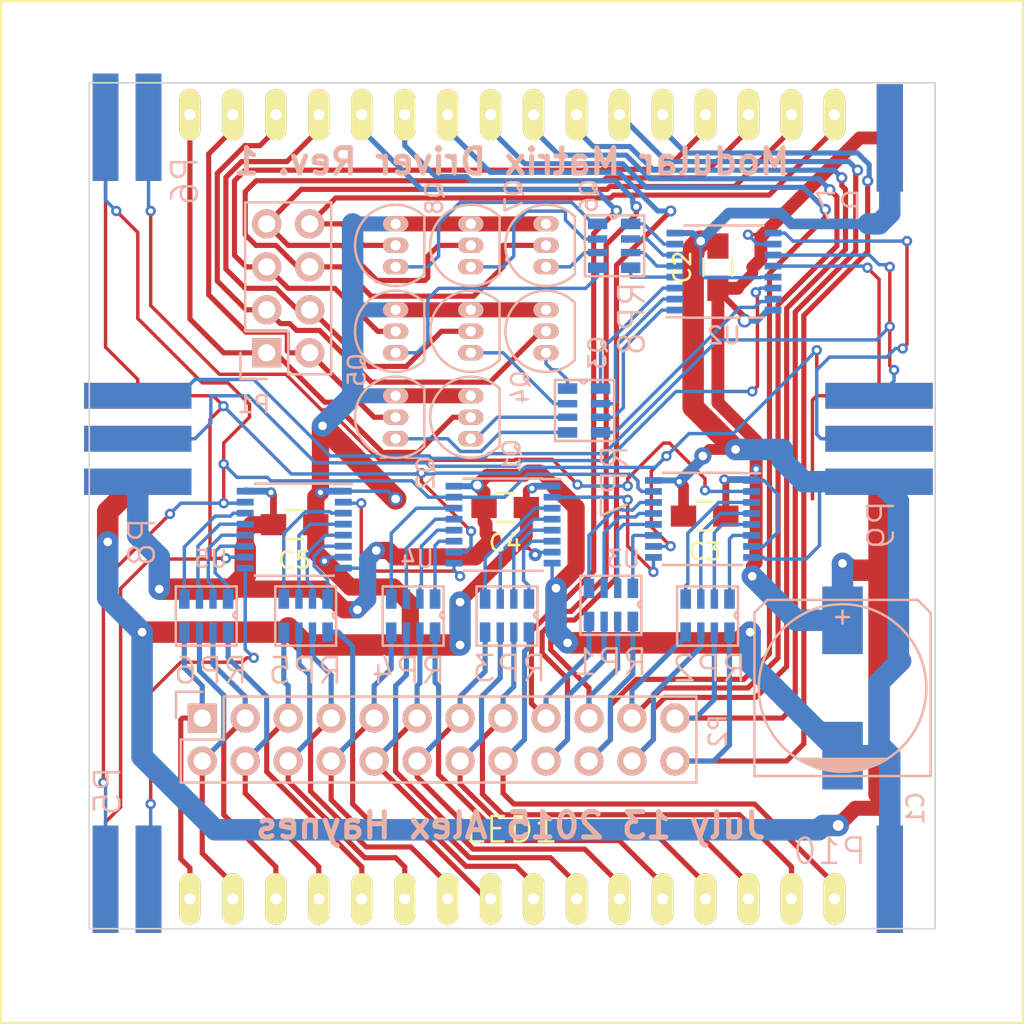
<source format=kicad_pcb>
(kicad_pcb (version 4) (host pcbnew 0.201510070346+6248~30~ubuntu14.04.1-product)

  (general
    (links 163)
    (no_connects 0)
    (area 87.467801 39.1618 162.0872 100.859201)
    (thickness 1.6)
    (drawings 6)
    (tracks 1076)
    (zones 0)
    (modules 36)
    (nets 84)
  )

  (page USLetter)
  (layers
    (0 F.Cu signal)
    (31 B.Cu signal)
    (32 B.Adhes user)
    (33 F.Adhes user)
    (34 B.Paste user)
    (35 F.Paste user)
    (36 B.SilkS user)
    (37 F.SilkS user)
    (38 B.Mask user)
    (39 F.Mask user)
    (40 Dwgs.User user)
    (41 Cmts.User user)
    (42 Eco1.User user)
    (43 Eco2.User user)
    (44 Edge.Cuts user)
    (45 Margin user)
    (46 B.CrtYd user)
    (47 F.CrtYd user)
    (48 B.Fab user)
    (49 F.Fab user)
  )

  (setup
    (last_trace_width 0.2032)
    (trace_clearance 0.2032)
    (zone_clearance 0.508)
    (zone_45_only no)
    (trace_min 0.2032)
    (segment_width 0.2)
    (edge_width 0.1)
    (via_size 0.6096)
    (via_drill 0.3048)
    (via_min_size 0.6096)
    (via_min_drill 0.3048)
    (uvia_size 0.3)
    (uvia_drill 0.1)
    (uvias_allowed no)
    (uvia_min_size 0)
    (uvia_min_drill 0)
    (pcb_text_width 0.3)
    (pcb_text_size 1.5 1.5)
    (mod_edge_width 0.15)
    (mod_text_size 1 1)
    (mod_text_width 0.15)
    (pad_size 1.5 1.5)
    (pad_drill 0.6)
    (pad_to_mask_clearance 0)
    (aux_axis_origin 0 0)
    (visible_elements FFFFFF59)
    (pcbplotparams
      (layerselection 0x010f0_80000001)
      (usegerberextensions true)
      (excludeedgelayer false)
      (linewidth 0.100000)
      (plotframeref false)
      (viasonmask false)
      (mode 1)
      (useauxorigin false)
      (hpglpennumber 1)
      (hpglpenspeed 20)
      (hpglpendiameter 15)
      (hpglpenoverlay 2)
      (psnegative false)
      (psa4output false)
      (plotreference true)
      (plotvalue false)
      (plotinvisibletext false)
      (padsonsilk false)
      (subtractmaskfromsilk false)
      (outputformat 1)
      (mirror false)
      (drillshape 0)
      (scaleselection 1)
      (outputdirectory /home/alex/Desktop/led_matrix_modular/))
  )

  (net 0 "")
  (net 1 +5VD)
  (net 2 GNDD)
  (net 3 /ROW8)
  (net 4 /ROW7)
  (net 5 /ROW6)
  (net 6 /ROW5)
  (net 7 /ROW4)
  (net 8 /ROW3)
  (net 9 /ROW2)
  (net 10 /ROW1)
  (net 11 /COL1)
  (net 12 /COL2)
  (net 13 /COL3)
  (net 14 /COL4)
  (net 15 /COL5)
  (net 16 /COL6)
  (net 17 /COL7)
  (net 18 /COL8)
  (net 19 /COL9)
  (net 20 /COL10)
  (net 21 /COL11)
  (net 22 /COL12)
  (net 23 /COL13)
  (net 24 /COL14)
  (net 25 /COL15)
  (net 26 /COL16)
  (net 27 /COL17)
  (net 28 /COL18)
  (net 29 /COL19)
  (net 30 /COL20)
  (net 31 /COL21)
  (net 32 /COL22)
  (net 33 /COL23)
  (net 34 /COL24)
  (net 35 /ROW_IN)
  (net 36 /ROW_CLK)
  (net 37 /STROBE_CLK)
  (net 38 /ROW_OUT)
  (net 39 /COL_IN)
  (net 40 /COL_CLK)
  (net 41 /COL_OUT)
  (net 42 "Net-(Q1-Pad3)")
  (net 43 "Net-(Q2-Pad3)")
  (net 44 "Net-(Q3-Pad3)")
  (net 45 "Net-(Q4-Pad3)")
  (net 46 "Net-(Q5-Pad3)")
  (net 47 "Net-(Q6-Pad3)")
  (net 48 "Net-(Q7-Pad3)")
  (net 49 "Net-(Q8-Pad3)")
  (net 50 "Net-(RP1-Pad8)")
  (net 51 "Net-(RP1-Pad7)")
  (net 52 "Net-(RP1-Pad6)")
  (net 53 "Net-(RP1-Pad5)")
  (net 54 "Net-(RP2-Pad8)")
  (net 55 "Net-(RP2-Pad7)")
  (net 56 "Net-(RP2-Pad6)")
  (net 57 "Net-(RP2-Pad5)")
  (net 58 "Net-(RP3-Pad8)")
  (net 59 "Net-(RP3-Pad7)")
  (net 60 "Net-(RP3-Pad6)")
  (net 61 "Net-(RP3-Pad5)")
  (net 62 "Net-(RP4-Pad8)")
  (net 63 "Net-(RP4-Pad7)")
  (net 64 "Net-(RP4-Pad6)")
  (net 65 "Net-(RP4-Pad5)")
  (net 66 "Net-(RP5-Pad8)")
  (net 67 "Net-(RP5-Pad7)")
  (net 68 "Net-(RP5-Pad6)")
  (net 69 "Net-(RP5-Pad5)")
  (net 70 "Net-(RP6-Pad8)")
  (net 71 "Net-(RP6-Pad7)")
  (net 72 "Net-(RP6-Pad6)")
  (net 73 "Net-(RP6-Pad5)")
  (net 74 "Net-(U3-Pad9)")
  (net 75 "Net-(U4-Pad9)")
  (net 76 "Net-(RP7-Pad1)")
  (net 77 "Net-(RP7-Pad2)")
  (net 78 "Net-(RP7-Pad3)")
  (net 79 "Net-(RP7-Pad4)")
  (net 80 "Net-(RP8-Pad1)")
  (net 81 "Net-(RP8-Pad2)")
  (net 82 "Net-(RP8-Pad3)")
  (net 83 "Net-(RP8-Pad4)")

  (net_class Default "This is the default net class."
    (clearance 0.2032)
    (trace_width 0.2032)
    (via_dia 0.6096)
    (via_drill 0.3048)
    (uvia_dia 0.3)
    (uvia_drill 0.1)
    (add_net /COL_CLK)
    (add_net /COL_IN)
    (add_net /COL_OUT)
    (add_net /ROW_CLK)
    (add_net /ROW_IN)
    (add_net /ROW_OUT)
    (add_net /STROBE_CLK)
    (add_net "Net-(Q1-Pad3)")
    (add_net "Net-(Q2-Pad3)")
    (add_net "Net-(Q3-Pad3)")
    (add_net "Net-(Q4-Pad3)")
    (add_net "Net-(Q5-Pad3)")
    (add_net "Net-(Q6-Pad3)")
    (add_net "Net-(Q7-Pad3)")
    (add_net "Net-(Q8-Pad3)")
    (add_net "Net-(RP1-Pad5)")
    (add_net "Net-(RP1-Pad6)")
    (add_net "Net-(RP1-Pad7)")
    (add_net "Net-(RP1-Pad8)")
    (add_net "Net-(RP2-Pad5)")
    (add_net "Net-(RP2-Pad6)")
    (add_net "Net-(RP2-Pad7)")
    (add_net "Net-(RP2-Pad8)")
    (add_net "Net-(RP3-Pad5)")
    (add_net "Net-(RP3-Pad6)")
    (add_net "Net-(RP3-Pad7)")
    (add_net "Net-(RP3-Pad8)")
    (add_net "Net-(RP4-Pad5)")
    (add_net "Net-(RP4-Pad6)")
    (add_net "Net-(RP4-Pad7)")
    (add_net "Net-(RP4-Pad8)")
    (add_net "Net-(RP5-Pad5)")
    (add_net "Net-(RP5-Pad6)")
    (add_net "Net-(RP5-Pad7)")
    (add_net "Net-(RP5-Pad8)")
    (add_net "Net-(RP6-Pad5)")
    (add_net "Net-(RP6-Pad6)")
    (add_net "Net-(RP6-Pad7)")
    (add_net "Net-(RP6-Pad8)")
    (add_net "Net-(RP7-Pad1)")
    (add_net "Net-(RP7-Pad2)")
    (add_net "Net-(RP7-Pad3)")
    (add_net "Net-(RP7-Pad4)")
    (add_net "Net-(RP8-Pad1)")
    (add_net "Net-(RP8-Pad2)")
    (add_net "Net-(RP8-Pad3)")
    (add_net "Net-(RP8-Pad4)")
    (add_net "Net-(U3-Pad9)")
    (add_net "Net-(U4-Pad9)")
  )

  (net_class led ""
    (clearance 0.2032)
    (trace_width 0.3048)
    (via_dia 0.6604)
    (via_drill 0.3556)
    (uvia_dia 0.3)
    (uvia_drill 0.1)
    (add_net /COL1)
    (add_net /COL10)
    (add_net /COL11)
    (add_net /COL12)
    (add_net /COL13)
    (add_net /COL14)
    (add_net /COL15)
    (add_net /COL16)
    (add_net /COL17)
    (add_net /COL18)
    (add_net /COL19)
    (add_net /COL2)
    (add_net /COL20)
    (add_net /COL21)
    (add_net /COL22)
    (add_net /COL23)
    (add_net /COL24)
    (add_net /COL3)
    (add_net /COL4)
    (add_net /COL5)
    (add_net /COL6)
    (add_net /COL7)
    (add_net /COL8)
    (add_net /COL9)
    (add_net /ROW1)
    (add_net /ROW2)
    (add_net /ROW3)
    (add_net /ROW4)
    (add_net /ROW5)
    (add_net /ROW6)
    (add_net /ROW7)
    (add_net /ROW8)
  )

  (net_class power ""
    (clearance 0.2032)
    (trace_width 0.2032)
    (via_dia 0.6096)
    (via_drill 0.3048)
    (uvia_dia 0.3)
    (uvia_drill 0.1)
    (add_net +5VD)
    (add_net GNDD)
  )

  (module Alex:2x2_edge_header_new (layer B.Cu) (tedit 55A493A6) (tstamp 55A4806A)
    (at 103.505 47.625 270)
    (path /55A35AF1)
    (fp_text reference P6 (at 3.175 -2.159 270) (layer B.SilkS)
      (effects (font (size 1.5 1.5) (thickness 0.15)) (justify mirror))
    )
    (fp_text value CONN_02X02 (at 7.874 0.5842 270) (layer B.SilkS) hide
      (effects (font (size 1.5 1.5) (thickness 0.15)) (justify mirror))
    )
    (pad 1 connect rect (at 0 2.54 270) (size 6.35 1.524) (layers F.Cu F.Mask)
      (net 37 /STROBE_CLK))
    (pad 3 connect rect (at 0 0 270) (size 6.35 1.524) (layers F.Cu F.Mask))
    (pad 2 connect rect (at 0 2.54 270) (size 6.35 1.524) (layers B.Cu B.Mask)
      (net 40 /COL_CLK))
    (pad 4 connect rect (at 0 0 270) (size 6.35 1.524) (layers B.Cu B.Mask)
      (net 39 /COL_IN))
  )

  (module 2x2_edge_header_new (layer B.Cu) (tedit 55A49381) (tstamp 55A48063)
    (at 100.965 92.075 90)
    (path /55A35D5B)
    (fp_text reference P5 (at 5.207 0.127 90) (layer B.SilkS)
      (effects (font (size 1.5 1.5) (thickness 0.15)) (justify mirror))
    )
    (fp_text value CONN_02X02 (at 7.874 0.5842 90) (layer B.SilkS) hide
      (effects (font (size 1.5 1.5) (thickness 0.15)) (justify mirror))
    )
    (pad 1 connect rect (at 0 2.54 90) (size 6.35 1.524) (layers F.Cu F.Mask))
    (pad 3 connect rect (at 0 0 90) (size 6.35 1.524) (layers F.Cu F.Mask)
      (net 37 /STROBE_CLK))
    (pad 2 connect rect (at 0 2.54 90) (size 6.35 1.524) (layers B.Cu B.Mask)
      (net 41 /COL_OUT))
    (pad 4 connect rect (at 0 0 90) (size 6.35 1.524) (layers B.Cu B.Mask)
      (net 40 /COL_CLK))
  )

  (module Pin_Headers:Pin_Header_Straight_2x04 placed (layer B.Cu) (tedit 55A4940B) (tstamp 55A2B50D)
    (at 110.49 60.96)
    (descr "Through hole pin header")
    (tags "pin header")
    (path /55A2A95A)
    (fp_text reference P1 (at -0.762 3.048) (layer B.SilkS)
      (effects (font (size 1 1) (thickness 0.15)) (justify mirror))
    )
    (fp_text value CONN_02X04 (at 0 3.1) (layer B.Fab) hide
      (effects (font (size 1 1) (thickness 0.15)) (justify mirror))
    )
    (fp_line (start -1.75 1.75) (end -1.75 -9.4) (layer B.CrtYd) (width 0.05))
    (fp_line (start 4.3 1.75) (end 4.3 -9.4) (layer B.CrtYd) (width 0.05))
    (fp_line (start -1.75 1.75) (end 4.3 1.75) (layer B.CrtYd) (width 0.05))
    (fp_line (start -1.75 -9.4) (end 4.3 -9.4) (layer B.CrtYd) (width 0.05))
    (fp_line (start -1.27 -1.27) (end -1.27 -8.89) (layer B.SilkS) (width 0.15))
    (fp_line (start -1.27 -8.89) (end 3.81 -8.89) (layer B.SilkS) (width 0.15))
    (fp_line (start 3.81 -8.89) (end 3.81 1.27) (layer B.SilkS) (width 0.15))
    (fp_line (start 3.81 1.27) (end 1.27 1.27) (layer B.SilkS) (width 0.15))
    (fp_line (start 0 1.55) (end -1.55 1.55) (layer B.SilkS) (width 0.15))
    (fp_line (start 1.27 1.27) (end 1.27 -1.27) (layer B.SilkS) (width 0.15))
    (fp_line (start 1.27 -1.27) (end -1.27 -1.27) (layer B.SilkS) (width 0.15))
    (fp_line (start -1.55 1.55) (end -1.55 0) (layer B.SilkS) (width 0.15))
    (pad 1 thru_hole rect (at 0 0) (size 1.7272 1.7272) (drill 1.016) (layers *.Cu *.Mask B.SilkS)
      (net 3 /ROW8))
    (pad 2 thru_hole oval (at 2.54 0) (size 1.7272 1.7272) (drill 1.016) (layers *.Cu *.Mask B.SilkS)
      (net 4 /ROW7))
    (pad 3 thru_hole oval (at 0 -2.54) (size 1.7272 1.7272) (drill 1.016) (layers *.Cu *.Mask B.SilkS)
      (net 5 /ROW6))
    (pad 4 thru_hole oval (at 2.54 -2.54) (size 1.7272 1.7272) (drill 1.016) (layers *.Cu *.Mask B.SilkS)
      (net 6 /ROW5))
    (pad 5 thru_hole oval (at 0 -5.08) (size 1.7272 1.7272) (drill 1.016) (layers *.Cu *.Mask B.SilkS)
      (net 7 /ROW4))
    (pad 6 thru_hole oval (at 2.54 -5.08) (size 1.7272 1.7272) (drill 1.016) (layers *.Cu *.Mask B.SilkS)
      (net 8 /ROW3))
    (pad 7 thru_hole oval (at 0 -7.62) (size 1.7272 1.7272) (drill 1.016) (layers *.Cu *.Mask B.SilkS)
      (net 9 /ROW2))
    (pad 8 thru_hole oval (at 2.54 -7.62) (size 1.7272 1.7272) (drill 1.016) (layers *.Cu *.Mask B.SilkS)
      (net 10 /ROW1))
    (model Pin_Headers.3dshapes/Pin_Header_Straight_2x04.wrl
      (at (xyz 0.05 -0.15 0))
      (scale (xyz 1 1 1))
      (rotate (xyz 0 0 90))
    )
  )

  (module Alex:8x8_RGB_led_matrix_60mmx60mm locked placed (layer F.Cu) (tedit 55A49263) (tstamp 55A2B61F)
    (at 125 70.381)
    (path /55A2A89A)
    (fp_text reference LED1 (at -0.032 18.773) (layer F.SilkS)
      (effects (font (size 1.5 1.5) (thickness 0.15)))
    )
    (fp_text value 8x8_RGB_LED_matrix (at 0.2 -7.4) (layer F.Fab) hide
      (effects (font (size 1.5 1.5) (thickness 0.15)))
    )
    (fp_line (start 30.2 30.2) (end 30.2 -30.2) (layer F.SilkS) (width 0.15))
    (fp_line (start 30.2 -30.2) (end -30.2 -30.2) (layer F.SilkS) (width 0.15))
    (fp_line (start -30.2 -30.2) (end -30.2 30.2) (layer F.SilkS) (width 0.15))
    (fp_line (start -30.2 30.2) (end 30.2 30.2) (layer F.SilkS) (width 0.15))
    (pad 1 thru_hole oval (at -19.05 22.86) (size 1.27 3.048) (drill 0.65) (layers *.Cu *.Mask F.SilkS)
      (net 11 /COL1))
    (pad 2 thru_hole oval (at -16.51 22.86) (size 1.27 3.048) (drill 0.65) (layers *.Cu *.Mask F.SilkS)
      (net 12 /COL2))
    (pad 3 thru_hole oval (at -13.97 22.86) (size 1.27 3.048) (drill 0.65) (layers *.Cu *.Mask F.SilkS)
      (net 13 /COL3))
    (pad 4 thru_hole oval (at -11.43 22.86) (size 1.27 3.048) (drill 0.65) (layers *.Cu *.Mask F.SilkS)
      (net 14 /COL4))
    (pad 5 thru_hole oval (at -8.89 22.86) (size 1.27 3.048) (drill 0.65) (layers *.Cu *.Mask F.SilkS)
      (net 15 /COL5))
    (pad 6 thru_hole oval (at -6.35 22.86) (size 1.27 3.048) (drill 0.65) (layers *.Cu *.Mask F.SilkS)
      (net 16 /COL6))
    (pad 7 thru_hole oval (at -3.81 22.86) (size 1.27 3.048) (drill 0.65) (layers *.Cu *.Mask F.SilkS)
      (net 17 /COL7))
    (pad 8 thru_hole oval (at -1.27 22.86) (size 1.27 3.048) (drill 0.65) (layers *.Cu *.Mask F.SilkS)
      (net 18 /COL8))
    (pad 9 thru_hole oval (at 1.27 22.86) (size 1.27 3.048) (drill 0.65) (layers *.Cu *.Mask F.SilkS)
      (net 19 /COL9))
    (pad 10 thru_hole oval (at 3.81 22.86) (size 1.27 3.048) (drill 0.65) (layers *.Cu *.Mask F.SilkS)
      (net 20 /COL10))
    (pad 11 thru_hole oval (at 6.35 22.86) (size 1.27 3.048) (drill 0.65) (layers *.Cu *.Mask F.SilkS)
      (net 21 /COL11))
    (pad 12 thru_hole oval (at 8.89 22.86) (size 1.27 3.048) (drill 0.65) (layers *.Cu *.Mask F.SilkS)
      (net 22 /COL12))
    (pad 13 thru_hole oval (at 11.43 22.86) (size 1.27 3.048) (drill 0.65) (layers *.Cu *.Mask F.SilkS)
      (net 23 /COL13))
    (pad 14 thru_hole oval (at 13.97 22.86) (size 1.27 3.048) (drill 0.65) (layers *.Cu *.Mask F.SilkS)
      (net 24 /COL14))
    (pad 15 thru_hole oval (at 16.51 22.86) (size 1.27 3.048) (drill 0.65) (layers *.Cu *.Mask F.SilkS)
      (net 25 /COL15))
    (pad 16 thru_hole oval (at 19.05 22.86) (size 1.27 3.048) (drill 0.65) (layers *.Cu *.Mask F.SilkS)
      (net 26 /COL16))
    (pad 17 thru_hole oval (at 19.05 -23.495) (size 1.27 3.048) (drill 0.65) (layers *.Cu *.Mask F.SilkS)
      (net 10 /ROW1))
    (pad 18 thru_hole oval (at 16.51 -23.495) (size 1.27 3.048) (drill 0.65) (layers *.Cu *.Mask F.SilkS)
      (net 9 /ROW2))
    (pad 19 thru_hole oval (at 13.97 -23.495) (size 1.27 3.048) (drill 0.65) (layers *.Cu *.Mask F.SilkS)
      (net 8 /ROW3))
    (pad 20 thru_hole oval (at 11.43 -23.495) (size 1.27 3.048) (drill 0.65) (layers *.Cu *.Mask F.SilkS)
      (net 7 /ROW4))
    (pad 21 thru_hole oval (at 8.89 -23.495) (size 1.27 3.048) (drill 0.65) (layers *.Cu *.Mask F.SilkS)
      (net 34 /COL24))
    (pad 22 thru_hole oval (at 6.35 -23.495) (size 1.27 3.048) (drill 0.65) (layers *.Cu *.Mask F.SilkS)
      (net 33 /COL23))
    (pad 23 thru_hole oval (at 3.81 -23.495) (size 1.27 3.048) (drill 0.65) (layers *.Cu *.Mask F.SilkS)
      (net 32 /COL22))
    (pad 24 thru_hole oval (at 1.27 -23.495) (size 1.27 3.048) (drill 0.65) (layers *.Cu *.Mask F.SilkS)
      (net 31 /COL21))
    (pad 25 thru_hole oval (at -1.27 -23.495) (size 1.27 3.048) (drill 0.65) (layers *.Cu *.Mask F.SilkS)
      (net 30 /COL20))
    (pad 26 thru_hole oval (at -3.81 -23.495) (size 1.27 3.048) (drill 0.65) (layers *.Cu *.Mask F.SilkS)
      (net 29 /COL19))
    (pad 27 thru_hole oval (at -6.35 -23.495) (size 1.27 3.048) (drill 0.65) (layers *.Cu *.Mask F.SilkS)
      (net 28 /COL18))
    (pad 28 thru_hole oval (at -8.89 -23.495) (size 1.27 3.048) (drill 0.65) (layers *.Cu *.Mask F.SilkS)
      (net 27 /COL17))
    (pad 29 thru_hole oval (at -11.43 -23.495) (size 1.27 3.048) (drill 0.65) (layers *.Cu *.Mask F.SilkS)
      (net 6 /ROW5))
    (pad 30 thru_hole oval (at -13.97 -23.495) (size 1.27 3.048) (drill 0.65) (layers *.Cu *.Mask F.SilkS)
      (net 5 /ROW6))
    (pad 31 thru_hole oval (at -16.51 -23.495) (size 1.27 3.048) (drill 0.65) (layers *.Cu *.Mask F.SilkS)
      (net 4 /ROW7))
    (pad 32 thru_hole oval (at -19.05 -23.495) (size 1.27 3.048) (drill 0.65) (layers *.Cu *.Mask F.SilkS)
      (net 3 /ROW8))
  )

  (module Capacitors_SMD:c_elec_10x10 (layer B.Cu) (tedit 55A49457) (tstamp 55A311C6)
    (at 144.526 80.772 90)
    (descr "SMT capacitor, aluminium electrolytic, 10x10")
    (path /55A2D757)
    (fp_text reference C1 (at -7.112 4.318 90) (layer B.SilkS)
      (effects (font (size 1 1) (thickness 0.15)) (justify mirror))
    )
    (fp_text value 470uF (at 0 -5.842 90) (layer B.Fab) hide
      (effects (font (size 1 1) (thickness 0.15)) (justify mirror))
    )
    (fp_line (start -4.826 -1.016) (end -4.826 1.016) (layer B.SilkS) (width 0.15))
    (fp_line (start -4.699 1.397) (end -4.699 -1.524) (layer B.SilkS) (width 0.15))
    (fp_line (start -4.572 -1.778) (end -4.572 1.778) (layer B.SilkS) (width 0.15))
    (fp_line (start -4.445 2.159) (end -4.445 -2.159) (layer B.SilkS) (width 0.15))
    (fp_line (start -4.318 -2.413) (end -4.318 2.413) (layer B.SilkS) (width 0.15))
    (fp_line (start -4.191 2.54) (end -4.191 -2.54) (layer B.SilkS) (width 0.15))
    (fp_circle (center 0 0) (end 4.953 0) (layer B.SilkS) (width 0.15))
    (fp_line (start -5.207 5.207) (end -5.207 -5.207) (layer B.SilkS) (width 0.15))
    (fp_line (start -5.207 -5.207) (end 4.445 -5.207) (layer B.SilkS) (width 0.15))
    (fp_line (start 4.445 -5.207) (end 5.207 -4.445) (layer B.SilkS) (width 0.15))
    (fp_line (start 5.207 -4.445) (end 5.207 4.445) (layer B.SilkS) (width 0.15))
    (fp_line (start 5.207 4.445) (end 4.445 5.207) (layer B.SilkS) (width 0.15))
    (fp_line (start 4.445 5.207) (end -5.207 5.207) (layer B.SilkS) (width 0.15))
    (fp_line (start 4.572 0) (end 3.81 0) (layer B.SilkS) (width 0.15))
    (fp_line (start 4.191 0.381) (end 4.191 -0.381) (layer B.SilkS) (width 0.15))
    (pad 1 smd rect (at 4.0005 0 90) (size 4.0005 2.4003) (layers B.Cu B.Paste B.Mask)
      (net 1 +5VD))
    (pad 2 smd rect (at -4.0005 0 90) (size 4.0005 2.4003) (layers B.Cu B.Paste B.Mask)
      (net 2 GNDD))
    (model Capacitors_SMD.3dshapes/c_elec_10x10.wrl
      (at (xyz 0 0 0))
      (scale (xyz 1 1 1))
      (rotate (xyz 0 0 0))
    )
  )

  (module Capacitors_SMD:C_0805_HandSoldering (layer F.Cu) (tedit 55A4947C) (tstamp 55A311CC)
    (at 137.16 55.9 90)
    (descr "Capacitor SMD 0805, hand soldering")
    (tags "capacitor 0805")
    (path /55A2D756)
    (attr smd)
    (fp_text reference C2 (at 0 -2.1 90) (layer F.SilkS)
      (effects (font (size 1 1) (thickness 0.15)))
    )
    (fp_text value 100nF (at 0 2.1 90) (layer F.Fab) hide
      (effects (font (size 1 1) (thickness 0.15)))
    )
    (fp_line (start -2.3 -1) (end 2.3 -1) (layer F.CrtYd) (width 0.05))
    (fp_line (start -2.3 1) (end 2.3 1) (layer F.CrtYd) (width 0.05))
    (fp_line (start -2.3 -1) (end -2.3 1) (layer F.CrtYd) (width 0.05))
    (fp_line (start 2.3 -1) (end 2.3 1) (layer F.CrtYd) (width 0.05))
    (fp_line (start 0.5 -0.85) (end -0.5 -0.85) (layer F.SilkS) (width 0.15))
    (fp_line (start -0.5 0.85) (end 0.5 0.85) (layer F.SilkS) (width 0.15))
    (pad 1 smd rect (at -1.25 0 90) (size 1.5 1.25) (layers F.Cu F.Paste F.Mask)
      (net 1 +5VD))
    (pad 2 smd rect (at 1.25 0 90) (size 1.5 1.25) (layers F.Cu F.Paste F.Mask)
      (net 2 GNDD))
    (model Capacitors_SMD.3dshapes/C_0805_HandSoldering.wrl
      (at (xyz 0 0 0))
      (scale (xyz 1 1 1))
      (rotate (xyz 0 0 0))
    )
  )

  (module Capacitors_SMD:C_0805_HandSoldering (layer F.Cu) (tedit 55A4947F) (tstamp 55A311D2)
    (at 136.378 70.612 180)
    (descr "Capacitor SMD 0805, hand soldering")
    (tags "capacitor 0805")
    (path /55A2D758)
    (attr smd)
    (fp_text reference C3 (at 0 -2.1 180) (layer F.SilkS)
      (effects (font (size 1 1) (thickness 0.15)))
    )
    (fp_text value 100nF (at 0 2.1 180) (layer F.Fab) hide
      (effects (font (size 1 1) (thickness 0.15)))
    )
    (fp_line (start -2.3 -1) (end 2.3 -1) (layer F.CrtYd) (width 0.05))
    (fp_line (start -2.3 1) (end 2.3 1) (layer F.CrtYd) (width 0.05))
    (fp_line (start -2.3 -1) (end -2.3 1) (layer F.CrtYd) (width 0.05))
    (fp_line (start 2.3 -1) (end 2.3 1) (layer F.CrtYd) (width 0.05))
    (fp_line (start 0.5 -0.85) (end -0.5 -0.85) (layer F.SilkS) (width 0.15))
    (fp_line (start -0.5 0.85) (end 0.5 0.85) (layer F.SilkS) (width 0.15))
    (pad 1 smd rect (at -1.25 0 180) (size 1.5 1.25) (layers F.Cu F.Paste F.Mask)
      (net 1 +5VD))
    (pad 2 smd rect (at 1.25 0 180) (size 1.5 1.25) (layers F.Cu F.Paste F.Mask)
      (net 2 GNDD))
    (model Capacitors_SMD.3dshapes/C_0805_HandSoldering.wrl
      (at (xyz 0 0 0))
      (scale (xyz 1 1 1))
      (rotate (xyz 0 0 0))
    )
  )

  (module Capacitors_SMD:C_0805_HandSoldering (layer F.Cu) (tedit 55A49478) (tstamp 55A311D8)
    (at 124.587 70.104 180)
    (descr "Capacitor SMD 0805, hand soldering")
    (tags "capacitor 0805")
    (path /55A2D759)
    (attr smd)
    (fp_text reference C4 (at 0 -2.1 180) (layer F.SilkS)
      (effects (font (size 1 1) (thickness 0.15)))
    )
    (fp_text value 100nF (at 0 2.1 180) (layer F.Fab) hide
      (effects (font (size 1 1) (thickness 0.15)))
    )
    (fp_line (start -2.3 -1) (end 2.3 -1) (layer F.CrtYd) (width 0.05))
    (fp_line (start -2.3 1) (end 2.3 1) (layer F.CrtYd) (width 0.05))
    (fp_line (start -2.3 -1) (end -2.3 1) (layer F.CrtYd) (width 0.05))
    (fp_line (start 2.3 -1) (end 2.3 1) (layer F.CrtYd) (width 0.05))
    (fp_line (start 0.5 -0.85) (end -0.5 -0.85) (layer F.SilkS) (width 0.15))
    (fp_line (start -0.5 0.85) (end 0.5 0.85) (layer F.SilkS) (width 0.15))
    (pad 1 smd rect (at -1.25 0 180) (size 1.5 1.25) (layers F.Cu F.Paste F.Mask)
      (net 1 +5VD))
    (pad 2 smd rect (at 1.25 0 180) (size 1.5 1.25) (layers F.Cu F.Paste F.Mask)
      (net 2 GNDD))
    (model Capacitors_SMD.3dshapes/C_0805_HandSoldering.wrl
      (at (xyz 0 0 0))
      (scale (xyz 1 1 1))
      (rotate (xyz 0 0 0))
    )
  )

  (module Capacitors_SMD:C_0805_HandSoldering (layer F.Cu) (tedit 55A49476) (tstamp 55A311DE)
    (at 112.141 71.12 180)
    (descr "Capacitor SMD 0805, hand soldering")
    (tags "capacitor 0805")
    (path /55A2D75A)
    (attr smd)
    (fp_text reference C5 (at 0 -2.1 180) (layer F.SilkS)
      (effects (font (size 1 1) (thickness 0.15)))
    )
    (fp_text value 100nF (at 0 2.1 180) (layer F.Fab) hide
      (effects (font (size 1 1) (thickness 0.15)))
    )
    (fp_line (start -2.3 -1) (end 2.3 -1) (layer F.CrtYd) (width 0.05))
    (fp_line (start -2.3 1) (end 2.3 1) (layer F.CrtYd) (width 0.05))
    (fp_line (start -2.3 -1) (end -2.3 1) (layer F.CrtYd) (width 0.05))
    (fp_line (start 2.3 -1) (end 2.3 1) (layer F.CrtYd) (width 0.05))
    (fp_line (start 0.5 -0.85) (end -0.5 -0.85) (layer F.SilkS) (width 0.15))
    (fp_line (start -0.5 0.85) (end 0.5 0.85) (layer F.SilkS) (width 0.15))
    (pad 1 smd rect (at -1.25 0 180) (size 1.5 1.25) (layers F.Cu F.Paste F.Mask)
      (net 1 +5VD))
    (pad 2 smd rect (at 1.25 0 180) (size 1.5 1.25) (layers F.Cu F.Paste F.Mask)
      (net 2 GNDD))
    (model Capacitors_SMD.3dshapes/C_0805_HandSoldering.wrl
      (at (xyz 0 0 0))
      (scale (xyz 1 1 1))
      (rotate (xyz 0 0 0))
    )
  )

  (module Housings_TO-92:TO-92_Inline_Narrow_Oval (layer B.Cu) (tedit 55A49438) (tstamp 55A31223)
    (at 122.555 63.5 270)
    (descr "TO-92 leads in-line, narrow, oval pads, drill 0.6mm (see NXP sot054_po.pdf)")
    (tags "to-92 sc-43 sc-43a sot54 PA33 transistor")
    (path /55A2DFC9)
    (fp_text reference Q1 (at 3.556 -2.413 270) (layer B.SilkS)
      (effects (font (size 1 1) (thickness 0.15)) (justify mirror))
    )
    (fp_text value 2SA1020 (at 0 -3 270) (layer B.Fab) hide
      (effects (font (size 1 1) (thickness 0.15)) (justify mirror))
    )
    (fp_line (start -1.4 -1.95) (end -1.4 2.65) (layer B.CrtYd) (width 0.05))
    (fp_line (start -1.4 -1.95) (end 3.95 -1.95) (layer B.CrtYd) (width 0.05))
    (fp_line (start -0.43 -1.7) (end 2.97 -1.7) (layer B.SilkS) (width 0.15))
    (fp_arc (start 1.27 0) (end 1.27 2.4) (angle 135) (layer B.SilkS) (width 0.15))
    (fp_arc (start 1.27 0) (end 1.27 2.4) (angle -135) (layer B.SilkS) (width 0.15))
    (fp_line (start -1.4 2.65) (end 3.95 2.65) (layer B.CrtYd) (width 0.05))
    (fp_line (start 3.95 -1.95) (end 3.95 2.65) (layer B.CrtYd) (width 0.05))
    (pad 2 thru_hole oval (at 1.27 0 90) (size 0.89916 1.50114) (drill 0.6) (layers *.Cu *.Mask B.SilkS)
      (net 3 /ROW8))
    (pad 3 thru_hole oval (at 2.54 0 90) (size 0.89916 1.50114) (drill 0.6) (layers *.Cu *.Mask B.SilkS)
      (net 42 "Net-(Q1-Pad3)"))
    (pad 1 thru_hole oval (at 0 0 90) (size 0.89916 1.50114) (drill 0.6) (layers *.Cu *.Mask B.SilkS)
      (net 1 +5VD))
    (model Housings_TO-92.3dshapes/TO-92_Inline_Narrow_Oval.wrl
      (at (xyz 0.05 0 0))
      (scale (xyz 1 1 1))
      (rotate (xyz 0 0 -90))
    )
  )

  (module Housings_TO-92:TO-92_Inline_Narrow_Oval (layer B.Cu) (tedit 55A49442) (tstamp 55A3122A)
    (at 118.11 63.5 270)
    (descr "TO-92 leads in-line, narrow, oval pads, drill 0.6mm (see NXP sot054_po.pdf)")
    (tags "to-92 sc-43 sc-43a sot54 PA33 transistor")
    (path /55A2EB57)
    (fp_text reference Q2 (at 4.572 -1.778 270) (layer B.SilkS)
      (effects (font (size 1 1) (thickness 0.15)) (justify mirror))
    )
    (fp_text value 2SA1020 (at 0 -3 270) (layer B.Fab) hide
      (effects (font (size 1 1) (thickness 0.15)) (justify mirror))
    )
    (fp_line (start -1.4 -1.95) (end -1.4 2.65) (layer B.CrtYd) (width 0.05))
    (fp_line (start -1.4 -1.95) (end 3.95 -1.95) (layer B.CrtYd) (width 0.05))
    (fp_line (start -0.43 -1.7) (end 2.97 -1.7) (layer B.SilkS) (width 0.15))
    (fp_arc (start 1.27 0) (end 1.27 2.4) (angle 135) (layer B.SilkS) (width 0.15))
    (fp_arc (start 1.27 0) (end 1.27 2.4) (angle -135) (layer B.SilkS) (width 0.15))
    (fp_line (start -1.4 2.65) (end 3.95 2.65) (layer B.CrtYd) (width 0.05))
    (fp_line (start 3.95 -1.95) (end 3.95 2.65) (layer B.CrtYd) (width 0.05))
    (pad 2 thru_hole oval (at 1.27 0 90) (size 0.89916 1.50114) (drill 0.6) (layers *.Cu *.Mask B.SilkS)
      (net 4 /ROW7))
    (pad 3 thru_hole oval (at 2.54 0 90) (size 0.89916 1.50114) (drill 0.6) (layers *.Cu *.Mask B.SilkS)
      (net 43 "Net-(Q2-Pad3)"))
    (pad 1 thru_hole oval (at 0 0 90) (size 0.89916 1.50114) (drill 0.6) (layers *.Cu *.Mask B.SilkS)
      (net 1 +5VD))
    (model Housings_TO-92.3dshapes/TO-92_Inline_Narrow_Oval.wrl
      (at (xyz 0.05 0 0))
      (scale (xyz 1 1 1))
      (rotate (xyz 0 0 -90))
    )
  )

  (module Housings_TO-92:TO-92_Inline_Narrow_Oval (layer B.Cu) (tedit 55A49423) (tstamp 55A31231)
    (at 127 58.42 270)
    (descr "TO-92 leads in-line, narrow, oval pads, drill 0.6mm (see NXP sot054_po.pdf)")
    (tags "to-92 sc-43 sc-43a sot54 PA33 transistor")
    (path /55A2ECA0)
    (fp_text reference Q3 (at 2.54 -3.048 270) (layer B.SilkS)
      (effects (font (size 1 1) (thickness 0.15)) (justify mirror))
    )
    (fp_text value 2SA1020 (at 0 -3 270) (layer B.Fab) hide
      (effects (font (size 1 1) (thickness 0.15)) (justify mirror))
    )
    (fp_line (start -1.4 -1.95) (end -1.4 2.65) (layer B.CrtYd) (width 0.05))
    (fp_line (start -1.4 -1.95) (end 3.95 -1.95) (layer B.CrtYd) (width 0.05))
    (fp_line (start -0.43 -1.7) (end 2.97 -1.7) (layer B.SilkS) (width 0.15))
    (fp_arc (start 1.27 0) (end 1.27 2.4) (angle 135) (layer B.SilkS) (width 0.15))
    (fp_arc (start 1.27 0) (end 1.27 2.4) (angle -135) (layer B.SilkS) (width 0.15))
    (fp_line (start -1.4 2.65) (end 3.95 2.65) (layer B.CrtYd) (width 0.05))
    (fp_line (start 3.95 -1.95) (end 3.95 2.65) (layer B.CrtYd) (width 0.05))
    (pad 2 thru_hole oval (at 1.27 0 90) (size 0.89916 1.50114) (drill 0.6) (layers *.Cu *.Mask B.SilkS)
      (net 5 /ROW6))
    (pad 3 thru_hole oval (at 2.54 0 90) (size 0.89916 1.50114) (drill 0.6) (layers *.Cu *.Mask B.SilkS)
      (net 44 "Net-(Q3-Pad3)"))
    (pad 1 thru_hole oval (at 0 0 90) (size 0.89916 1.50114) (drill 0.6) (layers *.Cu *.Mask B.SilkS)
      (net 1 +5VD))
    (model Housings_TO-92.3dshapes/TO-92_Inline_Narrow_Oval.wrl
      (at (xyz 0.05 0 0))
      (scale (xyz 1 1 1))
      (rotate (xyz 0 0 -90))
    )
  )

  (module Housings_TO-92:TO-92_Inline_Narrow_Oval (layer B.Cu) (tedit 55A49433) (tstamp 55A31238)
    (at 122.555 58.42 270)
    (descr "TO-92 leads in-line, narrow, oval pads, drill 0.6mm (see NXP sot054_po.pdf)")
    (tags "to-92 sc-43 sc-43a sot54 PA33 transistor")
    (path /55A2EBFE)
    (fp_text reference Q4 (at 4.572 -2.921 270) (layer B.SilkS)
      (effects (font (size 1 1) (thickness 0.15)) (justify mirror))
    )
    (fp_text value 2SA1020 (at 0 -3 270) (layer B.Fab) hide
      (effects (font (size 1 1) (thickness 0.15)) (justify mirror))
    )
    (fp_line (start -1.4 -1.95) (end -1.4 2.65) (layer B.CrtYd) (width 0.05))
    (fp_line (start -1.4 -1.95) (end 3.95 -1.95) (layer B.CrtYd) (width 0.05))
    (fp_line (start -0.43 -1.7) (end 2.97 -1.7) (layer B.SilkS) (width 0.15))
    (fp_arc (start 1.27 0) (end 1.27 2.4) (angle 135) (layer B.SilkS) (width 0.15))
    (fp_arc (start 1.27 0) (end 1.27 2.4) (angle -135) (layer B.SilkS) (width 0.15))
    (fp_line (start -1.4 2.65) (end 3.95 2.65) (layer B.CrtYd) (width 0.05))
    (fp_line (start 3.95 -1.95) (end 3.95 2.65) (layer B.CrtYd) (width 0.05))
    (pad 2 thru_hole oval (at 1.27 0 90) (size 0.89916 1.50114) (drill 0.6) (layers *.Cu *.Mask B.SilkS)
      (net 6 /ROW5))
    (pad 3 thru_hole oval (at 2.54 0 90) (size 0.89916 1.50114) (drill 0.6) (layers *.Cu *.Mask B.SilkS)
      (net 45 "Net-(Q4-Pad3)"))
    (pad 1 thru_hole oval (at 0 0 90) (size 0.89916 1.50114) (drill 0.6) (layers *.Cu *.Mask B.SilkS)
      (net 1 +5VD))
    (model Housings_TO-92.3dshapes/TO-92_Inline_Narrow_Oval.wrl
      (at (xyz 0.05 0 0))
      (scale (xyz 1 1 1))
      (rotate (xyz 0 0 -90))
    )
  )

  (module Housings_TO-92:TO-92_Inline_Narrow_Oval (layer B.Cu) (tedit 55A4943C) (tstamp 55A3123F)
    (at 118.11 58.42 270)
    (descr "TO-92 leads in-line, narrow, oval pads, drill 0.6mm (see NXP sot054_po.pdf)")
    (tags "to-92 sc-43 sc-43a sot54 PA33 transistor")
    (path /55A2ED4B)
    (fp_text reference Q5 (at 3.556 2.286 270) (layer B.SilkS)
      (effects (font (size 1 1) (thickness 0.15)) (justify mirror))
    )
    (fp_text value 2SA1020 (at 0 -3 270) (layer B.Fab) hide
      (effects (font (size 1 1) (thickness 0.15)) (justify mirror))
    )
    (fp_line (start -1.4 -1.95) (end -1.4 2.65) (layer B.CrtYd) (width 0.05))
    (fp_line (start -1.4 -1.95) (end 3.95 -1.95) (layer B.CrtYd) (width 0.05))
    (fp_line (start -0.43 -1.7) (end 2.97 -1.7) (layer B.SilkS) (width 0.15))
    (fp_arc (start 1.27 0) (end 1.27 2.4) (angle 135) (layer B.SilkS) (width 0.15))
    (fp_arc (start 1.27 0) (end 1.27 2.4) (angle -135) (layer B.SilkS) (width 0.15))
    (fp_line (start -1.4 2.65) (end 3.95 2.65) (layer B.CrtYd) (width 0.05))
    (fp_line (start 3.95 -1.95) (end 3.95 2.65) (layer B.CrtYd) (width 0.05))
    (pad 2 thru_hole oval (at 1.27 0 90) (size 0.89916 1.50114) (drill 0.6) (layers *.Cu *.Mask B.SilkS)
      (net 7 /ROW4))
    (pad 3 thru_hole oval (at 2.54 0 90) (size 0.89916 1.50114) (drill 0.6) (layers *.Cu *.Mask B.SilkS)
      (net 46 "Net-(Q5-Pad3)"))
    (pad 1 thru_hole oval (at 0 0 90) (size 0.89916 1.50114) (drill 0.6) (layers *.Cu *.Mask B.SilkS)
      (net 1 +5VD))
    (model Housings_TO-92.3dshapes/TO-92_Inline_Narrow_Oval.wrl
      (at (xyz 0.05 0 0))
      (scale (xyz 1 1 1))
      (rotate (xyz 0 0 -90))
    )
  )

  (module Housings_TO-92:TO-92_Inline_Narrow_Oval (layer B.Cu) (tedit 55A49428) (tstamp 55A31246)
    (at 127 53.34 270)
    (descr "TO-92 leads in-line, narrow, oval pads, drill 0.6mm (see NXP sot054_po.pdf)")
    (tags "to-92 sc-43 sc-43a sot54 PA33 transistor")
    (path /55A2EDED)
    (fp_text reference Q6 (at -1.651 -2.54 270) (layer B.SilkS)
      (effects (font (size 1 1) (thickness 0.15)) (justify mirror))
    )
    (fp_text value 2SA1020 (at 0 -3 270) (layer B.Fab) hide
      (effects (font (size 1 1) (thickness 0.15)) (justify mirror))
    )
    (fp_line (start -1.4 -1.95) (end -1.4 2.65) (layer B.CrtYd) (width 0.05))
    (fp_line (start -1.4 -1.95) (end 3.95 -1.95) (layer B.CrtYd) (width 0.05))
    (fp_line (start -0.43 -1.7) (end 2.97 -1.7) (layer B.SilkS) (width 0.15))
    (fp_arc (start 1.27 0) (end 1.27 2.4) (angle 135) (layer B.SilkS) (width 0.15))
    (fp_arc (start 1.27 0) (end 1.27 2.4) (angle -135) (layer B.SilkS) (width 0.15))
    (fp_line (start -1.4 2.65) (end 3.95 2.65) (layer B.CrtYd) (width 0.05))
    (fp_line (start 3.95 -1.95) (end 3.95 2.65) (layer B.CrtYd) (width 0.05))
    (pad 2 thru_hole oval (at 1.27 0 90) (size 0.89916 1.50114) (drill 0.6) (layers *.Cu *.Mask B.SilkS)
      (net 8 /ROW3))
    (pad 3 thru_hole oval (at 2.54 0 90) (size 0.89916 1.50114) (drill 0.6) (layers *.Cu *.Mask B.SilkS)
      (net 47 "Net-(Q6-Pad3)"))
    (pad 1 thru_hole oval (at 0 0 90) (size 0.89916 1.50114) (drill 0.6) (layers *.Cu *.Mask B.SilkS)
      (net 1 +5VD))
    (model Housings_TO-92.3dshapes/TO-92_Inline_Narrow_Oval.wrl
      (at (xyz 0.05 0 0))
      (scale (xyz 1 1 1))
      (rotate (xyz 0 0 -90))
    )
  )

  (module Housings_TO-92:TO-92_Inline_Narrow_Oval (layer B.Cu) (tedit 55A4942E) (tstamp 55A3124D)
    (at 122.555 53.34 270)
    (descr "TO-92 leads in-line, narrow, oval pads, drill 0.6mm (see NXP sot054_po.pdf)")
    (tags "to-92 sc-43 sc-43a sot54 PA33 transistor")
    (path /55A2EF54)
    (fp_text reference Q7 (at -1.651 -2.54 270) (layer B.SilkS)
      (effects (font (size 1 1) (thickness 0.15)) (justify mirror))
    )
    (fp_text value 2SA1020 (at 0 -3 270) (layer B.Fab) hide
      (effects (font (size 1 1) (thickness 0.15)) (justify mirror))
    )
    (fp_line (start -1.4 -1.95) (end -1.4 2.65) (layer B.CrtYd) (width 0.05))
    (fp_line (start -1.4 -1.95) (end 3.95 -1.95) (layer B.CrtYd) (width 0.05))
    (fp_line (start -0.43 -1.7) (end 2.97 -1.7) (layer B.SilkS) (width 0.15))
    (fp_arc (start 1.27 0) (end 1.27 2.4) (angle 135) (layer B.SilkS) (width 0.15))
    (fp_arc (start 1.27 0) (end 1.27 2.4) (angle -135) (layer B.SilkS) (width 0.15))
    (fp_line (start -1.4 2.65) (end 3.95 2.65) (layer B.CrtYd) (width 0.05))
    (fp_line (start 3.95 -1.95) (end 3.95 2.65) (layer B.CrtYd) (width 0.05))
    (pad 2 thru_hole oval (at 1.27 0 90) (size 0.89916 1.50114) (drill 0.6) (layers *.Cu *.Mask B.SilkS)
      (net 9 /ROW2))
    (pad 3 thru_hole oval (at 2.54 0 90) (size 0.89916 1.50114) (drill 0.6) (layers *.Cu *.Mask B.SilkS)
      (net 48 "Net-(Q7-Pad3)"))
    (pad 1 thru_hole oval (at 0 0 90) (size 0.89916 1.50114) (drill 0.6) (layers *.Cu *.Mask B.SilkS)
      (net 1 +5VD))
    (model Housings_TO-92.3dshapes/TO-92_Inline_Narrow_Oval.wrl
      (at (xyz 0.05 0 0))
      (scale (xyz 1 1 1))
      (rotate (xyz 0 0 -90))
    )
  )

  (module Housings_TO-92:TO-92_Inline_Narrow_Oval (layer B.Cu) (tedit 55A493F9) (tstamp 55A31254)
    (at 118.11 53.34 270)
    (descr "TO-92 leads in-line, narrow, oval pads, drill 0.6mm (see NXP sot054_po.pdf)")
    (tags "to-92 sc-43 sc-43a sot54 PA33 transistor")
    (path /55A2EE9E)
    (fp_text reference Q8 (at -1.524 -2.286 270) (layer B.SilkS)
      (effects (font (size 1 1) (thickness 0.15)) (justify mirror))
    )
    (fp_text value 2SA1020 (at 0 -3 270) (layer B.Fab) hide
      (effects (font (size 1 1) (thickness 0.15)) (justify mirror))
    )
    (fp_line (start -1.4 -1.95) (end -1.4 2.65) (layer B.CrtYd) (width 0.05))
    (fp_line (start -1.4 -1.95) (end 3.95 -1.95) (layer B.CrtYd) (width 0.05))
    (fp_line (start -0.43 -1.7) (end 2.97 -1.7) (layer B.SilkS) (width 0.15))
    (fp_arc (start 1.27 0) (end 1.27 2.4) (angle 135) (layer B.SilkS) (width 0.15))
    (fp_arc (start 1.27 0) (end 1.27 2.4) (angle -135) (layer B.SilkS) (width 0.15))
    (fp_line (start -1.4 2.65) (end 3.95 2.65) (layer B.CrtYd) (width 0.05))
    (fp_line (start 3.95 -1.95) (end 3.95 2.65) (layer B.CrtYd) (width 0.05))
    (pad 2 thru_hole oval (at 1.27 0 90) (size 0.89916 1.50114) (drill 0.6) (layers *.Cu *.Mask B.SilkS)
      (net 10 /ROW1))
    (pad 3 thru_hole oval (at 2.54 0 90) (size 0.89916 1.50114) (drill 0.6) (layers *.Cu *.Mask B.SilkS)
      (net 49 "Net-(Q8-Pad3)"))
    (pad 1 thru_hole oval (at 0 0 90) (size 0.89916 1.50114) (drill 0.6) (layers *.Cu *.Mask B.SilkS)
      (net 1 +5VD))
    (model Housings_TO-92.3dshapes/TO-92_Inline_Narrow_Oval.wrl
      (at (xyz 0.05 0 0))
      (scale (xyz 1 1 1))
      (rotate (xyz 0 0 -90))
    )
  )

  (module Alex:CRA06S_4_resistor_array (layer B.Cu) (tedit 554326F3) (tstamp 55A31290)
    (at 132.135 76.835 180)
    (path /55A2D767)
    (fp_text reference RP1 (at 1.325 -2.413 180) (layer B.SilkS)
      (effects (font (size 1.5 1.5) (thickness 0.15)) (justify mirror))
    )
    (fp_text value 180R (at 1.2 4.3 180) (layer B.Fab) hide
      (effects (font (size 1.5 1.5) (thickness 0.15)) (justify mirror))
    )
    (fp_arc (start -0.5 1) (end -0.5 1.2) (angle -180) (layer B.SilkS) (width 0.15))
    (fp_line (start 3.1 2.7) (end -0.5 2.7) (layer B.SilkS) (width 0.15))
    (fp_line (start 3.1 -0.8) (end 3.1 2.7) (layer B.SilkS) (width 0.15))
    (fp_line (start -0.5 -0.8) (end 3.1 -0.8) (layer B.SilkS) (width 0.15))
    (fp_line (start -0.5 2.7) (end -0.5 -0.8) (layer B.SilkS) (width 0.15))
    (pad 1 smd rect (at 0.005 0 180) (size 0.63 1.15) (layers B.Cu B.Paste B.Mask)
      (net 30 /COL20))
    (pad 2 smd rect (at 0.9 0 180) (size 0.44 1.15) (layers B.Cu B.Paste B.Mask)
      (net 29 /COL19))
    (pad 3 smd rect (at 1.7 0 180) (size 0.44 1.15) (layers B.Cu B.Paste B.Mask)
      (net 28 /COL18))
    (pad 4 smd rect (at 2.595 0 180) (size 0.63 1.15) (layers B.Cu B.Paste B.Mask)
      (net 27 /COL17))
    (pad 8 smd rect (at 0.005 1.955 180) (size 0.63 1.15) (layers B.Cu B.Paste B.Mask)
      (net 50 "Net-(RP1-Pad8)"))
    (pad 7 smd rect (at 0.9 1.955 180) (size 0.44 1.15) (layers B.Cu B.Paste B.Mask)
      (net 51 "Net-(RP1-Pad7)"))
    (pad 6 smd rect (at 1.7 1.955 180) (size 0.44 1.15) (layers B.Cu B.Paste B.Mask)
      (net 52 "Net-(RP1-Pad6)"))
    (pad 5 smd rect (at 2.595 1.955 180) (size 0.63 1.15) (layers B.Cu B.Paste B.Mask)
      (net 53 "Net-(RP1-Pad5)"))
  )

  (module Alex:CRA06S_4_resistor_array (layer B.Cu) (tedit 554326F3) (tstamp 55A3129C)
    (at 137.85 77.47 180)
    (path /55A2D768)
    (fp_text reference RP2 (at 1.198 -2.159 180) (layer B.SilkS)
      (effects (font (size 1.5 1.5) (thickness 0.15)) (justify mirror))
    )
    (fp_text value 180R (at 1.2 4.3 180) (layer B.Fab) hide
      (effects (font (size 1.5 1.5) (thickness 0.15)) (justify mirror))
    )
    (fp_arc (start -0.5 1) (end -0.5 1.2) (angle -180) (layer B.SilkS) (width 0.15))
    (fp_line (start 3.1 2.7) (end -0.5 2.7) (layer B.SilkS) (width 0.15))
    (fp_line (start 3.1 -0.8) (end 3.1 2.7) (layer B.SilkS) (width 0.15))
    (fp_line (start -0.5 -0.8) (end 3.1 -0.8) (layer B.SilkS) (width 0.15))
    (fp_line (start -0.5 2.7) (end -0.5 -0.8) (layer B.SilkS) (width 0.15))
    (pad 1 smd rect (at 0.005 0 180) (size 0.63 1.15) (layers B.Cu B.Paste B.Mask)
      (net 34 /COL24))
    (pad 2 smd rect (at 0.9 0 180) (size 0.44 1.15) (layers B.Cu B.Paste B.Mask)
      (net 33 /COL23))
    (pad 3 smd rect (at 1.7 0 180) (size 0.44 1.15) (layers B.Cu B.Paste B.Mask)
      (net 32 /COL22))
    (pad 4 smd rect (at 2.595 0 180) (size 0.63 1.15) (layers B.Cu B.Paste B.Mask)
      (net 31 /COL21))
    (pad 8 smd rect (at 0.005 1.955 180) (size 0.63 1.15) (layers B.Cu B.Paste B.Mask)
      (net 54 "Net-(RP2-Pad8)"))
    (pad 7 smd rect (at 0.9 1.955 180) (size 0.44 1.15) (layers B.Cu B.Paste B.Mask)
      (net 55 "Net-(RP2-Pad7)"))
    (pad 6 smd rect (at 1.7 1.955 180) (size 0.44 1.15) (layers B.Cu B.Paste B.Mask)
      (net 56 "Net-(RP2-Pad6)"))
    (pad 5 smd rect (at 2.595 1.955 180) (size 0.63 1.15) (layers B.Cu B.Paste B.Mask)
      (net 57 "Net-(RP2-Pad5)"))
  )

  (module Alex:CRA06S_4_resistor_array (layer B.Cu) (tedit 554326F3) (tstamp 55A312A8)
    (at 125.995 77.47 180)
    (path /55A2D62F)
    (fp_text reference RP3 (at 1.154 -2.159 180) (layer B.SilkS)
      (effects (font (size 1.5 1.5) (thickness 0.15)) (justify mirror))
    )
    (fp_text value 180R (at 1.2 4.3 180) (layer B.Fab) hide
      (effects (font (size 1.5 1.5) (thickness 0.15)) (justify mirror))
    )
    (fp_arc (start -0.5 1) (end -0.5 1.2) (angle -180) (layer B.SilkS) (width 0.15))
    (fp_line (start 3.1 2.7) (end -0.5 2.7) (layer B.SilkS) (width 0.15))
    (fp_line (start 3.1 -0.8) (end 3.1 2.7) (layer B.SilkS) (width 0.15))
    (fp_line (start -0.5 -0.8) (end 3.1 -0.8) (layer B.SilkS) (width 0.15))
    (fp_line (start -0.5 2.7) (end -0.5 -0.8) (layer B.SilkS) (width 0.15))
    (pad 1 smd rect (at 0.005 0 180) (size 0.63 1.15) (layers B.Cu B.Paste B.Mask)
      (net 26 /COL16))
    (pad 2 smd rect (at 0.9 0 180) (size 0.44 1.15) (layers B.Cu B.Paste B.Mask)
      (net 25 /COL15))
    (pad 3 smd rect (at 1.7 0 180) (size 0.44 1.15) (layers B.Cu B.Paste B.Mask)
      (net 24 /COL14))
    (pad 4 smd rect (at 2.595 0 180) (size 0.63 1.15) (layers B.Cu B.Paste B.Mask)
      (net 23 /COL13))
    (pad 8 smd rect (at 0.005 1.955 180) (size 0.63 1.15) (layers B.Cu B.Paste B.Mask)
      (net 58 "Net-(RP3-Pad8)"))
    (pad 7 smd rect (at 0.9 1.955 180) (size 0.44 1.15) (layers B.Cu B.Paste B.Mask)
      (net 59 "Net-(RP3-Pad7)"))
    (pad 6 smd rect (at 1.7 1.955 180) (size 0.44 1.15) (layers B.Cu B.Paste B.Mask)
      (net 60 "Net-(RP3-Pad6)"))
    (pad 5 smd rect (at 2.595 1.955 180) (size 0.63 1.15) (layers B.Cu B.Paste B.Mask)
      (net 61 "Net-(RP3-Pad5)"))
  )

  (module Alex:CRA06S_4_resistor_array (layer B.Cu) (tedit 554326F3) (tstamp 55A312B4)
    (at 120.445 77.47 180)
    (path /55A2D635)
    (fp_text reference RP4 (at 1.573 -2.286 180) (layer B.SilkS)
      (effects (font (size 1.5 1.5) (thickness 0.15)) (justify mirror))
    )
    (fp_text value 180R (at 1.2 4.3 180) (layer B.Fab) hide
      (effects (font (size 1.5 1.5) (thickness 0.15)) (justify mirror))
    )
    (fp_arc (start -0.5 1) (end -0.5 1.2) (angle -180) (layer B.SilkS) (width 0.15))
    (fp_line (start 3.1 2.7) (end -0.5 2.7) (layer B.SilkS) (width 0.15))
    (fp_line (start 3.1 -0.8) (end 3.1 2.7) (layer B.SilkS) (width 0.15))
    (fp_line (start -0.5 -0.8) (end 3.1 -0.8) (layer B.SilkS) (width 0.15))
    (fp_line (start -0.5 2.7) (end -0.5 -0.8) (layer B.SilkS) (width 0.15))
    (pad 1 smd rect (at 0.005 0 180) (size 0.63 1.15) (layers B.Cu B.Paste B.Mask)
      (net 22 /COL12))
    (pad 2 smd rect (at 0.9 0 180) (size 0.44 1.15) (layers B.Cu B.Paste B.Mask)
      (net 21 /COL11))
    (pad 3 smd rect (at 1.7 0 180) (size 0.44 1.15) (layers B.Cu B.Paste B.Mask)
      (net 20 /COL10))
    (pad 4 smd rect (at 2.595 0 180) (size 0.63 1.15) (layers B.Cu B.Paste B.Mask)
      (net 19 /COL9))
    (pad 8 smd rect (at 0.005 1.955 180) (size 0.63 1.15) (layers B.Cu B.Paste B.Mask)
      (net 62 "Net-(RP4-Pad8)"))
    (pad 7 smd rect (at 0.9 1.955 180) (size 0.44 1.15) (layers B.Cu B.Paste B.Mask)
      (net 63 "Net-(RP4-Pad7)"))
    (pad 6 smd rect (at 1.7 1.955 180) (size 0.44 1.15) (layers B.Cu B.Paste B.Mask)
      (net 64 "Net-(RP4-Pad6)"))
    (pad 5 smd rect (at 2.595 1.955 180) (size 0.63 1.15) (layers B.Cu B.Paste B.Mask)
      (net 65 "Net-(RP4-Pad5)"))
  )

  (module Alex:CRA06S_4_resistor_array (layer B.Cu) (tedit 554326F3) (tstamp 55A312C0)
    (at 114.095 77.47 180)
    (path /55A2D82C)
    (fp_text reference RP5 (at 1.319 -2.286 180) (layer B.SilkS)
      (effects (font (size 1.5 1.5) (thickness 0.15)) (justify mirror))
    )
    (fp_text value 180R (at 1.2 4.3 180) (layer B.Fab) hide
      (effects (font (size 1.5 1.5) (thickness 0.15)) (justify mirror))
    )
    (fp_arc (start -0.5 1) (end -0.5 1.2) (angle -180) (layer B.SilkS) (width 0.15))
    (fp_line (start 3.1 2.7) (end -0.5 2.7) (layer B.SilkS) (width 0.15))
    (fp_line (start 3.1 -0.8) (end 3.1 2.7) (layer B.SilkS) (width 0.15))
    (fp_line (start -0.5 -0.8) (end 3.1 -0.8) (layer B.SilkS) (width 0.15))
    (fp_line (start -0.5 2.7) (end -0.5 -0.8) (layer B.SilkS) (width 0.15))
    (pad 1 smd rect (at 0.005 0 180) (size 0.63 1.15) (layers B.Cu B.Paste B.Mask)
      (net 18 /COL8))
    (pad 2 smd rect (at 0.9 0 180) (size 0.44 1.15) (layers B.Cu B.Paste B.Mask)
      (net 17 /COL7))
    (pad 3 smd rect (at 1.7 0 180) (size 0.44 1.15) (layers B.Cu B.Paste B.Mask)
      (net 16 /COL6))
    (pad 4 smd rect (at 2.595 0 180) (size 0.63 1.15) (layers B.Cu B.Paste B.Mask)
      (net 15 /COL5))
    (pad 8 smd rect (at 0.005 1.955 180) (size 0.63 1.15) (layers B.Cu B.Paste B.Mask)
      (net 66 "Net-(RP5-Pad8)"))
    (pad 7 smd rect (at 0.9 1.955 180) (size 0.44 1.15) (layers B.Cu B.Paste B.Mask)
      (net 67 "Net-(RP5-Pad7)"))
    (pad 6 smd rect (at 1.7 1.955 180) (size 0.44 1.15) (layers B.Cu B.Paste B.Mask)
      (net 68 "Net-(RP5-Pad6)"))
    (pad 5 smd rect (at 2.595 1.955 180) (size 0.63 1.15) (layers B.Cu B.Paste B.Mask)
      (net 69 "Net-(RP5-Pad5)"))
  )

  (module Alex:CRA06S_4_resistor_array (layer B.Cu) (tedit 554326F3) (tstamp 55A312CC)
    (at 108.215 77.47 180)
    (path /55A2D832)
    (fp_text reference RP6 (at 1.027 -2.286 180) (layer B.SilkS)
      (effects (font (size 1.5 1.5) (thickness 0.15)) (justify mirror))
    )
    (fp_text value 180R (at 1.2 4.3 180) (layer B.Fab) hide
      (effects (font (size 1.5 1.5) (thickness 0.15)) (justify mirror))
    )
    (fp_arc (start -0.5 1) (end -0.5 1.2) (angle -180) (layer B.SilkS) (width 0.15))
    (fp_line (start 3.1 2.7) (end -0.5 2.7) (layer B.SilkS) (width 0.15))
    (fp_line (start 3.1 -0.8) (end 3.1 2.7) (layer B.SilkS) (width 0.15))
    (fp_line (start -0.5 -0.8) (end 3.1 -0.8) (layer B.SilkS) (width 0.15))
    (fp_line (start -0.5 2.7) (end -0.5 -0.8) (layer B.SilkS) (width 0.15))
    (pad 1 smd rect (at 0.005 0 180) (size 0.63 1.15) (layers B.Cu B.Paste B.Mask)
      (net 14 /COL4))
    (pad 2 smd rect (at 0.9 0 180) (size 0.44 1.15) (layers B.Cu B.Paste B.Mask)
      (net 13 /COL3))
    (pad 3 smd rect (at 1.7 0 180) (size 0.44 1.15) (layers B.Cu B.Paste B.Mask)
      (net 12 /COL2))
    (pad 4 smd rect (at 2.595 0 180) (size 0.63 1.15) (layers B.Cu B.Paste B.Mask)
      (net 11 /COL1))
    (pad 8 smd rect (at 0.005 1.955 180) (size 0.63 1.15) (layers B.Cu B.Paste B.Mask)
      (net 70 "Net-(RP6-Pad8)"))
    (pad 7 smd rect (at 0.9 1.955 180) (size 0.44 1.15) (layers B.Cu B.Paste B.Mask)
      (net 71 "Net-(RP6-Pad7)"))
    (pad 6 smd rect (at 1.7 1.955 180) (size 0.44 1.15) (layers B.Cu B.Paste B.Mask)
      (net 72 "Net-(RP6-Pad6)"))
    (pad 5 smd rect (at 2.595 1.955 180) (size 0.63 1.15) (layers B.Cu B.Paste B.Mask)
      (net 73 "Net-(RP6-Pad5)"))
  )

  (module Housings_SSOP:SSOP-16_4.4x5.2mm_Pitch0.65mm (layer B.Cu) (tedit 55A493EA) (tstamp 55A312E0)
    (at 137.52 56.16)
    (descr "SSOP16: plastic shrink small outline package; 16 leads; body width 4.4 mm; (see NXP SSOP-TSSOP-VSO-REFLOW.pdf and sot369-1_po.pdf)")
    (tags "SSOP 0.65")
    (path /55A2AAB5)
    (attr smd)
    (fp_text reference U2 (at 0 3.784) (layer B.SilkS)
      (effects (font (size 1 1) (thickness 0.15)) (justify mirror))
    )
    (fp_text value 74HC595 (at 0 -3.65) (layer B.Fab) hide
      (effects (font (size 1 1) (thickness 0.15)) (justify mirror))
    )
    (fp_line (start -3.65 2.9) (end -3.65 -2.9) (layer B.CrtYd) (width 0.05))
    (fp_line (start 3.65 2.9) (end 3.65 -2.9) (layer B.CrtYd) (width 0.05))
    (fp_line (start -3.65 2.9) (end 3.65 2.9) (layer B.CrtYd) (width 0.05))
    (fp_line (start -3.65 -2.9) (end 3.65 -2.9) (layer B.CrtYd) (width 0.05))
    (fp_line (start -2.325 2.725) (end -2.325 2.7) (layer B.SilkS) (width 0.15))
    (fp_line (start 2.325 2.725) (end 2.325 2.7) (layer B.SilkS) (width 0.15))
    (fp_line (start 2.325 -2.725) (end 2.325 -2.7) (layer B.SilkS) (width 0.15))
    (fp_line (start -2.325 -2.725) (end -2.325 -2.7) (layer B.SilkS) (width 0.15))
    (fp_line (start -2.325 2.725) (end 2.325 2.725) (layer B.SilkS) (width 0.15))
    (fp_line (start -2.325 -2.725) (end 2.325 -2.725) (layer B.SilkS) (width 0.15))
    (fp_line (start -2.325 2.7) (end -3.4 2.7) (layer B.SilkS) (width 0.15))
    (pad 1 smd rect (at -2.9 2.275) (size 1 0.4) (layers B.Cu B.Paste B.Mask)
      (net 78 "Net-(RP7-Pad3)"))
    (pad 2 smd rect (at -2.9 1.625) (size 1 0.4) (layers B.Cu B.Paste B.Mask)
      (net 77 "Net-(RP7-Pad2)"))
    (pad 3 smd rect (at -2.9 0.975) (size 1 0.4) (layers B.Cu B.Paste B.Mask)
      (net 76 "Net-(RP7-Pad1)"))
    (pad 4 smd rect (at -2.9 0.325) (size 1 0.4) (layers B.Cu B.Paste B.Mask)
      (net 83 "Net-(RP8-Pad4)"))
    (pad 5 smd rect (at -2.9 -0.325) (size 1 0.4) (layers B.Cu B.Paste B.Mask)
      (net 82 "Net-(RP8-Pad3)"))
    (pad 6 smd rect (at -2.9 -0.975) (size 1 0.4) (layers B.Cu B.Paste B.Mask)
      (net 81 "Net-(RP8-Pad2)"))
    (pad 7 smd rect (at -2.9 -1.625) (size 1 0.4) (layers B.Cu B.Paste B.Mask)
      (net 80 "Net-(RP8-Pad1)"))
    (pad 8 smd rect (at -2.9 -2.275) (size 1 0.4) (layers B.Cu B.Paste B.Mask)
      (net 2 GNDD))
    (pad 9 smd rect (at 2.9 -2.275) (size 1 0.4) (layers B.Cu B.Paste B.Mask)
      (net 38 /ROW_OUT))
    (pad 10 smd rect (at 2.9 -1.625) (size 1 0.4) (layers B.Cu B.Paste B.Mask)
      (net 1 +5VD))
    (pad 11 smd rect (at 2.9 -0.975) (size 1 0.4) (layers B.Cu B.Paste B.Mask)
      (net 36 /ROW_CLK))
    (pad 12 smd rect (at 2.9 -0.325) (size 1 0.4) (layers B.Cu B.Paste B.Mask)
      (net 37 /STROBE_CLK))
    (pad 13 smd rect (at 2.9 0.325) (size 1 0.4) (layers B.Cu B.Paste B.Mask)
      (net 2 GNDD))
    (pad 14 smd rect (at 2.9 0.975) (size 1 0.4) (layers B.Cu B.Paste B.Mask)
      (net 35 /ROW_IN))
    (pad 15 smd rect (at 2.9 1.625) (size 1 0.4) (layers B.Cu B.Paste B.Mask)
      (net 79 "Net-(RP7-Pad4)"))
    (pad 16 smd rect (at 2.9 2.275) (size 1 0.4) (layers B.Cu B.Paste B.Mask)
      (net 1 +5VD))
    (model Housings_SSOP.3dshapes/SSOP-16_4.4x5.2mm_Pitch0.65mm.wrl
      (at (xyz 0 0 0))
      (scale (xyz 1 1 1))
      (rotate (xyz 0 0 0))
    )
  )

  (module Housings_SSOP:SSOP-16_4.4x5.2mm_Pitch0.65mm (layer B.Cu) (tedit 55A49453) (tstamp 55A312F4)
    (at 136.25 70.78 180)
    (descr "SSOP16: plastic shrink small outline package; 16 leads; body width 4.4 mm; (see NXP SSOP-TSSOP-VSO-REFLOW.pdf and sot369-1_po.pdf)")
    (tags "SSOP 0.65")
    (path /55A31531)
    (attr smd)
    (fp_text reference U3 (at 4.678 -2.372 180) (layer B.SilkS)
      (effects (font (size 1 1) (thickness 0.15)) (justify mirror))
    )
    (fp_text value NPIC6C596 (at 0 -3.65 180) (layer B.Fab) hide
      (effects (font (size 1 1) (thickness 0.15)) (justify mirror))
    )
    (fp_line (start -3.65 2.9) (end -3.65 -2.9) (layer B.CrtYd) (width 0.05))
    (fp_line (start 3.65 2.9) (end 3.65 -2.9) (layer B.CrtYd) (width 0.05))
    (fp_line (start -3.65 2.9) (end 3.65 2.9) (layer B.CrtYd) (width 0.05))
    (fp_line (start -3.65 -2.9) (end 3.65 -2.9) (layer B.CrtYd) (width 0.05))
    (fp_line (start -2.325 2.725) (end -2.325 2.7) (layer B.SilkS) (width 0.15))
    (fp_line (start 2.325 2.725) (end 2.325 2.7) (layer B.SilkS) (width 0.15))
    (fp_line (start 2.325 -2.725) (end 2.325 -2.7) (layer B.SilkS) (width 0.15))
    (fp_line (start -2.325 -2.725) (end -2.325 -2.7) (layer B.SilkS) (width 0.15))
    (fp_line (start -2.325 2.725) (end 2.325 2.725) (layer B.SilkS) (width 0.15))
    (fp_line (start -2.325 -2.725) (end 2.325 -2.725) (layer B.SilkS) (width 0.15))
    (fp_line (start -2.325 2.7) (end -3.4 2.7) (layer B.SilkS) (width 0.15))
    (pad 1 smd rect (at -2.9 2.275 180) (size 1 0.4) (layers B.Cu B.Paste B.Mask)
      (net 1 +5VD))
    (pad 2 smd rect (at -2.9 1.625 180) (size 1 0.4) (layers B.Cu B.Paste B.Mask)
      (net 39 /COL_IN))
    (pad 3 smd rect (at -2.9 0.975 180) (size 1 0.4) (layers B.Cu B.Paste B.Mask)
      (net 57 "Net-(RP2-Pad5)"))
    (pad 4 smd rect (at -2.9 0.325 180) (size 1 0.4) (layers B.Cu B.Paste B.Mask)
      (net 56 "Net-(RP2-Pad6)"))
    (pad 5 smd rect (at -2.9 -0.325 180) (size 1 0.4) (layers B.Cu B.Paste B.Mask)
      (net 55 "Net-(RP2-Pad7)"))
    (pad 6 smd rect (at -2.9 -0.975 180) (size 1 0.4) (layers B.Cu B.Paste B.Mask)
      (net 54 "Net-(RP2-Pad8)"))
    (pad 7 smd rect (at -2.9 -1.625 180) (size 1 0.4) (layers B.Cu B.Paste B.Mask)
      (net 1 +5VD))
    (pad 8 smd rect (at -2.9 -2.275 180) (size 1 0.4) (layers B.Cu B.Paste B.Mask)
      (net 2 GNDD))
    (pad 9 smd rect (at 2.9 -2.275 180) (size 1 0.4) (layers B.Cu B.Paste B.Mask)
      (net 74 "Net-(U3-Pad9)"))
    (pad 10 smd rect (at 2.9 -1.625 180) (size 1 0.4) (layers B.Cu B.Paste B.Mask)
      (net 37 /STROBE_CLK))
    (pad 11 smd rect (at 2.9 -0.975 180) (size 1 0.4) (layers B.Cu B.Paste B.Mask)
      (net 50 "Net-(RP1-Pad8)"))
    (pad 12 smd rect (at 2.9 -0.325 180) (size 1 0.4) (layers B.Cu B.Paste B.Mask)
      (net 51 "Net-(RP1-Pad7)"))
    (pad 13 smd rect (at 2.9 0.325 180) (size 1 0.4) (layers B.Cu B.Paste B.Mask)
      (net 52 "Net-(RP1-Pad6)"))
    (pad 14 smd rect (at 2.9 0.975 180) (size 1 0.4) (layers B.Cu B.Paste B.Mask)
      (net 53 "Net-(RP1-Pad5)"))
    (pad 15 smd rect (at 2.9 1.625 180) (size 1 0.4) (layers B.Cu B.Paste B.Mask)
      (net 40 /COL_CLK))
    (pad 16 smd rect (at 2.9 2.275 180) (size 1 0.4) (layers B.Cu B.Paste B.Mask)
      (net 2 GNDD))
    (model Housings_SSOP.3dshapes/SSOP-16_4.4x5.2mm_Pitch0.65mm.wrl
      (at (xyz 0 0 0))
      (scale (xyz 1 1 1))
      (rotate (xyz 0 0 0))
    )
  )

  (module Housings_SSOP:SSOP-16_4.4x5.2mm_Pitch0.65mm (layer B.Cu) (tedit 55A4944F) (tstamp 55A31308)
    (at 124.46 71.12 180)
    (descr "SSOP16: plastic shrink small outline package; 16 leads; body width 4.4 mm; (see NXP SSOP-TSSOP-VSO-REFLOW.pdf and sot369-1_po.pdf)")
    (tags "SSOP 0.65")
    (path /55A2D63B)
    (attr smd)
    (fp_text reference U4 (at 5.08 -2.032 180) (layer B.SilkS)
      (effects (font (size 1 1) (thickness 0.15)) (justify mirror))
    )
    (fp_text value NPIC6C596 (at 0 -3.65 180) (layer B.Fab) hide
      (effects (font (size 1 1) (thickness 0.15)) (justify mirror))
    )
    (fp_line (start -3.65 2.9) (end -3.65 -2.9) (layer B.CrtYd) (width 0.05))
    (fp_line (start 3.65 2.9) (end 3.65 -2.9) (layer B.CrtYd) (width 0.05))
    (fp_line (start -3.65 2.9) (end 3.65 2.9) (layer B.CrtYd) (width 0.05))
    (fp_line (start -3.65 -2.9) (end 3.65 -2.9) (layer B.CrtYd) (width 0.05))
    (fp_line (start -2.325 2.725) (end -2.325 2.7) (layer B.SilkS) (width 0.15))
    (fp_line (start 2.325 2.725) (end 2.325 2.7) (layer B.SilkS) (width 0.15))
    (fp_line (start 2.325 -2.725) (end 2.325 -2.7) (layer B.SilkS) (width 0.15))
    (fp_line (start -2.325 -2.725) (end -2.325 -2.7) (layer B.SilkS) (width 0.15))
    (fp_line (start -2.325 2.725) (end 2.325 2.725) (layer B.SilkS) (width 0.15))
    (fp_line (start -2.325 -2.725) (end 2.325 -2.725) (layer B.SilkS) (width 0.15))
    (fp_line (start -2.325 2.7) (end -3.4 2.7) (layer B.SilkS) (width 0.15))
    (pad 1 smd rect (at -2.9 2.275 180) (size 1 0.4) (layers B.Cu B.Paste B.Mask)
      (net 1 +5VD))
    (pad 2 smd rect (at -2.9 1.625 180) (size 1 0.4) (layers B.Cu B.Paste B.Mask)
      (net 74 "Net-(U3-Pad9)"))
    (pad 3 smd rect (at -2.9 0.975 180) (size 1 0.4) (layers B.Cu B.Paste B.Mask)
      (net 61 "Net-(RP3-Pad5)"))
    (pad 4 smd rect (at -2.9 0.325 180) (size 1 0.4) (layers B.Cu B.Paste B.Mask)
      (net 60 "Net-(RP3-Pad6)"))
    (pad 5 smd rect (at -2.9 -0.325 180) (size 1 0.4) (layers B.Cu B.Paste B.Mask)
      (net 59 "Net-(RP3-Pad7)"))
    (pad 6 smd rect (at -2.9 -0.975 180) (size 1 0.4) (layers B.Cu B.Paste B.Mask)
      (net 58 "Net-(RP3-Pad8)"))
    (pad 7 smd rect (at -2.9 -1.625 180) (size 1 0.4) (layers B.Cu B.Paste B.Mask)
      (net 1 +5VD))
    (pad 8 smd rect (at -2.9 -2.275 180) (size 1 0.4) (layers B.Cu B.Paste B.Mask)
      (net 2 GNDD))
    (pad 9 smd rect (at 2.9 -2.275 180) (size 1 0.4) (layers B.Cu B.Paste B.Mask)
      (net 75 "Net-(U4-Pad9)"))
    (pad 10 smd rect (at 2.9 -1.625 180) (size 1 0.4) (layers B.Cu B.Paste B.Mask)
      (net 37 /STROBE_CLK))
    (pad 11 smd rect (at 2.9 -0.975 180) (size 1 0.4) (layers B.Cu B.Paste B.Mask)
      (net 62 "Net-(RP4-Pad8)"))
    (pad 12 smd rect (at 2.9 -0.325 180) (size 1 0.4) (layers B.Cu B.Paste B.Mask)
      (net 63 "Net-(RP4-Pad7)"))
    (pad 13 smd rect (at 2.9 0.325 180) (size 1 0.4) (layers B.Cu B.Paste B.Mask)
      (net 64 "Net-(RP4-Pad6)"))
    (pad 14 smd rect (at 2.9 0.975 180) (size 1 0.4) (layers B.Cu B.Paste B.Mask)
      (net 65 "Net-(RP4-Pad5)"))
    (pad 15 smd rect (at 2.9 1.625 180) (size 1 0.4) (layers B.Cu B.Paste B.Mask)
      (net 40 /COL_CLK))
    (pad 16 smd rect (at 2.9 2.275 180) (size 1 0.4) (layers B.Cu B.Paste B.Mask)
      (net 2 GNDD))
    (model Housings_SSOP.3dshapes/SSOP-16_4.4x5.2mm_Pitch0.65mm.wrl
      (at (xyz 0 0 0))
      (scale (xyz 1 1 1))
      (rotate (xyz 0 0 0))
    )
  )

  (module Housings_SSOP:SSOP-16_4.4x5.2mm_Pitch0.65mm (layer B.Cu) (tedit 55A4944B) (tstamp 55A3131C)
    (at 112.12 71.415 180)
    (descr "SSOP16: plastic shrink small outline package; 16 leads; body width 4.4 mm; (see NXP SSOP-TSSOP-VSO-REFLOW.pdf and sot369-1_po.pdf)")
    (tags "SSOP 0.65")
    (path /55A2D838)
    (attr smd)
    (fp_text reference U5 (at 4.932 -1.737 180) (layer B.SilkS)
      (effects (font (size 1 1) (thickness 0.15)) (justify mirror))
    )
    (fp_text value NPIC6C596 (at 0 -3.65 180) (layer B.Fab) hide
      (effects (font (size 1 1) (thickness 0.15)) (justify mirror))
    )
    (fp_line (start -3.65 2.9) (end -3.65 -2.9) (layer B.CrtYd) (width 0.05))
    (fp_line (start 3.65 2.9) (end 3.65 -2.9) (layer B.CrtYd) (width 0.05))
    (fp_line (start -3.65 2.9) (end 3.65 2.9) (layer B.CrtYd) (width 0.05))
    (fp_line (start -3.65 -2.9) (end 3.65 -2.9) (layer B.CrtYd) (width 0.05))
    (fp_line (start -2.325 2.725) (end -2.325 2.7) (layer B.SilkS) (width 0.15))
    (fp_line (start 2.325 2.725) (end 2.325 2.7) (layer B.SilkS) (width 0.15))
    (fp_line (start 2.325 -2.725) (end 2.325 -2.7) (layer B.SilkS) (width 0.15))
    (fp_line (start -2.325 -2.725) (end -2.325 -2.7) (layer B.SilkS) (width 0.15))
    (fp_line (start -2.325 2.725) (end 2.325 2.725) (layer B.SilkS) (width 0.15))
    (fp_line (start -2.325 -2.725) (end 2.325 -2.725) (layer B.SilkS) (width 0.15))
    (fp_line (start -2.325 2.7) (end -3.4 2.7) (layer B.SilkS) (width 0.15))
    (pad 1 smd rect (at -2.9 2.275 180) (size 1 0.4) (layers B.Cu B.Paste B.Mask)
      (net 1 +5VD))
    (pad 2 smd rect (at -2.9 1.625 180) (size 1 0.4) (layers B.Cu B.Paste B.Mask)
      (net 75 "Net-(U4-Pad9)"))
    (pad 3 smd rect (at -2.9 0.975 180) (size 1 0.4) (layers B.Cu B.Paste B.Mask)
      (net 69 "Net-(RP5-Pad5)"))
    (pad 4 smd rect (at -2.9 0.325 180) (size 1 0.4) (layers B.Cu B.Paste B.Mask)
      (net 68 "Net-(RP5-Pad6)"))
    (pad 5 smd rect (at -2.9 -0.325 180) (size 1 0.4) (layers B.Cu B.Paste B.Mask)
      (net 67 "Net-(RP5-Pad7)"))
    (pad 6 smd rect (at -2.9 -0.975 180) (size 1 0.4) (layers B.Cu B.Paste B.Mask)
      (net 66 "Net-(RP5-Pad8)"))
    (pad 7 smd rect (at -2.9 -1.625 180) (size 1 0.4) (layers B.Cu B.Paste B.Mask)
      (net 1 +5VD))
    (pad 8 smd rect (at -2.9 -2.275 180) (size 1 0.4) (layers B.Cu B.Paste B.Mask)
      (net 2 GNDD))
    (pad 9 smd rect (at 2.9 -2.275 180) (size 1 0.4) (layers B.Cu B.Paste B.Mask)
      (net 41 /COL_OUT))
    (pad 10 smd rect (at 2.9 -1.625 180) (size 1 0.4) (layers B.Cu B.Paste B.Mask)
      (net 37 /STROBE_CLK))
    (pad 11 smd rect (at 2.9 -0.975 180) (size 1 0.4) (layers B.Cu B.Paste B.Mask)
      (net 70 "Net-(RP6-Pad8)"))
    (pad 12 smd rect (at 2.9 -0.325 180) (size 1 0.4) (layers B.Cu B.Paste B.Mask)
      (net 71 "Net-(RP6-Pad7)"))
    (pad 13 smd rect (at 2.9 0.325 180) (size 1 0.4) (layers B.Cu B.Paste B.Mask)
      (net 72 "Net-(RP6-Pad6)"))
    (pad 14 smd rect (at 2.9 0.975 180) (size 1 0.4) (layers B.Cu B.Paste B.Mask)
      (net 73 "Net-(RP6-Pad5)"))
    (pad 15 smd rect (at 2.9 1.625 180) (size 1 0.4) (layers B.Cu B.Paste B.Mask)
      (net 40 /COL_CLK))
    (pad 16 smd rect (at 2.9 2.275 180) (size 1 0.4) (layers B.Cu B.Paste B.Mask)
      (net 2 GNDD))
    (model Housings_SSOP.3dshapes/SSOP-16_4.4x5.2mm_Pitch0.65mm.wrl
      (at (xyz 0 0 0))
      (scale (xyz 1 1 1))
      (rotate (xyz 0 0 0))
    )
  )

  (module Pin_Headers:Pin_Header_Straight_2x12 (layer B.Cu) (tedit 55A49448) (tstamp 55A31664)
    (at 106.68 82.55 270)
    (descr "Through hole pin header")
    (tags "pin header")
    (path /55A2CFC3)
    (fp_text reference P2 (at 0.762 -30.48 270) (layer B.SilkS)
      (effects (font (size 1 1) (thickness 0.15)) (justify mirror))
    )
    (fp_text value CONN_02X12 (at 0 3.1 270) (layer B.Fab) hide
      (effects (font (size 1 1) (thickness 0.15)) (justify mirror))
    )
    (fp_line (start -1.75 1.75) (end -1.75 -29.7) (layer B.CrtYd) (width 0.05))
    (fp_line (start 4.3 1.75) (end 4.3 -29.7) (layer B.CrtYd) (width 0.05))
    (fp_line (start -1.75 1.75) (end 4.3 1.75) (layer B.CrtYd) (width 0.05))
    (fp_line (start -1.75 -29.7) (end 4.3 -29.7) (layer B.CrtYd) (width 0.05))
    (fp_line (start 3.81 -29.21) (end 3.81 1.27) (layer B.SilkS) (width 0.15))
    (fp_line (start -1.27 -1.27) (end -1.27 -29.21) (layer B.SilkS) (width 0.15))
    (fp_line (start 3.81 -29.21) (end -1.27 -29.21) (layer B.SilkS) (width 0.15))
    (fp_line (start 3.81 1.27) (end 1.27 1.27) (layer B.SilkS) (width 0.15))
    (fp_line (start 0 1.55) (end -1.55 1.55) (layer B.SilkS) (width 0.15))
    (fp_line (start 1.27 1.27) (end 1.27 -1.27) (layer B.SilkS) (width 0.15))
    (fp_line (start 1.27 -1.27) (end -1.27 -1.27) (layer B.SilkS) (width 0.15))
    (fp_line (start -1.55 1.55) (end -1.55 0) (layer B.SilkS) (width 0.15))
    (pad 1 thru_hole rect (at 0 0 270) (size 1.7272 1.7272) (drill 1.016) (layers *.Cu *.Mask B.SilkS)
      (net 11 /COL1))
    (pad 2 thru_hole oval (at 2.54 0 270) (size 1.7272 1.7272) (drill 1.016) (layers *.Cu *.Mask B.SilkS)
      (net 12 /COL2))
    (pad 3 thru_hole oval (at 0 -2.54 270) (size 1.7272 1.7272) (drill 1.016) (layers *.Cu *.Mask B.SilkS)
      (net 13 /COL3))
    (pad 4 thru_hole oval (at 2.54 -2.54 270) (size 1.7272 1.7272) (drill 1.016) (layers *.Cu *.Mask B.SilkS)
      (net 14 /COL4))
    (pad 5 thru_hole oval (at 0 -5.08 270) (size 1.7272 1.7272) (drill 1.016) (layers *.Cu *.Mask B.SilkS)
      (net 15 /COL5))
    (pad 6 thru_hole oval (at 2.54 -5.08 270) (size 1.7272 1.7272) (drill 1.016) (layers *.Cu *.Mask B.SilkS)
      (net 16 /COL6))
    (pad 7 thru_hole oval (at 0 -7.62 270) (size 1.7272 1.7272) (drill 1.016) (layers *.Cu *.Mask B.SilkS)
      (net 17 /COL7))
    (pad 8 thru_hole oval (at 2.54 -7.62 270) (size 1.7272 1.7272) (drill 1.016) (layers *.Cu *.Mask B.SilkS)
      (net 18 /COL8))
    (pad 9 thru_hole oval (at 0 -10.16 270) (size 1.7272 1.7272) (drill 1.016) (layers *.Cu *.Mask B.SilkS)
      (net 19 /COL9))
    (pad 10 thru_hole oval (at 2.54 -10.16 270) (size 1.7272 1.7272) (drill 1.016) (layers *.Cu *.Mask B.SilkS)
      (net 20 /COL10))
    (pad 11 thru_hole oval (at 0 -12.7 270) (size 1.7272 1.7272) (drill 1.016) (layers *.Cu *.Mask B.SilkS)
      (net 21 /COL11))
    (pad 12 thru_hole oval (at 2.54 -12.7 270) (size 1.7272 1.7272) (drill 1.016) (layers *.Cu *.Mask B.SilkS)
      (net 22 /COL12))
    (pad 13 thru_hole oval (at 0 -15.24 270) (size 1.7272 1.7272) (drill 1.016) (layers *.Cu *.Mask B.SilkS)
      (net 23 /COL13))
    (pad 14 thru_hole oval (at 2.54 -15.24 270) (size 1.7272 1.7272) (drill 1.016) (layers *.Cu *.Mask B.SilkS)
      (net 24 /COL14))
    (pad 15 thru_hole oval (at 0 -17.78 270) (size 1.7272 1.7272) (drill 1.016) (layers *.Cu *.Mask B.SilkS)
      (net 25 /COL15))
    (pad 16 thru_hole oval (at 2.54 -17.78 270) (size 1.7272 1.7272) (drill 1.016) (layers *.Cu *.Mask B.SilkS)
      (net 26 /COL16))
    (pad 17 thru_hole oval (at 0 -20.32 270) (size 1.7272 1.7272) (drill 1.016) (layers *.Cu *.Mask B.SilkS)
      (net 27 /COL17))
    (pad 18 thru_hole oval (at 2.54 -20.32 270) (size 1.7272 1.7272) (drill 1.016) (layers *.Cu *.Mask B.SilkS)
      (net 28 /COL18))
    (pad 19 thru_hole oval (at 0 -22.86 270) (size 1.7272 1.7272) (drill 1.016) (layers *.Cu *.Mask B.SilkS)
      (net 29 /COL19))
    (pad 20 thru_hole oval (at 2.54 -22.86 270) (size 1.7272 1.7272) (drill 1.016) (layers *.Cu *.Mask B.SilkS)
      (net 30 /COL20))
    (pad 21 thru_hole oval (at 0 -25.4 270) (size 1.7272 1.7272) (drill 1.016) (layers *.Cu *.Mask B.SilkS)
      (net 31 /COL21))
    (pad 22 thru_hole oval (at 2.54 -25.4 270) (size 1.7272 1.7272) (drill 1.016) (layers *.Cu *.Mask B.SilkS)
      (net 32 /COL22))
    (pad 23 thru_hole oval (at 0 -27.94 270) (size 1.7272 1.7272) (drill 1.016) (layers *.Cu *.Mask B.SilkS)
      (net 33 /COL23))
    (pad 24 thru_hole oval (at 2.54 -27.94 270) (size 1.7272 1.7272) (drill 1.016) (layers *.Cu *.Mask B.SilkS)
      (net 34 /COL24))
    (model Pin_Headers.3dshapes/Pin_Header_Straight_2x12.wrl
      (at (xyz 0.05 -0.55 0))
      (scale (xyz 1 1 1))
      (rotate (xyz 0 0 90))
    )
  )

  (module Alex:CRA06S_4_resistor_array (layer B.Cu) (tedit 554326F3) (tstamp 55A31872)
    (at 130.225 63.07 270)
    (path /55A327DB)
    (fp_text reference RP7 (at 5.51 -0.839 270) (layer B.SilkS)
      (effects (font (size 1.5 1.5) (thickness 0.15)) (justify mirror))
    )
    (fp_text value 82R (at 1.2 4.3 270) (layer B.Fab) hide
      (effects (font (size 1.5 1.5) (thickness 0.15)) (justify mirror))
    )
    (fp_arc (start -0.5 1) (end -0.5 1.2) (angle -180) (layer B.SilkS) (width 0.15))
    (fp_line (start 3.1 2.7) (end -0.5 2.7) (layer B.SilkS) (width 0.15))
    (fp_line (start 3.1 -0.8) (end 3.1 2.7) (layer B.SilkS) (width 0.15))
    (fp_line (start -0.5 -0.8) (end 3.1 -0.8) (layer B.SilkS) (width 0.15))
    (fp_line (start -0.5 2.7) (end -0.5 -0.8) (layer B.SilkS) (width 0.15))
    (pad 1 smd rect (at 0.005 0 270) (size 0.63 1.15) (layers B.Cu B.Paste B.Mask)
      (net 76 "Net-(RP7-Pad1)"))
    (pad 2 smd rect (at 0.9 0 270) (size 0.44 1.15) (layers B.Cu B.Paste B.Mask)
      (net 77 "Net-(RP7-Pad2)"))
    (pad 3 smd rect (at 1.7 0 270) (size 0.44 1.15) (layers B.Cu B.Paste B.Mask)
      (net 78 "Net-(RP7-Pad3)"))
    (pad 4 smd rect (at 2.595 0 270) (size 0.63 1.15) (layers B.Cu B.Paste B.Mask)
      (net 79 "Net-(RP7-Pad4)"))
    (pad 8 smd rect (at 0.005 1.955 270) (size 0.63 1.15) (layers B.Cu B.Paste B.Mask)
      (net 44 "Net-(Q3-Pad3)"))
    (pad 7 smd rect (at 0.9 1.955 270) (size 0.44 1.15) (layers B.Cu B.Paste B.Mask)
      (net 45 "Net-(Q4-Pad3)"))
    (pad 6 smd rect (at 1.7 1.955 270) (size 0.44 1.15) (layers B.Cu B.Paste B.Mask)
      (net 42 "Net-(Q1-Pad3)"))
    (pad 5 smd rect (at 2.595 1.955 270) (size 0.63 1.15) (layers B.Cu B.Paste B.Mask)
      (net 43 "Net-(Q2-Pad3)"))
  )

  (module Alex:CRA06S_4_resistor_array (layer B.Cu) (tedit 554326F3) (tstamp 55A3187E)
    (at 132.003 53.335 270)
    (path /55A32DD6)
    (fp_text reference RP8 (at 5.593 -0.077 270) (layer B.SilkS)
      (effects (font (size 1.5 1.5) (thickness 0.15)) (justify mirror))
    )
    (fp_text value 82R (at 1.2 4.3 270) (layer B.Fab) hide
      (effects (font (size 1.5 1.5) (thickness 0.15)) (justify mirror))
    )
    (fp_arc (start -0.5 1) (end -0.5 1.2) (angle -180) (layer B.SilkS) (width 0.15))
    (fp_line (start 3.1 2.7) (end -0.5 2.7) (layer B.SilkS) (width 0.15))
    (fp_line (start 3.1 -0.8) (end 3.1 2.7) (layer B.SilkS) (width 0.15))
    (fp_line (start -0.5 -0.8) (end 3.1 -0.8) (layer B.SilkS) (width 0.15))
    (fp_line (start -0.5 2.7) (end -0.5 -0.8) (layer B.SilkS) (width 0.15))
    (pad 1 smd rect (at 0.005 0 270) (size 0.63 1.15) (layers B.Cu B.Paste B.Mask)
      (net 80 "Net-(RP8-Pad1)"))
    (pad 2 smd rect (at 0.9 0 270) (size 0.44 1.15) (layers B.Cu B.Paste B.Mask)
      (net 81 "Net-(RP8-Pad2)"))
    (pad 3 smd rect (at 1.7 0 270) (size 0.44 1.15) (layers B.Cu B.Paste B.Mask)
      (net 82 "Net-(RP8-Pad3)"))
    (pad 4 smd rect (at 2.595 0 270) (size 0.63 1.15) (layers B.Cu B.Paste B.Mask)
      (net 83 "Net-(RP8-Pad4)"))
    (pad 8 smd rect (at 0.005 1.955 270) (size 0.63 1.15) (layers B.Cu B.Paste B.Mask)
      (net 49 "Net-(Q8-Pad3)"))
    (pad 7 smd rect (at 0.9 1.955 270) (size 0.44 1.15) (layers B.Cu B.Paste B.Mask)
      (net 48 "Net-(Q7-Pad3)"))
    (pad 6 smd rect (at 1.7 1.955 270) (size 0.44 1.15) (layers B.Cu B.Paste B.Mask)
      (net 47 "Net-(Q6-Pad3)"))
    (pad 5 smd rect (at 2.595 1.955 270) (size 0.63 1.15) (layers B.Cu B.Paste B.Mask)
      (net 46 "Net-(Q5-Pad3)"))
  )

  (module Alex:2x2_edge_header_new (layer B.Cu) (tedit 55A493CF) (tstamp 55A48055)
    (at 102.87 66.04 180)
    (path /55A356FF)
    (fp_text reference P3 (at -0.5 -6.5 180) (layer B.SilkS) hide
      (effects (font (size 1.5 1.5) (thickness 0.15)) (justify mirror))
    )
    (fp_text value CONN_02X02 (at 7.874 0.5842 180) (layer B.SilkS) hide
      (effects (font (size 1.5 1.5) (thickness 0.15)) (justify mirror))
    )
    (pad 1 connect rect (at 0 2.54 180) (size 6.35 1.524) (layers F.Cu F.Mask)
      (net 37 /STROBE_CLK))
    (pad 3 connect rect (at 0 0 180) (size 6.35 1.524) (layers F.Cu F.Mask))
    (pad 2 connect rect (at 0 2.54 180) (size 6.35 1.524) (layers B.Cu B.Mask)
      (net 36 /ROW_CLK))
    (pad 4 connect rect (at 0 0 180) (size 6.35 1.524) (layers B.Cu B.Mask)
      (net 35 /ROW_IN))
  )

  (module Alex:2x2_edge_header_new (layer B.Cu) (tedit 55A493D9) (tstamp 55A4805C)
    (at 146.685 63.5)
    (path /55A3554D)
    (fp_text reference P4 (at -0.5 -6.5) (layer B.SilkS) hide
      (effects (font (size 1.5 1.5) (thickness 0.15)) (justify mirror))
    )
    (fp_text value CONN_02X02 (at 7.874 0.5842) (layer B.SilkS) hide
      (effects (font (size 1.5 1.5) (thickness 0.15)) (justify mirror))
    )
    (pad 1 connect rect (at 0 2.54) (size 6.35 1.524) (layers F.Cu F.Mask))
    (pad 3 connect rect (at 0 0) (size 6.35 1.524) (layers F.Cu F.Mask)
      (net 37 /STROBE_CLK))
    (pad 2 connect rect (at 0 2.54) (size 6.35 1.524) (layers B.Cu B.Mask)
      (net 38 /ROW_OUT))
    (pad 4 connect rect (at 0 0) (size 6.35 1.524) (layers B.Cu B.Mask)
      (net 36 /ROW_CLK))
  )

  (module Alex:2x1_edge_header_new (layer B.Cu) (tedit 55A49466) (tstamp 55A48071)
    (at 147.32 48.26)
    (path /55A35365)
    (fp_text reference P7 (at -3.048 4.064) (layer B.SilkS)
      (effects (font (size 1.5 1.5) (thickness 0.15)) (justify mirror))
    )
    (fp_text value CONN_01X02 (at 0 -7.62) (layer B.SilkS) hide
      (effects (font (size 1.5 1.5) (thickness 0.15)) (justify mirror))
    )
    (pad 1 connect rect (at 0 0) (size 1.5494 6.35) (layers *.Mask F.Cu)
      (net 1 +5VD))
    (pad 2 connect rect (at 0 0) (size 1.5494 6.35) (layers *.Mask B.Cu)
      (net 2 GNDD))
  )

  (module Alex:2x1_edge_header_new (layer B.Cu) (tedit 55A493D2) (tstamp 55A48076)
    (at 102.87 68.58 90)
    (path /55A31681)
    (fp_text reference P8 (at -3.556 0.254 90) (layer B.SilkS)
      (effects (font (size 1.5 1.5) (thickness 0.15)) (justify mirror))
    )
    (fp_text value CONN_01X02 (at 0 -7.62 90) (layer B.SilkS) hide
      (effects (font (size 1.5 1.5) (thickness 0.15)) (justify mirror))
    )
    (pad 1 connect rect (at 0 0 90) (size 1.5494 6.35) (layers *.Mask F.Cu)
      (net 1 +5VD))
    (pad 2 connect rect (at 0 0 90) (size 1.5494 6.35) (layers *.Mask B.Cu)
      (net 2 GNDD))
  )

  (module Alex:2x1_edge_header_new (layer B.Cu) (tedit 55A493D6) (tstamp 55A4807B)
    (at 146.685 68.58 270)
    (path /55A31719)
    (fp_text reference P9 (at 2.54 -0.127 270) (layer B.SilkS)
      (effects (font (size 1.5 1.5) (thickness 0.15)) (justify mirror))
    )
    (fp_text value CONN_01X02 (at 0 -7.62 270) (layer B.SilkS) hide
      (effects (font (size 1.5 1.5) (thickness 0.15)) (justify mirror))
    )
    (pad 1 connect rect (at 0 0 270) (size 1.5494 6.35) (layers *.Mask F.Cu)
      (net 1 +5VD))
    (pad 2 connect rect (at 0 0 270) (size 1.5494 6.35) (layers *.Mask B.Cu)
      (net 2 GNDD))
  )

  (module Alex:2x1_edge_header_new (layer B.Cu) (tedit 55A49462) (tstamp 55A48080)
    (at 147.32 92.075)
    (path /55A317B8)
    (fp_text reference P10 (at -3.556 -1.651) (layer B.SilkS)
      (effects (font (size 1.5 1.5) (thickness 0.15)) (justify mirror))
    )
    (fp_text value CONN_01X02 (at 0 -7.62) (layer B.SilkS) hide
      (effects (font (size 1.5 1.5) (thickness 0.15)) (justify mirror))
    )
    (pad 1 connect rect (at 0 0) (size 1.5494 6.35) (layers *.Mask F.Cu)
      (net 1 +5VD))
    (pad 2 connect rect (at 0 0) (size 1.5494 6.35) (layers *.Mask B.Cu)
      (net 2 GNDD))
  )

  (gr_text " July 13 2015 Alex Haynes" (at 125.476 88.9) (layer B.SilkS)
    (effects (font (size 1.5 1.5) (thickness 0.3)) (justify mirror))
  )
  (gr_text "Modular Matrix Driver Rev. 1" (at 124.968 49.657) (layer B.SilkS)
    (effects (font (size 1.5 1.5) (thickness 0.3)) (justify mirror))
  )
  (gr_line (start 100 95) (end 150 95) (layer Edge.Cuts) (width 0.1))
  (gr_line (start 100 95) (end 100 45) (angle 90) (layer Edge.Cuts) (width 0.1))
  (gr_line (start 150 45) (end 150 95) (angle 90) (layer Edge.Cuts) (width 0.1))
  (gr_line (start 100 45) (end 150 45) (angle 90) (layer Edge.Cuts) (width 0.1))

  (segment (start 113.90303 73.27303) (end 115.433 74.803) (width 1.016) (layer F.Cu) (net 1))
  (segment (start 114.13606 73.04) (end 113.90303 73.27303) (width 0.2032) (layer B.Cu) (net 1))
  (segment (start 113.391 72.761) (end 113.90303 73.27303) (width 1.016) (layer F.Cu) (net 1))
  (segment (start 115.02 73.04) (end 114.13606 73.04) (width 0.2032) (layer B.Cu) (net 1))
  (via (at 113.90303 73.27303) (size 0.6096) (drill 0.3048) (layers F.Cu B.Cu) (net 1))
  (segment (start 125.837 71.775) (end 125.32054 72.29146) (width 0.762) (layer F.Cu) (net 1))
  (segment (start 125.32054 72.29146) (end 121.92 75.692) (width 0.762) (layer F.Cu) (net 1))
  (segment (start 126.359051 72.894431) (end 125.978052 72.513432) (width 0.2032) (layer F.Cu) (net 1))
  (segment (start 125.978052 72.513432) (end 125.542512 72.513432) (width 0.2032) (layer F.Cu) (net 1))
  (segment (start 125.542512 72.513432) (end 125.32054 72.29146) (width 0.2032) (layer F.Cu) (net 1))
  (segment (start 126.508482 72.745) (end 126.359051 72.894431) (width 0.2032) (layer B.Cu) (net 1))
  (segment (start 127.36 72.745) (end 126.508482 72.745) (width 0.2032) (layer B.Cu) (net 1))
  (via (at 126.359051 72.894431) (size 0.762) (drill 0.3048) (layers F.Cu B.Cu) (net 1))
  (segment (start 121.92 78.232) (end 118.979936 78.232) (width 1.27) (layer F.Cu) (net 1))
  (segment (start 118.979936 78.232) (end 112.776 78.232) (width 1.27) (layer F.Cu) (net 1))
  (segment (start 117.983 74.803) (end 118.979936 75.799936) (width 1.016) (layer F.Cu) (net 1))
  (segment (start 118.979936 75.799936) (end 118.979936 78.232) (width 1.016) (layer F.Cu) (net 1))
  (segment (start 115.433 74.803) (end 117.983 74.803) (width 1.016) (layer F.Cu) (net 1))
  (segment (start 113.391 71.12) (end 113.391 72.761) (width 1.016) (layer F.Cu) (net 1))
  (segment (start 113.665 69.215) (end 113.665 65.405) (width 1.016) (layer F.Cu) (net 1))
  (segment (start 113.665 65.405) (end 113.792 65.278) (width 1.016) (layer F.Cu) (net 1))
  (segment (start 113.391 71.12) (end 113.391 69.489) (width 1.016) (layer F.Cu) (net 1))
  (segment (start 113.391 69.489) (end 113.665 69.215) (width 1.016) (layer F.Cu) (net 1))
  (segment (start 118.11 69.596) (end 117.279141 68.765141) (width 1.27) (layer F.Cu) (net 1))
  (segment (start 117.279141 68.765141) (end 113.792 65.278) (width 1.27) (layer F.Cu) (net 1))
  (segment (start 117.134081 68.910201) (end 117.279141 68.765141) (width 0.635) (layer F.Cu) (net 1))
  (segment (start 126.296527 68.845) (end 126.170064 68.971463) (width 0.4064) (layer B.Cu) (net 1))
  (segment (start 127.36 68.845) (end 126.296527 68.845) (width 0.4064) (layer B.Cu) (net 1))
  (segment (start 125.938137 68.971463) (end 126.170064 68.971463) (width 0.4064) (layer F.Cu) (net 1))
  (segment (start 125.837 70.104) (end 125.837 69.0726) (width 0.4064) (layer F.Cu) (net 1))
  (via (at 126.170064 68.971463) (size 0.6096) (drill 0.3048) (layers F.Cu B.Cu) (net 1))
  (segment (start 125.837 69.0726) (end 125.938137 68.971463) (width 0.4064) (layer F.Cu) (net 1))
  (segment (start 125.837 70.104) (end 125.837 71.775) (width 0.762) (layer F.Cu) (net 1))
  (segment (start 123.825 73.787) (end 121.92 75.692) (width 0.635) (layer F.Cu) (net 1))
  (segment (start 121.92 75.692) (end 121.92 78.232) (width 1.27) (layer B.Cu) (net 1))
  (via (at 121.92 75.692) (size 0.8128) (drill 0.508) (layers F.Cu B.Cu) (net 1))
  (segment (start 137.541 68.453) (end 139.098 68.453) (width 0.4064) (layer B.Cu) (net 1))
  (segment (start 139.098 68.453) (end 139.15 68.505) (width 0.4064) (layer B.Cu) (net 1))
  (segment (start 137.628 70.612) (end 137.628 68.54) (width 0.4064) (layer F.Cu) (net 1))
  (segment (start 137.628 68.54) (end 137.541 68.453) (width 0.4064) (layer F.Cu) (net 1))
  (via (at 137.541 68.453) (size 0.6096) (drill 0.3048) (layers F.Cu B.Cu) (net 1))
  (segment (start 113.665 69.215) (end 113.74 69.14) (width 0.4064) (layer B.Cu) (net 1))
  (segment (start 113.74 69.14) (end 115.02 69.14) (width 0.4064) (layer B.Cu) (net 1))
  (via (at 113.665 69.215) (size 0.6096) (drill 0.3048) (layers F.Cu B.Cu) (net 1))
  (segment (start 111.76 77.216) (end 112.014 77.47) (width 1.27) (layer F.Cu) (net 1))
  (segment (start 112.776 78.232) (end 112.014 77.47) (width 1.27) (layer F.Cu) (net 1))
  (segment (start 112.014 77.47) (end 108.045 77.47) (width 1.27) (layer F.Cu) (net 1))
  (segment (start 139.420589 67.842594) (end 139.420589 72.025426) (width 0.762) (layer F.Cu) (net 1))
  (segment (start 139.420589 72.025426) (end 139.330015 72.116) (width 0.762) (layer F.Cu) (net 1))
  (segment (start 140.716 69.342) (end 140.716 71.5422) (width 0.2032) (layer B.Cu) (net 1))
  (segment (start 140.716 71.5422) (end 139.8532 72.405) (width 0.2032) (layer B.Cu) (net 1))
  (segment (start 139.8532 72.405) (end 139.15 72.405) (width 0.2032) (layer B.Cu) (net 1))
  (segment (start 139.15 68.505) (end 139.879 68.505) (width 0.2032) (layer B.Cu) (net 1))
  (segment (start 139.879 68.505) (end 140.716 69.342) (width 0.2032) (layer B.Cu) (net 1))
  (segment (start 139.420589 67.842594) (end 139.420589 68.234411) (width 0.2032) (layer B.Cu) (net 1))
  (segment (start 139.420589 68.234411) (end 139.15 68.505) (width 0.2032) (layer B.Cu) (net 1))
  (segment (start 139.420589 67.842594) (end 139.420589 72.206574) (width 0.2032) (layer F.Cu) (net 1))
  (segment (start 139.420589 67.842594) (end 139.420589 66.169987) (width 0.762) (layer F.Cu) (net 1))
  (via (at 139.420589 67.842594) (size 0.6096) (drill 0.3048) (layers F.Cu B.Cu) (net 1))
  (segment (start 139.420589 73.364675) (end 139.420589 72.206574) (width 0.762) (layer F.Cu) (net 1))
  (segment (start 139.330015 72.116) (end 139.420589 72.206574) (width 0.762) (layer F.Cu) (net 1))
  (segment (start 139.21974 55.914879) (end 139.21974 56.252287) (width 0.635) (layer F.Cu) (net 1))
  (segment (start 139.21974 56.252287) (end 138.322027 57.15) (width 0.635) (layer F.Cu) (net 1))
  (segment (start 138.938 53.975) (end 139.573 53.975) (width 0.2032) (layer F.Cu) (net 1))
  (segment (start 139.573 53.975) (end 139.7 54.102) (width 0.2032) (layer F.Cu) (net 1))
  (segment (start 140.42 54.535) (end 139.498 54.535) (width 0.2032) (layer B.Cu) (net 1))
  (segment (start 139.498 54.535) (end 138.938 53.975) (width 0.2032) (layer B.Cu) (net 1))
  (via (at 138.938 53.975) (size 0.6096) (drill 0.3048) (layers F.Cu B.Cu) (net 1))
  (segment (start 139.7 55.434619) (end 139.7 54.102) (width 0.762) (layer F.Cu) (net 1))
  (segment (start 137.16 58.662) (end 137.16 57.15) (width 0.762) (layer F.Cu) (net 1))
  (segment (start 139.192 73.593264) (end 139.420589 73.364675) (width 0.762) (layer F.Cu) (net 1))
  (segment (start 139.420589 66.169987) (end 137.16 63.909398) (width 0.762) (layer F.Cu) (net 1))
  (segment (start 139.192 74.168) (end 139.192 73.593264) (width 0.762) (layer F.Cu) (net 1))
  (segment (start 137.16 63.909398) (end 137.16 58.662) (width 0.762) (layer F.Cu) (net 1))
  (segment (start 146.685 68.58) (end 146.685 73.437789) (width 1.27) (layer F.Cu) (net 1))
  (segment (start 146.685 73.437789) (end 146.685 87.029612) (width 1.27) (layer F.Cu) (net 1))
  (segment (start 144.526 73.406) (end 144.932399 73.812399) (width 1.27) (layer F.Cu) (net 1))
  (segment (start 144.932399 73.812399) (end 146.31039 73.812399) (width 1.27) (layer F.Cu) (net 1))
  (segment (start 146.31039 73.812399) (end 146.685 73.437789) (width 1.27) (layer F.Cu) (net 1))
  (segment (start 147.32 92.075) (end 147.32 87.664612) (width 1.27) (layer F.Cu) (net 1))
  (segment (start 146.685 87.029612) (end 147.32 87.664612) (width 1.27) (layer F.Cu) (net 1))
  (segment (start 144.526 76.7715) (end 141.7955 76.7715) (width 1.27) (layer B.Cu) (net 1))
  (segment (start 144.526 76.7715) (end 142.360328 76.7715) (width 0.635) (layer B.Cu) (net 1))
  (segment (start 139.192 74.168) (end 141.7955 76.7715) (width 1.27) (layer B.Cu) (net 1))
  (segment (start 141.7955 76.7715) (end 142.360328 76.7715) (width 1.27) (layer B.Cu) (net 1))
  (segment (start 144.526 76.7715) (end 144.526 73.406) (width 1.27) (layer B.Cu) (net 1))
  (segment (start 103.124 77.47) (end 108.045 77.47) (width 1.27) (layer F.Cu) (net 1))
  (segment (start 101.092 72.136) (end 101.092 70.358) (width 1.27) (layer F.Cu) (net 1))
  (segment (start 101.092 70.358) (end 102.87 68.58) (width 1.27) (layer F.Cu) (net 1))
  (segment (start 122.555 63.5) (end 118.11 63.5) (width 0.889) (layer F.Cu) (net 1))
  (segment (start 122.555 58.42) (end 118.11 58.42) (width 0.889) (layer F.Cu) (net 1))
  (segment (start 127 58.42) (end 122.555 58.42) (width 0.889) (layer F.Cu) (net 1))
  (segment (start 122.555 53.34) (end 127 53.34) (width 0.889) (layer F.Cu) (net 1))
  (segment (start 118.11 53.34) (end 122.555 53.34) (width 0.889) (layer F.Cu) (net 1))
  (segment (start 118.11 53.34) (end 115.57 53.34) (width 0.889) (layer B.Cu) (net 1))
  (segment (start 115.57 63.5) (end 115.57 58.261133) (width 1.27) (layer B.Cu) (net 1))
  (segment (start 115.57 58.261133) (end 115.57 53.34) (width 1.27) (layer B.Cu) (net 1))
  (segment (start 118.11 58.42) (end 115.728867 58.42) (width 0.889) (layer B.Cu) (net 1))
  (segment (start 115.728867 58.42) (end 115.57 58.261133) (width 0.889) (layer B.Cu) (net 1))
  (segment (start 118.11 63.5) (end 115.57 63.5) (width 0.889) (layer B.Cu) (net 1))
  (segment (start 114.951429 64.118571) (end 115.57 63.5) (width 1.27) (layer B.Cu) (net 1))
  (segment (start 113.792 65.278) (end 114.951429 64.118571) (width 1.27) (layer B.Cu) (net 1))
  (segment (start 101.092 72.136) (end 101.092 75.438) (width 1.27) (layer B.Cu) (net 1))
  (segment (start 101.092 75.438) (end 103.124 77.47) (width 1.27) (layer B.Cu) (net 1))
  (segment (start 103.124 84.836) (end 103.124 77.47) (width 1.27) (layer B.Cu) (net 1))
  (segment (start 107.442 89.154) (end 103.124 84.836) (width 1.27) (layer B.Cu) (net 1))
  (segment (start 143.119975 89.154) (end 107.442 89.154) (width 1.27) (layer B.Cu) (net 1))
  (segment (start 144.272 88.9) (end 143.373975 88.9) (width 1.27) (layer B.Cu) (net 1))
  (segment (start 143.373975 88.9) (end 143.119975 89.154) (width 1.27) (layer B.Cu) (net 1))
  (segment (start 147.193 87.884) (end 145.288 87.884) (width 0.889) (layer F.Cu) (net 1))
  (segment (start 145.288 87.884) (end 144.272 88.9) (width 0.889) (layer F.Cu) (net 1))
  (via (at 144.272 88.9) (size 1.27) (drill 0.635) (layers F.Cu B.Cu) (net 1))
  (segment (start 147.32 92.075) (end 147.32 88.011) (width 0.889) (layer F.Cu) (net 1))
  (segment (start 147.32 88.011) (end 147.193 87.884) (width 0.889) (layer F.Cu) (net 1))
  (segment (start 115.02 69.14) (end 117.654 69.14) (width 0.2032) (layer B.Cu) (net 1))
  (segment (start 117.654 69.14) (end 118.11 69.596) (width 0.2032) (layer B.Cu) (net 1))
  (segment (start 118.11 63.5) (end 115.932082 63.5) (width 0.508) (layer B.Cu) (net 1))
  (segment (start 115.57 63.5) (end 115.932082 63.5) (width 0.635) (layer B.Cu) (net 1))
  (via (at 113.792 65.278) (size 0.8128) (drill 0.508) (layers F.Cu B.Cu) (net 1))
  (via (at 118.11 69.596) (size 0.8128) (drill 0.508) (layers F.Cu B.Cu) (net 1))
  (segment (start 139.7 54.102) (end 145.542 48.26) (width 0.762) (layer F.Cu) (net 1))
  (segment (start 145.542 48.26) (end 147.32 48.26) (width 0.762) (layer F.Cu) (net 1))
  (segment (start 139.21974 55.914879) (end 139.7 55.434619) (width 0.762) (layer F.Cu) (net 1))
  (segment (start 137.16 57.15) (end 138.322027 57.15) (width 0.762) (layer F.Cu) (net 1))
  (segment (start 139.493464 59.061536) (end 139.309516 59.061536) (width 0.3556) (layer B.Cu) (net 1))
  (segment (start 140.42 58.435) (end 140.12 58.435) (width 0.3556) (layer B.Cu) (net 1))
  (segment (start 140.12 58.435) (end 139.493464 59.061536) (width 0.3556) (layer B.Cu) (net 1))
  (segment (start 139.309516 59.061536) (end 138.73478 59.061536) (width 0.3556) (layer B.Cu) (net 1))
  (via (at 101.092 72.136) (size 0.8128) (drill 0.508) (layers F.Cu B.Cu) (net 1))
  (via (at 103.124 77.47) (size 0.8128) (drill 0.508) (layers F.Cu B.Cu) (net 1))
  (segment (start 121.92 78.232) (end 121.345264 78.232) (width 0.635) (layer F.Cu) (net 1))
  (via (at 121.92 78.232) (size 0.8128) (drill 0.508) (layers F.Cu B.Cu) (net 1))
  (segment (start 146.685 68.58) (end 146.685 71.247) (width 0.635) (layer F.Cu) (net 1))
  (via (at 144.526 73.406) (size 0.8128) (drill 0.508) (layers F.Cu B.Cu) (net 1))
  (segment (start 139.192 74.168) (end 139.192 72.644) (width 0.3556) (layer F.Cu) (net 1))
  (segment (start 139.15 74.126) (end 139.192 74.168) (width 0.3556) (layer B.Cu) (net 1))
  (via (at 139.192 74.168) (size 0.8128) (drill 0.508) (layers F.Cu B.Cu) (net 1))
  (via (at 138.73478 59.061536) (size 0.8128) (drill 0.508) (layers F.Cu B.Cu) (net 1))
  (segment (start 137.16 57.15) (end 137.16 57.275) (width 0.3556) (layer F.Cu) (net 1))
  (segment (start 137.16 57.275) (end 138.73478 58.84978) (width 0.3556) (layer F.Cu) (net 1))
  (segment (start 138.73478 58.84978) (end 138.73478 59.061536) (width 0.3556) (layer F.Cu) (net 1))
  (segment (start 115.57 63.5) (end 115.57 58.42) (width 0.508) (layer B.Cu) (net 1))
  (segment (start 115.57 58.42) (end 118.11 58.42) (width 0.508) (layer B.Cu) (net 1))
  (segment (start 115.57 53.34) (end 115.57 58.42) (width 0.508) (layer B.Cu) (net 1))
  (segment (start 116.459001 73.151999) (end 116.459001 73.728188) (width 1.016) (layer B.Cu) (net 2))
  (segment (start 116.459001 73.728188) (end 116.459001 75.540376) (width 1.016) (layer B.Cu) (net 2))
  (segment (start 115.02 73.69) (end 116.420813 73.69) (width 0.2032) (layer B.Cu) (net 2))
  (segment (start 116.420813 73.69) (end 116.459001 73.728188) (width 0.2032) (layer B.Cu) (net 2))
  (segment (start 123.52078 68.199) (end 122.936 68.78378) (width 0.762) (layer F.Cu) (net 2))
  (segment (start 123.337 70.104) (end 123.337 69.18478) (width 0.762) (layer F.Cu) (net 2))
  (segment (start 123.337 69.18478) (end 122.936 68.78378) (width 0.762) (layer F.Cu) (net 2))
  (segment (start 123.337 70.104) (end 123.337 70.954228) (width 0.762) (layer F.Cu) (net 2))
  (segment (start 123.337 70.954228) (end 123.457051 71.074279) (width 0.762) (layer F.Cu) (net 2))
  (segment (start 123.457051 71.074279) (end 123.457051 71.641051) (width 0.762) (layer F.Cu) (net 2))
  (segment (start 123.457051 71.641051) (end 123.825 72.009) (width 0.762) (layer F.Cu) (net 2))
  (segment (start 128.778 70.104) (end 127.508 68.834) (width 1.016) (layer F.Cu) (net 2))
  (segment (start 128.778 73.686598) (end 128.778 70.104) (width 1.016) (layer F.Cu) (net 2))
  (segment (start 128.844736 78.105) (end 128.27 78.105) (width 1.27) (layer F.Cu) (net 2))
  (segment (start 139.065 77.47) (end 138.43 78.105) (width 1.27) (layer F.Cu) (net 2))
  (segment (start 138.43 78.105) (end 128.844736 78.105) (width 1.27) (layer F.Cu) (net 2))
  (segment (start 127.589681 74.874917) (end 128.778 73.686598) (width 1.016) (layer F.Cu) (net 2))
  (segment (start 113.835777 74.93) (end 115.054997 76.14922) (width 1.016) (layer F.Cu) (net 2))
  (via (at 115.850157 76.14922) (size 1.016) (drill 0.508) (layers F.Cu B.Cu) (net 2))
  (segment (start 116.358156 75.641221) (end 115.850157 76.14922) (width 1.016) (layer B.Cu) (net 2))
  (segment (start 108.432205 74.93) (end 113.835777 74.93) (width 1.016) (layer F.Cu) (net 2))
  (segment (start 116.967 72.644) (end 116.459001 73.151999) (width 1.016) (layer B.Cu) (net 2))
  (segment (start 116.459001 75.540376) (end 116.358156 75.641221) (width 1.016) (layer B.Cu) (net 2))
  (segment (start 115.054997 76.14922) (end 115.131737 76.14922) (width 1.016) (layer F.Cu) (net 2))
  (segment (start 115.131737 76.14922) (end 115.850157 76.14922) (width 1.016) (layer F.Cu) (net 2))
  (segment (start 136.271 67.056) (end 136.271 67.183) (width 0.635) (layer B.Cu) (net 2))
  (segment (start 136.271 67.183) (end 134.874 68.58) (width 0.635) (layer B.Cu) (net 2))
  (segment (start 138.20138 66.675) (end 136.652 66.675) (width 0.635) (layer F.Cu) (net 2))
  (segment (start 136.652 66.675) (end 136.271 67.056) (width 0.635) (layer F.Cu) (net 2))
  (via (at 136.271 67.056) (size 1.016) (drill 0.508) (layers F.Cu B.Cu) (net 2))
  (segment (start 135.128 70.612) (end 135.128 68.834) (width 0.635) (layer F.Cu) (net 2))
  (segment (start 135.128 68.834) (end 134.874 68.58) (width 0.635) (layer F.Cu) (net 2))
  (segment (start 122.809 73.025) (end 123.825 72.009) (width 1.016) (layer F.Cu) (net 2))
  (segment (start 120.904 73.025) (end 122.809 73.025) (width 1.016) (layer F.Cu) (net 2))
  (segment (start 118.06642 73.025) (end 120.904 73.025) (width 1.016) (layer F.Cu) (net 2))
  (segment (start 116.967 72.644) (end 117.68542 72.644) (width 1.016) (layer F.Cu) (net 2))
  (segment (start 117.68542 72.644) (end 118.06642 73.025) (width 1.016) (layer F.Cu) (net 2))
  (via (at 116.967 72.644) (size 1.016) (drill 0.508) (layers F.Cu B.Cu) (net 2))
  (segment (start 125.73 68.199) (end 123.52078 68.199) (width 0.762) (layer F.Cu) (net 2))
  (segment (start 123.52078 68.199) (end 123.337 68.38278) (width 0.762) (layer F.Cu) (net 2))
  (segment (start 125.984 67.945) (end 125.73 68.199) (width 0.762) (layer F.Cu) (net 2))
  (segment (start 126.619 67.945) (end 125.984 67.945) (width 0.762) (layer F.Cu) (net 2))
  (segment (start 127.508 68.834) (end 126.619 67.945) (width 0.762) (layer F.Cu) (net 2))
  (segment (start 109.601 71.12) (end 109.22 71.501) (width 1.016) (layer F.Cu) (net 2))
  (segment (start 109.22 71.501) (end 109.22 72.535) (width 1.016) (layer F.Cu) (net 2))
  (segment (start 110.891 71.12) (end 109.601 71.12) (width 1.016) (layer F.Cu) (net 2))
  (via (at 134.874 68.58) (size 0.6096) (drill 0.3048) (layers F.Cu B.Cu) (net 2))
  (segment (start 110.744 69.215) (end 110.669 69.14) (width 0.4064) (layer B.Cu) (net 2))
  (via (at 110.744 69.215) (size 0.6096) (drill 0.3048) (layers F.Cu B.Cu) (net 2))
  (segment (start 110.891 69.362) (end 110.744 69.215) (width 0.4064) (layer F.Cu) (net 2))
  (segment (start 110.891 71.12) (end 110.891 69.362) (width 0.4064) (layer F.Cu) (net 2))
  (segment (start 110.669 69.14) (end 109.22 69.14) (width 0.4064) (layer B.Cu) (net 2))
  (segment (start 142.24 68.58) (end 143.167336 68.58) (width 1.27) (layer B.Cu) (net 2))
  (segment (start 143.167336 68.58) (end 146.685 68.58) (width 1.27) (layer B.Cu) (net 2))
  (segment (start 142.367 73.152) (end 143.167336 72.351664) (width 0.2032) (layer B.Cu) (net 2))
  (segment (start 143.167336 72.351664) (end 143.167336 68.58) (width 0.2032) (layer B.Cu) (net 2))
  (segment (start 139.9502 73.152) (end 142.367 73.152) (width 0.2032) (layer B.Cu) (net 2))
  (segment (start 139.15 73.055) (end 139.8532 73.055) (width 0.2032) (layer B.Cu) (net 2))
  (segment (start 139.8532 73.055) (end 139.9502 73.152) (width 0.2032) (layer B.Cu) (net 2))
  (segment (start 127.36 73.395) (end 127.36 74.645236) (width 0.2032) (layer B.Cu) (net 2))
  (segment (start 127.36 74.645236) (end 127.589681 74.874917) (width 0.2032) (layer B.Cu) (net 2))
  (segment (start 136.398 56.515) (end 136.144 56.261) (width 0.2032) (layer B.Cu) (net 2))
  (segment (start 136.144 56.261) (end 136.144 54.356) (width 0.2032) (layer B.Cu) (net 2))
  (segment (start 139.6868 56.515) (end 136.398 56.515) (width 0.2032) (layer B.Cu) (net 2))
  (segment (start 140.42 56.485) (end 139.7168 56.485) (width 0.2032) (layer B.Cu) (net 2))
  (segment (start 139.7168 56.485) (end 139.6868 56.515) (width 0.2032) (layer B.Cu) (net 2))
  (segment (start 128.27 78.105) (end 127.589681 77.424681) (width 1.27) (layer B.Cu) (net 2))
  (via (at 127.589681 74.874917) (size 0.8128) (drill 0.508) (layers F.Cu B.Cu) (net 2))
  (segment (start 127.589681 77.424681) (end 127.589681 75.449653) (width 1.27) (layer B.Cu) (net 2))
  (segment (start 127.589681 75.449653) (end 127.589681 74.874917) (width 1.27) (layer B.Cu) (net 2))
  (segment (start 109.22 74.142205) (end 109.22 72.535) (width 1.27) (layer F.Cu) (net 2))
  (segment (start 108.432205 74.93) (end 109.22 74.142205) (width 1.27) (layer F.Cu) (net 2))
  (segment (start 104.14 74.93) (end 108.432205 74.93) (width 1.27) (layer F.Cu) (net 2))
  (segment (start 135.737601 55.032395) (end 135.696799 55.073197) (width 1.27) (layer F.Cu) (net 2))
  (segment (start 135.696799 55.073197) (end 135.696799 64.170419) (width 1.27) (layer F.Cu) (net 2))
  (segment (start 135.696799 64.170419) (end 135.737601 64.211221) (width 1.27) (layer F.Cu) (net 2))
  (segment (start 136.144 54.356) (end 135.737601 54.762399) (width 1.27) (layer F.Cu) (net 2))
  (segment (start 135.737601 54.762399) (end 135.737601 55.032395) (width 1.27) (layer F.Cu) (net 2))
  (segment (start 138.20138 66.675) (end 135.737601 64.211221) (width 1.27) (layer F.Cu) (net 2))
  (segment (start 139.065 77.47) (end 139.065 79.3115) (width 1.27) (layer B.Cu) (net 2))
  (segment (start 139.065 79.3115) (end 144.526 84.7725) (width 1.27) (layer B.Cu) (net 2))
  (segment (start 147.32 48.26) (end 147.32 52.705) (width 1.27) (layer B.Cu) (net 2))
  (segment (start 146.685 53.34) (end 146.05 53.34) (width 1.27) (layer B.Cu) (net 2))
  (segment (start 147.32 52.705) (end 146.685 53.34) (width 1.27) (layer B.Cu) (net 2))
  (segment (start 140.97 66.675) (end 138.20138 66.675) (width 1.27) (layer B.Cu) (net 2))
  (segment (start 140.97 66.675) (end 140.97 67.31) (width 1.27) (layer B.Cu) (net 2))
  (segment (start 140.97 67.31) (end 142.24 68.58) (width 1.27) (layer B.Cu) (net 2))
  (segment (start 147.32 84.757452) (end 146.685 84.122452) (width 1.27) (layer B.Cu) (net 2))
  (segment (start 146.685 84.122452) (end 146.685 80.442414) (width 1.27) (layer B.Cu) (net 2))
  (segment (start 147.828 79.045414) (end 147.828 69.723) (width 1.27) (layer B.Cu) (net 2))
  (segment (start 146.685 80.442414) (end 147.955 79.172414) (width 1.27) (layer B.Cu) (net 2))
  (segment (start 147.955 79.172414) (end 147.828 79.045414) (width 1.27) (layer B.Cu) (net 2))
  (segment (start 147.828 69.723) (end 146.685 68.58) (width 1.27) (layer B.Cu) (net 2))
  (segment (start 147.32 84.757452) (end 147.32 92.075) (width 1.27) (layer B.Cu) (net 2))
  (segment (start 147.32 84.757452) (end 147.32 85.47735) (width 0.889) (layer B.Cu) (net 2))
  (segment (start 144.526 84.7725) (end 147.304952 84.7725) (width 1.27) (layer B.Cu) (net 2))
  (segment (start 147.304952 84.7725) (end 147.32 84.757452) (width 1.27) (layer B.Cu) (net 2))
  (segment (start 104.14 73.025) (end 104.14 74.93) (width 1.27) (layer B.Cu) (net 2))
  (segment (start 102.87 68.58) (end 102.87 71.755) (width 1.27) (layer B.Cu) (net 2))
  (segment (start 102.87 71.755) (end 104.14 73.025) (width 1.27) (layer B.Cu) (net 2))
  (via (at 138.20138 66.675) (size 0.8128) (drill 0.508) (layers F.Cu B.Cu) (net 2))
  (segment (start 141.512262 53.34) (end 146.05 53.34) (width 0.635) (layer B.Cu) (net 2))
  (segment (start 137.795 52.705) (end 140.877262 52.705) (width 0.635) (layer B.Cu) (net 2))
  (segment (start 140.877262 52.705) (end 141.512262 53.34) (width 0.635) (layer B.Cu) (net 2))
  (segment (start 136.144 54.356) (end 137.795 52.705) (width 0.635) (layer B.Cu) (net 2))
  (via (at 104.14 74.93) (size 0.8128) (drill 0.508) (layers F.Cu B.Cu) (net 2))
  (via (at 128.27 78.105) (size 0.8128) (drill 0.508) (layers F.Cu B.Cu) (net 2))
  (via (at 139.065 77.47) (size 0.8128) (drill 0.508) (layers F.Cu B.Cu) (net 2))
  (segment (start 144.526 84.7725) (end 146.61515 84.7725) (width 0.889) (layer B.Cu) (net 2))
  (segment (start 146.61515 84.7725) (end 147.32 85.47735) (width 0.889) (layer B.Cu) (net 2))
  (segment (start 147.32 85.47735) (end 147.32 88.011) (width 0.889) (layer B.Cu) (net 2))
  (segment (start 147.32 88.011) (end 147.32 92.075) (width 0.889) (layer B.Cu) (net 2))
  (segment (start 109.272 69.088) (end 109.22 69.14) (width 0.3556) (layer B.Cu) (net 2))
  (segment (start 122.87478 68.845) (end 122.936 68.78378) (width 0.3556) (layer B.Cu) (net 2))
  (segment (start 121.56 68.845) (end 122.87478 68.845) (width 0.3556) (layer B.Cu) (net 2))
  (via (at 122.936 68.78378) (size 0.8128) (drill 0.508) (layers F.Cu B.Cu) (net 2))
  (segment (start 134.874 68.58) (end 134.799 68.505) (width 0.3556) (layer B.Cu) (net 2))
  (segment (start 134.799 68.505) (end 133.35 68.505) (width 0.3556) (layer B.Cu) (net 2))
  (segment (start 136.144 54.356) (end 136.866 54.356) (width 0.3556) (layer F.Cu) (net 2))
  (segment (start 136.866 54.356) (end 137.16 54.65) (width 0.3556) (layer F.Cu) (net 2))
  (segment (start 134.62 53.885) (end 135.673 53.885) (width 0.3556) (layer B.Cu) (net 2))
  (segment (start 135.673 53.885) (end 136.144 54.356) (width 0.3556) (layer B.Cu) (net 2))
  (via (at 136.144 54.356) (size 0.8128) (drill 0.508) (layers F.Cu B.Cu) (net 2))
  (segment (start 111.00067 60.96) (end 110.49 60.96) (width 0.3048) (layer F.Cu) (net 3))
  (segment (start 113.921651 63.880981) (end 111.00067 60.96) (width 0.3048) (layer F.Cu) (net 3))
  (segment (start 114.370665 63.880981) (end 113.921651 63.880981) (width 0.3048) (layer F.Cu) (net 3))
  (segment (start 121.49963 64.77) (end 119.42444 66.84519) (width 0.3048) (layer F.Cu) (net 3))
  (segment (start 119.42444 66.84519) (end 117.334874 66.84519) (width 0.3048) (layer F.Cu) (net 3))
  (segment (start 122.555 64.77) (end 121.49963 64.77) (width 0.3048) (layer F.Cu) (net 3))
  (segment (start 117.334874 66.84519) (end 114.370665 63.880981) (width 0.3048) (layer F.Cu) (net 3))
  (segment (start 105.95 58.96) (end 107.95 60.96) (width 0.3048) (layer F.Cu) (net 3))
  (segment (start 107.95 60.96) (end 110.49 60.96) (width 0.3048) (layer F.Cu) (net 3))
  (segment (start 105.95 46.886) (end 105.95 58.96) (width 0.3048) (layer F.Cu) (net 3))
  (segment (start 118.11 64.77) (end 116.84 64.77) (width 0.3048) (layer F.Cu) (net 4))
  (segment (start 116.84 64.77) (end 113.03 60.96) (width 0.3048) (layer F.Cu) (net 4))
  (segment (start 111.638081 59.740799) (end 111.709201 59.811919) (width 0.3048) (layer F.Cu) (net 4))
  (segment (start 107.060972 57.530972) (end 109.270799 59.740799) (width 0.3048) (layer F.Cu) (net 4))
  (segment (start 109.270799 59.740799) (end 111.638081 59.740799) (width 0.3048) (layer F.Cu) (net 4))
  (segment (start 107.060972 49.204028) (end 107.060972 57.530972) (width 0.3048) (layer F.Cu) (net 4))
  (segment (start 111.709201 59.811919) (end 111.709201 60.860515) (width 0.3048) (layer F.Cu) (net 4))
  (segment (start 108.49 47.775) (end 107.060972 49.204028) (width 0.3048) (layer F.Cu) (net 4))
  (segment (start 111.709201 60.860515) (end 111.808686 60.96) (width 0.3048) (layer F.Cu) (net 4))
  (segment (start 108.49 46.886) (end 108.49 47.775) (width 0.3048) (layer F.Cu) (net 4))
  (segment (start 111.808686 60.96) (end 113.03 60.96) (width 0.3048) (layer F.Cu) (net 4))
  (segment (start 110.49 58.42) (end 111.302789 59.232789) (width 0.3048) (layer F.Cu) (net 5))
  (segment (start 111.302789 59.232789) (end 111.848505 59.232789) (width 0.3048) (layer F.Cu) (net 5))
  (segment (start 111.848505 59.232789) (end 112.254917 59.639201) (width 0.3048) (layer F.Cu) (net 5))
  (segment (start 112.254917 59.639201) (end 113.614201 59.639201) (width 0.3048) (layer F.Cu) (net 5))
  (segment (start 113.614201 59.639201) (end 116.66981 62.69481) (width 0.3048) (layer F.Cu) (net 5))
  (segment (start 116.66981 62.69481) (end 123.6942 62.69481) (width 0.3048) (layer F.Cu) (net 5))
  (segment (start 123.6942 62.69481) (end 126.69901 59.69) (width 0.3048) (layer F.Cu) (net 5))
  (segment (start 126.69901 59.69) (end 127 59.69) (width 0.3048) (layer F.Cu) (net 5))
  (segment (start 111.03 47.775) (end 110.0902 48.7148) (width 0.3048) (layer F.Cu) (net 5))
  (segment (start 111.03 46.886) (end 111.03 47.775) (width 0.3048) (layer F.Cu) (net 5))
  (segment (start 107.568981 50.347019) (end 107.568981 56.720295) (width 0.3048) (layer F.Cu) (net 5))
  (segment (start 109.268686 58.42) (end 110.49 58.42) (width 0.3048) (layer F.Cu) (net 5))
  (segment (start 109.2012 48.7148) (end 107.568981 50.347019) (width 0.3048) (layer F.Cu) (net 5))
  (segment (start 110.0902 48.7148) (end 109.2012 48.7148) (width 0.3048) (layer F.Cu) (net 5))
  (segment (start 107.568981 56.720295) (end 109.268686 58.42) (width 0.3048) (layer F.Cu) (net 5))
  (segment (start 116.458624 61.76519) (end 113.113434 58.42) (width 0.3048) (layer F.Cu) (net 6))
  (segment (start 118.74451 61.76519) (end 116.458624 61.76519) (width 0.3048) (layer F.Cu) (net 6))
  (segment (start 120.8197 59.69) (end 118.74451 61.76519) (width 0.3048) (layer F.Cu) (net 6))
  (segment (start 113.113434 58.42) (end 113.03 58.42) (width 0.3048) (layer F.Cu) (net 6))
  (segment (start 122.555 59.69) (end 120.8197 59.69) (width 0.3048) (layer F.Cu) (net 6))
  (segment (start 111.041566 57.15) (end 112.311566 58.42) (width 0.3048) (layer F.Cu) (net 6))
  (segment (start 112.311566 58.42) (end 113.03 58.42) (width 0.3048) (layer F.Cu) (net 6))
  (segment (start 109.22 57.15) (end 111.041566 57.15) (width 0.3048) (layer F.Cu) (net 6))
  (segment (start 108.076991 56.006991) (end 109.22 57.15) (width 0.3048) (layer F.Cu) (net 6))
  (segment (start 111.688009 49.656991) (end 109.009575 49.656991) (width 0.3048) (layer F.Cu) (net 6))
  (segment (start 113.57 47.775) (end 111.688009 49.656991) (width 0.3048) (layer F.Cu) (net 6))
  (segment (start 113.57 46.886) (end 113.57 47.775) (width 0.3048) (layer F.Cu) (net 6))
  (segment (start 108.076991 50.589575) (end 108.076991 56.006991) (width 0.3048) (layer F.Cu) (net 6))
  (segment (start 109.009575 49.656991) (end 108.076991 50.589575) (width 0.3048) (layer F.Cu) (net 6))
  (segment (start 134.090829 50.114171) (end 130.357541 50.114171) (width 0.3048) (layer F.Cu) (net 7))
  (segment (start 109.22 50.165) (end 108.585 50.8) (width 0.3048) (layer F.Cu) (net 7))
  (segment (start 108.585 50.8) (end 108.585 55.196314) (width 0.3048) (layer F.Cu) (net 7))
  (segment (start 136.43 47.775) (end 134.090829 50.114171) (width 0.3048) (layer F.Cu) (net 7))
  (segment (start 108.585 55.196314) (end 109.268686 55.88) (width 0.3048) (layer F.Cu) (net 7))
  (segment (start 109.268686 55.88) (end 110.49 55.88) (width 0.3048) (layer F.Cu) (net 7))
  (segment (start 136.43 46.886) (end 136.43 47.775) (width 0.3048) (layer F.Cu) (net 7))
  (segment (start 130.306712 50.165) (end 109.22 50.165) (width 0.3048) (layer F.Cu) (net 7))
  (segment (start 130.357541 50.114171) (end 130.306712 50.165) (width 0.3048) (layer F.Cu) (net 7))
  (segment (start 114.51463 57.15) (end 111.76 57.15) (width 0.3048) (layer F.Cu) (net 7))
  (segment (start 111.76 57.15) (end 110.49 55.88) (width 0.3048) (layer F.Cu) (net 7))
  (segment (start 118.11 59.69) (end 117.05463 59.69) (width 0.3048) (layer F.Cu) (net 7))
  (segment (start 117.05463 59.69) (end 114.51463 57.15) (width 0.3048) (layer F.Cu) (net 7))
  (segment (start 109.865243 50.789757) (end 109.22 51.435) (width 0.3048) (layer F.Cu) (net 8))
  (segment (start 109.855 54.61) (end 111.041566 54.61) (width 0.3048) (layer F.Cu) (net 8))
  (segment (start 109.22 53.975) (end 109.855 54.61) (width 0.3048) (layer F.Cu) (net 8))
  (segment (start 111.041566 54.61) (end 112.311566 55.88) (width 0.3048) (layer F.Cu) (net 8))
  (segment (start 138.97 47.775) (end 136.12282 50.62218) (width 0.3048) (layer F.Cu) (net 8))
  (segment (start 109.22 51.435) (end 109.22 53.975) (width 0.3048) (layer F.Cu) (net 8))
  (segment (start 136.12282 50.62218) (end 130.567966 50.62218) (width 0.3048) (layer F.Cu) (net 8))
  (segment (start 130.567966 50.62218) (end 130.400391 50.789755) (width 0.3048) (layer F.Cu) (net 8))
  (segment (start 130.400391 50.789755) (end 109.865243 50.789757) (width 0.3048) (layer F.Cu) (net 8))
  (segment (start 112.311566 55.88) (end 113.03 55.88) (width 0.3048) (layer F.Cu) (net 8))
  (segment (start 138.97 46.886) (end 138.97 47.775) (width 0.3048) (layer F.Cu) (net 8))
  (segment (start 116.66981 57.61481) (end 114.935 55.88) (width 0.3048) (layer F.Cu) (net 8))
  (segment (start 114.935 55.88) (end 113.03 55.88) (width 0.3048) (layer F.Cu) (net 8))
  (segment (start 124.46 55.88) (end 122.72519 57.61481) (width 0.3048) (layer F.Cu) (net 8))
  (segment (start 122.72519 57.61481) (end 116.66981 57.61481) (width 0.3048) (layer F.Cu) (net 8))
  (segment (start 124.46 54.61) (end 124.46 55.88) (width 0.3048) (layer F.Cu) (net 8))
  (segment (start 127 54.61) (end 124.46 54.61) (width 0.3048) (layer F.Cu) (net 8))
  (segment (start 112.532235 51.297765) (end 111.353599 52.476401) (width 0.3048) (layer F.Cu) (net 9))
  (segment (start 138.154811 51.130189) (end 130.778391 51.130189) (width 0.3048) (layer F.Cu) (net 9))
  (segment (start 141.51 46.886) (end 141.51 47.775) (width 0.3048) (layer F.Cu) (net 9))
  (segment (start 130.778391 51.130189) (end 130.610815 51.297765) (width 0.3048) (layer F.Cu) (net 9))
  (segment (start 141.51 47.775) (end 138.154811 51.130189) (width 0.3048) (layer F.Cu) (net 9))
  (segment (start 111.353599 52.476401) (end 110.49 53.34) (width 0.3048) (layer F.Cu) (net 9))
  (segment (start 130.610815 51.297765) (end 112.532235 51.297765) (width 0.3048) (layer F.Cu) (net 9))
  (segment (start 114.935 54.61) (end 111.76 54.61) (width 0.3048) (layer F.Cu) (net 9))
  (segment (start 111.76 54.61) (end 110.49 53.34) (width 0.3048) (layer F.Cu) (net 9))
  (segment (start 117.01019 56.68519) (end 114.935 54.61) (width 0.3048) (layer F.Cu) (net 9))
  (segment (start 120.015 56.515) (end 119.84481 56.68519) (width 0.3048) (layer F.Cu) (net 9))
  (segment (start 119.84481 56.68519) (end 117.01019 56.68519) (width 0.3048) (layer F.Cu) (net 9))
  (segment (start 120.015 55.245) (end 120.015 56.515) (width 0.3048) (layer F.Cu) (net 9))
  (segment (start 120.65 54.61) (end 120.015 55.245) (width 0.3048) (layer F.Cu) (net 9))
  (segment (start 122.555 54.61) (end 120.65 54.61) (width 0.3048) (layer F.Cu) (net 9))
  (segment (start 144.05 47.775) (end 144.05 46.886) (width 0.3048) (layer F.Cu) (net 10))
  (segment (start 140.186801 51.638199) (end 144.05 47.775) (width 0.3048) (layer F.Cu) (net 10))
  (segment (start 130.821239 51.805775) (end 130.988815 51.638199) (width 0.3048) (layer F.Cu) (net 10))
  (segment (start 114.564225 51.805775) (end 130.821239 51.805775) (width 0.3048) (layer F.Cu) (net 10))
  (segment (start 113.03 53.34) (end 114.564225 51.805775) (width 0.3048) (layer F.Cu) (net 10))
  (segment (start 130.988815 51.638199) (end 140.186801 51.638199) (width 0.3048) (layer F.Cu) (net 10))
  (segment (start 114.935 53.34) (end 113.03 53.34) (width 0.3048) (layer F.Cu) (net 10))
  (segment (start 116.205 54.61) (end 114.935 53.34) (width 0.3048) (layer F.Cu) (net 10))
  (segment (start 118.11 54.61) (end 116.205 54.61) (width 0.3048) (layer F.Cu) (net 10))
  (segment (start 105.62 79.585) (end 105.62 77.47) (width 0.3048) (layer B.Cu) (net 11))
  (segment (start 106.68 82.55) (end 106.68 80.645) (width 0.3048) (layer B.Cu) (net 11))
  (segment (start 106.68 80.645) (end 105.62 79.585) (width 0.3048) (layer B.Cu) (net 11))
  (segment (start 105.41 82.6516) (end 105.41 90.8722) (width 0.3048) (layer F.Cu) (net 11))
  (segment (start 105.41 90.8722) (end 105.95 91.4122) (width 0.3048) (layer F.Cu) (net 11))
  (segment (start 105.95 91.4122) (end 105.95 93.241) (width 0.3048) (layer F.Cu) (net 11))
  (segment (start 106.68 82.55) (end 105.5116 82.55) (width 0.3048) (layer F.Cu) (net 11))
  (segment (start 105.5116 82.55) (end 105.41 82.6516) (width 0.3048) (layer F.Cu) (net 11))
  (segment (start 107.95 83.82) (end 107.543599 84.226401) (width 0.3048) (layer B.Cu) (net 12))
  (segment (start 107.95 81.196566) (end 107.95 83.82) (width 0.3048) (layer B.Cu) (net 12))
  (segment (start 106.515 77.47) (end 106.515 79.761566) (width 0.3048) (layer B.Cu) (net 12))
  (segment (start 107.543599 84.226401) (end 106.68 85.09) (width 0.3048) (layer B.Cu) (net 12))
  (segment (start 106.515 79.761566) (end 107.95 81.196566) (width 0.3048) (layer B.Cu) (net 12))
  (segment (start 106.68 90.542) (end 106.68 85.09) (width 0.3048) (layer F.Cu) (net 12))
  (segment (start 108.49 92.352) (end 106.68 90.542) (width 0.3048) (layer F.Cu) (net 12))
  (segment (start 108.49 93.241) (end 108.49 92.352) (width 0.3048) (layer F.Cu) (net 12))
  (segment (start 107.315 79.375) (end 107.315 77.47) (width 0.3048) (layer B.Cu) (net 13))
  (segment (start 109.22 81.28) (end 107.315 79.375) (width 0.3048) (layer B.Cu) (net 13))
  (segment (start 109.22 82.55) (end 109.22 81.28) (width 0.3048) (layer B.Cu) (net 13))
  (segment (start 107.95 88.265) (end 111.03 91.345) (width 0.3048) (layer F.Cu) (net 13))
  (segment (start 111.03 91.345) (end 111.03 93.241) (width 0.3048) (layer F.Cu) (net 13))
  (segment (start 107.95 83.82) (end 107.95 88.265) (width 0.3048) (layer F.Cu) (net 13))
  (segment (start 109.22 82.55) (end 107.95 83.82) (width 0.3048) (layer F.Cu) (net 13))
  (segment (start 110.49 83.82) (end 109.22 85.09) (width 0.3048) (layer B.Cu) (net 14))
  (segment (start 110.49 81.28) (end 110.49 83.82) (width 0.3048) (layer B.Cu) (net 14))
  (segment (start 108.21 79) (end 110.49 81.28) (width 0.3048) (layer B.Cu) (net 14))
  (segment (start 108.21 77.47) (end 108.21 79) (width 0.3048) (layer B.Cu) (net 14))
  (segment (start 109.22 85.09) (end 109.22 86.995) (width 0.3048) (layer F.Cu) (net 14))
  (segment (start 109.22 86.995) (end 113.57 91.345) (width 0.3048) (layer F.Cu) (net 14))
  (segment (start 113.57 91.345) (end 113.57 93.241) (width 0.3048) (layer F.Cu) (net 14))
  (segment (start 113.57 93.241) (end 113.57 92.352) (width 0.3048) (layer F.Cu) (net 14))
  (segment (start 111.5 80.385) (end 111.76 80.645) (width 0.3048) (layer B.Cu) (net 15))
  (segment (start 111.76 80.645) (end 111.76 82.55) (width 0.3048) (layer B.Cu) (net 15))
  (segment (start 111.5 77.47) (end 111.5 80.385) (width 0.3048) (layer B.Cu) (net 15))
  (segment (start 116.11 91.345) (end 116.11 93.241) (width 0.3048) (layer F.Cu) (net 15))
  (segment (start 111.76 82.55) (end 110.49 83.82) (width 0.3048) (layer F.Cu) (net 15))
  (segment (start 110.49 83.82) (end 110.49 85.725) (width 0.3048) (layer F.Cu) (net 15))
  (segment (start 110.49 85.725) (end 116.11 91.345) (width 0.3048) (layer F.Cu) (net 15))
  (segment (start 113.03 80.01) (end 113.03 83.82) (width 0.3048) (layer B.Cu) (net 16))
  (segment (start 113.03 83.82) (end 111.76 85.09) (width 0.3048) (layer B.Cu) (net 16))
  (segment (start 112.395 79.375) (end 113.03 80.01) (width 0.3048) (layer B.Cu) (net 16))
  (segment (start 112.395 77.47) (end 112.395 79.375) (width 0.3048) (layer B.Cu) (net 16))
  (segment (start 118.65 93.241) (end 118.65 91.345) (width 0.3048) (layer F.Cu) (net 16))
  (segment (start 118.65 91.345) (end 118.11 90.805) (width 0.3048) (layer F.Cu) (net 16))
  (segment (start 118.11 90.805) (end 116.288434 90.805) (width 0.3048) (layer F.Cu) (net 16))
  (segment (start 116.288434 90.805) (end 111.76 86.276566) (width 0.3048) (layer F.Cu) (net 16))
  (segment (start 111.76 86.276566) (end 111.76 85.09) (width 0.3048) (layer F.Cu) (net 16))
  (segment (start 114.3 82.55) (end 114.3 80.01) (width 0.3048) (layer B.Cu) (net 17))
  (segment (start 114.3 80.01) (end 113.195 78.905) (width 0.3048) (layer B.Cu) (net 17))
  (segment (start 113.195 78.905) (end 113.195 77.47) (width 0.3048) (layer B.Cu) (net 17))
  (segment (start 116.371868 90.17) (end 119.008 90.17) (width 0.3048) (layer F.Cu) (net 17))
  (segment (start 121.19 92.352) (end 121.19 93.241) (width 0.3048) (layer F.Cu) (net 17))
  (segment (start 119.008 90.17) (end 121.19 92.352) (width 0.3048) (layer F.Cu) (net 17))
  (segment (start 113.080799 86.878931) (end 116.371868 90.17) (width 0.3048) (layer F.Cu) (net 17))
  (segment (start 114.3 82.55) (end 113.080799 83.769201) (width 0.3048) (layer F.Cu) (net 17))
  (segment (start 113.080799 83.769201) (end 113.080799 86.878931) (width 0.3048) (layer F.Cu) (net 17))
  (segment (start 115.57 78.3302) (end 115.57 83.82) (width 0.3048) (layer B.Cu) (net 18))
  (segment (start 115.57 83.82) (end 114.3 85.09) (width 0.3048) (layer B.Cu) (net 18))
  (segment (start 114.09 77.47) (end 114.7098 77.47) (width 0.3048) (layer B.Cu) (net 18))
  (segment (start 114.7098 77.47) (end 115.57 78.3302) (width 0.3048) (layer B.Cu) (net 18))
  (segment (start 123.479932 93.241) (end 123.73 93.241) (width 0.3048) (layer F.Cu) (net 18))
  (segment (start 116.455302 89.535) (end 119.773932 89.535) (width 0.3048) (layer F.Cu) (net 18))
  (segment (start 114.3 87.379698) (end 116.455302 89.535) (width 0.3048) (layer F.Cu) (net 18))
  (segment (start 114.3 85.09) (end 114.3 87.379698) (width 0.3048) (layer F.Cu) (net 18))
  (segment (start 119.773932 89.535) (end 123.479932 93.241) (width 0.3048) (layer F.Cu) (net 18))
  (segment (start 117.85 79.635) (end 116.84 80.645) (width 0.3048) (layer B.Cu) (net 19))
  (segment (start 116.84 80.645) (end 116.84 82.55) (width 0.3048) (layer B.Cu) (net 19))
  (segment (start 117.85 77.47) (end 117.85 79.635) (width 0.3048) (layer B.Cu) (net 19))
  (segment (start 116.84 82.55) (end 115.57 83.82) (width 0.3048) (layer F.Cu) (net 19))
  (segment (start 119.857366 88.9) (end 122.270426 91.31306) (width 0.3048) (layer F.Cu) (net 19))
  (segment (start 115.57 83.82) (end 115.57 87.63) (width 0.3048) (layer F.Cu) (net 19))
  (segment (start 115.57 87.63) (end 116.84 88.9) (width 0.3048) (layer F.Cu) (net 19))
  (segment (start 116.84 88.9) (end 119.857366 88.9) (width 0.3048) (layer F.Cu) (net 19))
  (segment (start 122.270426 91.31306) (end 125.23106 91.31306) (width 0.3048) (layer F.Cu) (net 19))
  (segment (start 125.23106 91.31306) (end 126.27 92.352) (width 0.3048) (layer F.Cu) (net 19))
  (segment (start 126.27 92.352) (end 126.27 93.241) (width 0.3048) (layer F.Cu) (net 19))
  (segment (start 118.11 80.645) (end 118.11 83.82) (width 0.3048) (layer B.Cu) (net 20))
  (segment (start 118.11 83.82) (end 116.84 85.09) (width 0.3048) (layer B.Cu) (net 20))
  (segment (start 118.745 80.01) (end 118.11 80.645) (width 0.3048) (layer B.Cu) (net 20))
  (segment (start 118.745 77.47) (end 118.745 80.01) (width 0.3048) (layer B.Cu) (net 20))
  (segment (start 128.81 92.352) (end 128.81 93.241) (width 0.3048) (layer F.Cu) (net 20))
  (segment (start 127.26305 90.80505) (end 128.81 92.352) (width 0.3048) (layer F.Cu) (net 20))
  (segment (start 116.84 85.1642) (end 122.48085 90.80505) (width 0.3048) (layer F.Cu) (net 20))
  (segment (start 116.84 85.09) (end 116.84 85.1642) (width 0.3048) (layer F.Cu) (net 20))
  (segment (start 122.48085 90.80505) (end 127.26305 90.80505) (width 0.3048) (layer F.Cu) (net 20))
  (segment (start 119.38 80.645) (end 119.545 80.48) (width 0.3048) (layer B.Cu) (net 21))
  (segment (start 119.545 80.48) (end 119.545 77.47) (width 0.3048) (layer B.Cu) (net 21))
  (segment (start 119.38 82.55) (end 119.38 80.645) (width 0.3048) (layer B.Cu) (net 21))
  (segment (start 118.11 83.82) (end 118.11 85.715766) (width 0.3048) (layer F.Cu) (net 21))
  (segment (start 131.35 92.352) (end 131.35 93.241) (width 0.3048) (layer F.Cu) (net 21))
  (segment (start 118.11 85.715766) (end 122.691274 90.29704) (width 0.3048) (layer F.Cu) (net 21))
  (segment (start 119.38 82.55) (end 118.11 83.82) (width 0.3048) (layer F.Cu) (net 21))
  (segment (start 122.691274 90.29704) (end 129.29504 90.29704) (width 0.3048) (layer F.Cu) (net 21))
  (segment (start 129.29504 90.29704) (end 131.35 92.352) (width 0.3048) (layer F.Cu) (net 21))
  (segment (start 120.65 80.645) (end 120.65 83.82) (width 0.3048) (layer B.Cu) (net 22))
  (segment (start 120.65 83.82) (end 119.38 85.09) (width 0.3048) (layer B.Cu) (net 22))
  (segment (start 120.44 80.435) (end 120.65 80.645) (width 0.3048) (layer B.Cu) (net 22))
  (segment (start 120.44 77.47) (end 120.44 80.435) (width 0.3048) (layer B.Cu) (net 22))
  (segment (start 133.89 92.352) (end 133.89 93.241) (width 0.3048) (layer F.Cu) (net 22))
  (segment (start 131.32703 89.78903) (end 133.89 92.352) (width 0.3048) (layer F.Cu) (net 22))
  (segment (start 123.142766 89.78903) (end 131.32703 89.78903) (width 0.3048) (layer F.Cu) (net 22))
  (segment (start 119.38 86.026264) (end 123.142766 89.78903) (width 0.3048) (layer F.Cu) (net 22))
  (segment (start 119.38 85.09) (end 119.38 86.026264) (width 0.3048) (layer F.Cu) (net 22))
  (segment (start 121.92 81.28) (end 123.4 79.8) (width 0.3048) (layer B.Cu) (net 23))
  (segment (start 123.4 79.8) (end 123.4 77.47) (width 0.3048) (layer B.Cu) (net 23))
  (segment (start 121.92 82.55) (end 121.92 81.28) (width 0.3048) (layer B.Cu) (net 23))
  (segment (start 124.039152 89.28102) (end 133.35902 89.28102) (width 0.3048) (layer F.Cu) (net 23))
  (segment (start 136.43 92.352) (end 136.43 93.241) (width 0.3048) (layer F.Cu) (net 23))
  (segment (start 121.92 82.55) (end 120.65 83.82) (width 0.3048) (layer F.Cu) (net 23))
  (segment (start 133.35902 89.28102) (end 136.43 92.352) (width 0.3048) (layer F.Cu) (net 23))
  (segment (start 120.65 85.891868) (end 124.039152 89.28102) (width 0.3048) (layer F.Cu) (net 23))
  (segment (start 120.65 83.82) (end 120.65 85.891868) (width 0.3048) (layer F.Cu) (net 23))
  (segment (start 123.19 81.28) (end 123.19 83.82) (width 0.3048) (layer B.Cu) (net 24))
  (segment (start 123.19 83.82) (end 121.92 85.09) (width 0.3048) (layer B.Cu) (net 24))
  (segment (start 124.295 80.175) (end 123.19 81.28) (width 0.3048) (layer B.Cu) (net 24))
  (segment (start 124.295 77.47) (end 124.295 80.175) (width 0.3048) (layer B.Cu) (net 24))
  (segment (start 138.97 92.352) (end 138.97 93.241) (width 0.3048) (layer F.Cu) (net 24))
  (segment (start 135.39101 88.77301) (end 138.97 92.352) (width 0.3048) (layer F.Cu) (net 24))
  (segment (start 121.92 85.09) (end 121.92 86.443434) (width 0.3048) (layer F.Cu) (net 24))
  (segment (start 124.249576 88.77301) (end 135.39101 88.77301) (width 0.3048) (layer F.Cu) (net 24))
  (segment (start 121.92 86.443434) (end 124.249576 88.77301) (width 0.3048) (layer F.Cu) (net 24))
  (segment (start 125.095 80.693686) (end 125.095 77.47) (width 0.3048) (layer B.Cu) (net 25))
  (segment (start 124.46 82.55) (end 124.46 81.328686) (width 0.3048) (layer B.Cu) (net 25))
  (segment (start 124.46 81.328686) (end 125.095 80.693686) (width 0.3048) (layer B.Cu) (net 25))
  (segment (start 138.43 88.265) (end 141.51 91.345) (width 0.3048) (layer F.Cu) (net 25))
  (segment (start 141.51 91.345) (end 141.51 93.241) (width 0.3048) (layer F.Cu) (net 25))
  (segment (start 124.46 88.265) (end 138.43 88.265) (width 0.3048) (layer F.Cu) (net 25))
  (segment (start 123.240799 87.045799) (end 124.46 88.265) (width 0.3048) (layer F.Cu) (net 25))
  (segment (start 124.46 82.55) (end 123.240799 83.769201) (width 0.3048) (layer F.Cu) (net 25))
  (segment (start 123.240799 83.769201) (end 123.240799 87.045799) (width 0.3048) (layer F.Cu) (net 25))
  (segment (start 141.51 93.241) (end 141.51 92.352) (width 0.3048) (layer F.Cu) (net 25))
  (segment (start 125.73 78.6098) (end 125.73 83.82) (width 0.3048) (layer B.Cu) (net 26))
  (segment (start 125.73 83.82) (end 124.46 85.09) (width 0.3048) (layer B.Cu) (net 26))
  (segment (start 125.99 77.47) (end 125.99 78.3498) (width 0.3048) (layer B.Cu) (net 26))
  (segment (start 125.99 78.3498) (end 125.73 78.6098) (width 0.3048) (layer B.Cu) (net 26))
  (segment (start 124.46 85.09) (end 124.46 86.995) (width 0.3048) (layer F.Cu) (net 26))
  (segment (start 124.46 86.995) (end 125.095 87.63) (width 0.3048) (layer F.Cu) (net 26))
  (segment (start 125.095 87.63) (end 139.328 87.63) (width 0.3048) (layer F.Cu) (net 26))
  (segment (start 139.328 87.63) (end 144.05 92.352) (width 0.3048) (layer F.Cu) (net 26))
  (segment (start 144.05 92.352) (end 144.05 93.241) (width 0.3048) (layer F.Cu) (net 26))
  (segment (start 130.833666 52.891776) (end 131.163865 52.561577) (width 0.3048) (layer F.Cu) (net 27))
  (segment (start 129.818811 73.867115) (end 129.818811 53.906631) (width 0.3048) (layer F.Cu) (net 27))
  (segment (start 129.818811 53.906631) (end 130.833666 52.891776) (width 0.3048) (layer F.Cu) (net 27))
  (segment (start 127.947399 75.738527) (end 129.818811 73.867115) (width 0.3048) (layer F.Cu) (net 27))
  (segment (start 126.136401 77.400797) (end 127.798671 75.738527) (width 0.3048) (layer F.Cu) (net 27))
  (segment (start 126.136401 81.686401) (end 126.136401 77.400797) (width 0.3048) (layer F.Cu) (net 27))
  (segment (start 127.798671 75.738527) (end 127.947399 75.738527) (width 0.3048) (layer F.Cu) (net 27))
  (segment (start 127 82.55) (end 126.136401 81.686401) (width 0.3048) (layer F.Cu) (net 27))
  (segment (start 129.54 78.788686) (end 129.54 76.835) (width 0.3048) (layer B.Cu) (net 27))
  (segment (start 127 82.55) (end 127 81.328686) (width 0.3048) (layer B.Cu) (net 27))
  (segment (start 127 81.328686) (end 129.54 78.788686) (width 0.3048) (layer B.Cu) (net 27))
  (segment (start 129.910308 51.30802) (end 130.833666 52.231378) (width 0.3048) (layer B.Cu) (net 27))
  (segment (start 130.833666 52.231378) (end 131.163865 52.561577) (width 0.3048) (layer B.Cu) (net 27))
  (segment (start 119.64302 51.30802) (end 129.910308 51.30802) (width 0.3048) (layer B.Cu) (net 27))
  (segment (start 116.11 47.775) (end 119.64302 51.30802) (width 0.3048) (layer B.Cu) (net 27))
  (via (at 131.163865 52.561577) (size 0.6604) (drill 0.3556) (layers F.Cu B.Cu) (net 27))
  (segment (start 116.11 46.886) (end 116.11 47.775) (width 0.3048) (layer B.Cu) (net 27))
  (segment (start 132.334 52.790973) (end 130.556 54.568973) (width 0.3048) (layer F.Cu) (net 28))
  (segment (start 128.27 80.224368) (end 128.27 83.82) (width 0.3048) (layer F.Cu) (net 28))
  (segment (start 128.27 83.82) (end 127.863599 84.226401) (width 0.3048) (layer F.Cu) (net 28))
  (segment (start 127.863599 84.226401) (end 127 85.09) (width 0.3048) (layer F.Cu) (net 28))
  (segment (start 126.771382 78.72575) (end 128.27 80.224368) (width 0.3048) (layer F.Cu) (net 28))
  (segment (start 126.771381 77.484251) (end 126.771382 78.72575) (width 0.3048) (layer F.Cu) (net 28))
  (segment (start 132.334 52.324) (end 132.334 52.790973) (width 0.3048) (layer F.Cu) (net 28))
  (segment (start 128.009095 76.246537) (end 126.771381 77.484251) (width 0.3048) (layer F.Cu) (net 28))
  (segment (start 128.471928 76.246537) (end 128.009095 76.246537) (width 0.3048) (layer F.Cu) (net 28))
  (segment (start 130.556 74.162465) (end 128.471928 76.246537) (width 0.3048) (layer F.Cu) (net 28))
  (segment (start 130.556 54.568973) (end 130.556 74.162465) (width 0.3048) (layer F.Cu) (net 28))
  (segment (start 128.27 81.28) (end 128.27 83.82) (width 0.3048) (layer B.Cu) (net 28))
  (segment (start 128.27 83.82) (end 127 85.09) (width 0.3048) (layer B.Cu) (net 28))
  (segment (start 130.435 79.115) (end 128.27 81.28) (width 0.3048) (layer B.Cu) (net 28))
  (segment (start 130.435 76.835) (end 130.435 79.115) (width 0.3048) (layer B.Cu) (net 28))
  (segment (start 132.123576 51.81601) (end 132.123576 52.113576) (width 0.3048) (layer B.Cu) (net 28))
  (segment (start 132.123576 52.113576) (end 132.334 52.324) (width 0.3048) (layer B.Cu) (net 28))
  (via (at 132.334 52.324) (size 0.6604) (drill 0.3556) (layers F.Cu B.Cu) (net 28))
  (segment (start 122.556776 50.80001) (end 131.107576 50.80001) (width 0.3048) (layer B.Cu) (net 28))
  (segment (start 131.107576 50.80001) (end 132.123576 51.81601) (width 0.3048) (layer B.Cu) (net 28))
  (segment (start 118.65 46.886) (end 118.65 48.7148) (width 0.3048) (layer B.Cu) (net 28))
  (segment (start 122.302766 50.546) (end 122.556776 50.80001) (width 0.3048) (layer B.Cu) (net 28))
  (segment (start 118.65 48.7148) (end 120.4812 50.546) (width 0.3048) (layer B.Cu) (net 28))
  (segment (start 120.4812 50.546) (end 122.302766 50.546) (width 0.3048) (layer B.Cu) (net 28))
  (segment (start 127.279391 77.694675) (end 127.279391 78.515325) (width 0.3048) (layer F.Cu) (net 29))
  (segment (start 128.682352 76.754547) (end 128.219519 76.754547) (width 0.3048) (layer F.Cu) (net 29))
  (segment (start 131.165599 74.2713) (end 128.682352 76.754547) (width 0.3048) (layer F.Cu) (net 29))
  (segment (start 128.219519 76.754547) (end 127.279391 77.694675) (width 0.3048) (layer F.Cu) (net 29))
  (segment (start 134.366 52.578) (end 131.165599 55.778401) (width 0.3048) (layer F.Cu) (net 29))
  (segment (start 127.279391 78.515325) (end 129.54 80.775934) (width 0.3048) (layer F.Cu) (net 29))
  (segment (start 129.54 81.328686) (end 129.54 82.55) (width 0.3048) (layer F.Cu) (net 29))
  (segment (start 131.165599 55.778401) (end 131.165599 74.2713) (width 0.3048) (layer F.Cu) (net 29))
  (segment (start 129.54 80.775934) (end 129.54 81.328686) (width 0.3048) (layer F.Cu) (net 29))
  (segment (start 121.19 46.886) (end 121.19 47.775) (width 0.3048) (layer B.Cu) (net 29))
  (segment (start 121.19 47.775) (end 123.707 50.292) (width 0.3048) (layer B.Cu) (net 29))
  (segment (start 123.707 50.292) (end 131.318 50.292) (width 0.3048) (layer B.Cu) (net 29))
  (segment (start 133.899027 52.578) (end 134.366 52.578) (width 0.3048) (layer B.Cu) (net 29))
  (segment (start 131.318 50.292) (end 133.604 52.578) (width 0.3048) (layer B.Cu) (net 29))
  (segment (start 133.604 52.578) (end 133.899027 52.578) (width 0.3048) (layer B.Cu) (net 29))
  (segment (start 129.54 82.55) (end 129.54 81.328686) (width 0.3048) (layer B.Cu) (net 29))
  (segment (start 129.54 81.328686) (end 131.235 79.633686) (width 0.3048) (layer B.Cu) (net 29))
  (segment (start 131.235 79.633686) (end 131.235 76.835) (width 0.3048) (layer B.Cu) (net 29))
  (via (at 134.366 52.578) (size 0.6604) (drill 0.3556) (layers F.Cu B.Cu) (net 29))
  (segment (start 131.528426 49.783992) (end 132.925471 51.181037) (width 0.3048) (layer B.Cu) (net 30))
  (segment (start 143.179801 52.158881) (end 143.51 52.48908) (width 0.3048) (layer B.Cu) (net 30))
  (segment (start 125.738992 49.783992) (end 131.528426 49.783992) (width 0.3048) (layer B.Cu) (net 30))
  (segment (start 123.73 47.775) (end 125.738992 49.783992) (width 0.3048) (layer B.Cu) (net 30))
  (segment (start 123.73 46.886) (end 123.73 47.775) (width 0.3048) (layer B.Cu) (net 30))
  (segment (start 132.925471 51.181037) (end 142.201957 51.181037) (width 0.3048) (layer B.Cu) (net 30))
  (segment (start 142.201957 51.181037) (end 143.179801 52.158881) (width 0.3048) (layer B.Cu) (net 30))
  (segment (start 143.51 52.956053) (end 143.51 52.48908) (width 0.3048) (layer F.Cu) (net 30))
  (segment (start 140.20799 56.258063) (end 143.51 52.956053) (width 0.3048) (layer F.Cu) (net 30))
  (segment (start 140.20799 78.74001) (end 140.20799 56.258063) (width 0.3048) (layer F.Cu) (net 30))
  (segment (start 138.685739 80.262261) (end 140.20799 78.74001) (width 0.3048) (layer F.Cu) (net 30))
  (segment (start 132.335739 80.262261) (end 138.685739 80.262261) (width 0.3048) (layer F.Cu) (net 30))
  (segment (start 130.81 81.788) (end 132.335739 80.262261) (width 0.3048) (layer F.Cu) (net 30))
  (segment (start 129.54 85.09) (end 130.81 83.82) (width 0.3048) (layer F.Cu) (net 30))
  (segment (start 130.81 83.82) (end 130.81 81.788) (width 0.3048) (layer F.Cu) (net 30))
  (via (at 143.51 52.48908) (size 0.6604) (drill 0.3556) (layers F.Cu B.Cu) (net 30))
  (segment (start 130.81 81.28) (end 130.81 83.82) (width 0.3048) (layer B.Cu) (net 30))
  (segment (start 130.81 83.82) (end 129.54 85.09) (width 0.3048) (layer B.Cu) (net 30))
  (segment (start 132.13 79.96) (end 130.81 81.28) (width 0.3048) (layer B.Cu) (net 30))
  (segment (start 132.13 76.835) (end 132.13 79.96) (width 0.3048) (layer B.Cu) (net 30))
  (segment (start 143.445394 50.989394) (end 143.775593 51.319593) (width 0.3048) (layer B.Cu) (net 31))
  (segment (start 143.129027 50.673027) (end 143.445394 50.989394) (width 0.3048) (layer B.Cu) (net 31))
  (segment (start 131.73885 49.275982) (end 133.135895 50.673027) (width 0.3048) (layer B.Cu) (net 31))
  (segment (start 126.27 46.886) (end 126.27 47.775) (width 0.3048) (layer B.Cu) (net 31))
  (segment (start 133.135895 50.673027) (end 143.129027 50.673027) (width 0.3048) (layer B.Cu) (net 31))
  (segment (start 127.770982 49.275982) (end 131.73885 49.275982) (width 0.3048) (layer B.Cu) (net 31))
  (segment (start 126.27 47.775) (end 127.770982 49.275982) (width 0.3048) (layer B.Cu) (net 31))
  (segment (start 140.716 58.122434) (end 144.195801 54.642633) (width 0.3048) (layer F.Cu) (net 31))
  (segment (start 144.105792 51.649792) (end 143.775593 51.319593) (width 0.3048) (layer F.Cu) (net 31))
  (segment (start 140.715999 78.994001) (end 140.716 58.122434) (width 0.3048) (layer F.Cu) (net 31))
  (via (at 143.775593 51.319593) (size 0.6604) (drill 0.3556) (layers F.Cu B.Cu) (net 31))
  (segment (start 144.195801 51.739801) (end 144.105792 51.649792) (width 0.3048) (layer F.Cu) (net 31))
  (segment (start 133.859729 80.770271) (end 138.939729 80.770271) (width 0.3048) (layer F.Cu) (net 31))
  (segment (start 138.939729 80.770271) (end 140.715999 78.994001) (width 0.3048) (layer F.Cu) (net 31))
  (segment (start 132.08 82.55) (end 133.859729 80.770271) (width 0.3048) (layer F.Cu) (net 31))
  (segment (start 144.195801 54.642633) (end 144.195801 51.739801) (width 0.3048) (layer F.Cu) (net 31))
  (segment (start 132.08 82.55) (end 132.08 80.905) (width 0.3048) (layer B.Cu) (net 31))
  (segment (start 132.08 80.905) (end 135.255 77.73) (width 0.3048) (layer B.Cu) (net 31))
  (segment (start 135.255 77.73) (end 135.255 77.47) (width 0.3048) (layer B.Cu) (net 31))
  (segment (start 129.802972 48.767972) (end 131.949274 48.767972) (width 0.3048) (layer B.Cu) (net 32))
  (segment (start 144.152296 50.282492) (end 144.482495 50.612691) (width 0.3048) (layer B.Cu) (net 32))
  (segment (start 144.034822 50.165018) (end 144.152296 50.282492) (width 0.3048) (layer B.Cu) (net 32))
  (segment (start 133.34632 50.165018) (end 144.034822 50.165018) (width 0.3048) (layer B.Cu) (net 32))
  (segment (start 128.81 46.886) (end 128.81 47.775) (width 0.3048) (layer B.Cu) (net 32))
  (segment (start 128.81 47.775) (end 129.802972 48.767972) (width 0.3048) (layer B.Cu) (net 32))
  (segment (start 131.949274 48.767972) (end 133.34632 50.165018) (width 0.3048) (layer B.Cu) (net 32))
  (segment (start 144.482495 51.079664) (end 144.482495 50.612691) (width 0.3048) (layer F.Cu) (net 32))
  (via (at 144.482495 50.612691) (size 0.6604) (drill 0.3556) (layers F.Cu B.Cu) (net 32))
  (segment (start 144.703811 51.30098) (end 144.482495 51.079664) (width 0.3048) (layer F.Cu) (net 32))
  (segment (start 144.703811 54.853057) (end 144.703811 51.30098) (width 0.3048) (layer F.Cu) (net 32))
  (segment (start 141.22401 58.332858) (end 144.703811 54.853057) (width 0.3048) (layer F.Cu) (net 32))
  (segment (start 133.35 83.82) (end 133.35 82.015582) (width 0.3048) (layer F.Cu) (net 32))
  (segment (start 132.08 85.09) (end 133.35 83.82) (width 0.3048) (layer F.Cu) (net 32))
  (segment (start 133.35 82.015582) (end 134.034783 81.330799) (width 0.3048) (layer F.Cu) (net 32))
  (segment (start 141.22401 79.50199) (end 141.22401 58.332858) (width 0.3048) (layer F.Cu) (net 32))
  (segment (start 134.034783 81.330799) (end 139.395201 81.330799) (width 0.3048) (layer F.Cu) (net 32))
  (segment (start 139.395201 81.330799) (end 141.22401 79.50199) (width 0.3048) (layer F.Cu) (net 32))
  (segment (start 133.35 83.82) (end 132.08 85.09) (width 0.3048) (layer B.Cu) (net 32))
  (segment (start 133.35 81.1498) (end 133.35 83.82) (width 0.3048) (layer B.Cu) (net 32))
  (segment (start 136.15 77.47) (end 136.15 78.3498) (width 0.3048) (layer B.Cu) (net 32))
  (segment (start 136.15 78.3498) (end 133.35 81.1498) (width 0.3048) (layer B.Cu) (net 32))
  (segment (start 134.12101 49.65701) (end 144.90701 49.65701) (width 0.3048) (layer B.Cu) (net 33))
  (segment (start 144.90701 49.65701) (end 145.084801 49.834801) (width 0.3048) (layer B.Cu) (net 33))
  (segment (start 145.084801 49.834801) (end 145.415 50.165) (width 0.3048) (layer B.Cu) (net 33))
  (segment (start 131.35 46.886) (end 134.12101 49.65701) (width 0.3048) (layer B.Cu) (net 33))
  (segment (start 145.305586 50.274414) (end 145.415 50.165) (width 0.3048) (layer F.Cu) (net 33))
  (segment (start 145.305586 54.969716) (end 145.305586 50.274414) (width 0.3048) (layer F.Cu) (net 33))
  (segment (start 141.73202 58.543282) (end 145.305586 54.969716) (width 0.3048) (layer F.Cu) (net 33))
  (segment (start 141.73202 81.78798) (end 141.73202 58.543282) (width 0.3048) (layer F.Cu) (net 33))
  (segment (start 140.97 82.55) (end 141.73202 81.78798) (width 0.3048) (layer F.Cu) (net 33))
  (segment (start 134.62 82.55) (end 140.97 82.55) (width 0.3048) (layer F.Cu) (net 33))
  (via (at 145.415 50.165) (size 0.6604) (drill 0.3556) (layers F.Cu B.Cu) (net 33))
  (segment (start 134.62 82.55) (end 135.841314 82.55) (width 0.3048) (layer B.Cu) (net 33))
  (segment (start 135.841314 82.55) (end 136.95 81.441314) (width 0.3048) (layer B.Cu) (net 33))
  (segment (start 136.95 81.441314) (end 136.95 78.3498) (width 0.3048) (layer B.Cu) (net 33))
  (segment (start 136.95 78.3498) (end 136.95 77.47) (width 0.3048) (layer B.Cu) (net 33))
  (segment (start 146.011884 50.8) (end 146.100801 50.711083) (width 0.3048) (layer B.Cu) (net 34))
  (segment (start 146.100801 50.711083) (end 146.100801 49.834801) (width 0.3048) (layer B.Cu) (net 34))
  (segment (start 146.100801 49.834801) (end 145.415 49.149) (width 0.3048) (layer B.Cu) (net 34))
  (segment (start 145.415 49.149) (end 135.264 49.149) (width 0.3048) (layer B.Cu) (net 34))
  (segment (start 135.264 49.149) (end 133.89 47.775) (width 0.3048) (layer B.Cu) (net 34))
  (segment (start 133.89 47.775) (end 133.89 46.886) (width 0.3048) (layer B.Cu) (net 34))
  (segment (start 146.011884 51.266973) (end 146.011884 50.8) (width 0.3048) (layer F.Cu) (net 34))
  (segment (start 146.011884 54.981852) (end 146.011884 51.266973) (width 0.3048) (layer F.Cu) (net 34))
  (segment (start 142.24003 84.07397) (end 142.24003 58.753706) (width 0.3048) (layer F.Cu) (net 34))
  (segment (start 141.224 85.09) (end 142.24003 84.07397) (width 0.3048) (layer F.Cu) (net 34))
  (segment (start 142.24003 58.753706) (end 146.011884 54.981852) (width 0.3048) (layer F.Cu) (net 34))
  (segment (start 134.62 85.09) (end 141.224 85.09) (width 0.3048) (layer F.Cu) (net 34))
  (via (at 146.011884 50.8) (size 0.6604) (drill 0.3556) (layers F.Cu B.Cu) (net 34))
  (segment (start 137.845 84.151) (end 136.906 85.09) (width 0.3048) (layer B.Cu) (net 34))
  (segment (start 136.906 85.09) (end 134.62 85.09) (width 0.3048) (layer B.Cu) (net 34))
  (segment (start 137.845 77.47) (end 137.845 84.151) (width 0.3048) (layer B.Cu) (net 34))
  (segment (start 134.686748 63.246002) (end 139.192 63.246002) (width 0.2032) (layer B.Cu) (net 35))
  (segment (start 119.926609 67.462399) (end 120.1298 67.66559) (width 0.2032) (layer B.Cu) (net 35))
  (segment (start 130.604605 67.328145) (end 134.686748 63.246002) (width 0.2032) (layer B.Cu) (net 35))
  (segment (start 120.1298 67.66559) (end 125.2277 67.66559) (width 0.2032) (layer B.Cu) (net 35))
  (segment (start 113.369649 67.462399) (end 119.926609 67.462399) (width 0.2032) (layer B.Cu) (net 35))
  (segment (start 109.40725 63.5) (end 113.369649 67.462399) (width 0.2032) (layer B.Cu) (net 35))
  (segment (start 107.188 63.5) (end 109.40725 63.5) (width 0.2032) (layer B.Cu) (net 35))
  (segment (start 107.188 65.1002) (end 107.188 63.5) (width 0.2032) (layer B.Cu) (net 35))
  (segment (start 106.2482 66.04) (end 107.188 65.1002) (width 0.2032) (layer B.Cu) (net 35))
  (segment (start 102.87 66.04) (end 106.2482 66.04) (width 0.2032) (layer B.Cu) (net 35))
  (segment (start 125.2277 67.66559) (end 125.565145 67.328145) (width 0.2032) (layer B.Cu) (net 35))
  (segment (start 125.565145 67.328145) (end 130.604605 67.328145) (width 0.2032) (layer B.Cu) (net 35))
  (segment (start 139.496799 57.480372) (end 139.402088 57.385661) (width 0.2032) (layer F.Cu) (net 35))
  (segment (start 139.192 63.246002) (end 139.496799 62.941203) (width 0.2032) (layer F.Cu) (net 35))
  (segment (start 139.652749 57.135) (end 139.402088 57.385661) (width 0.2032) (layer B.Cu) (net 35))
  (segment (start 139.496799 62.941203) (end 139.496799 57.480372) (width 0.2032) (layer F.Cu) (net 35))
  (segment (start 140.42 57.135) (end 139.652749 57.135) (width 0.2032) (layer B.Cu) (net 35))
  (via (at 139.402088 57.385661) (size 0.6096) (drill 0.3048) (layers F.Cu B.Cu) (net 35))
  (via (at 139.192 63.246002) (size 0.6096) (drill 0.3048) (layers F.Cu B.Cu) (net 35))
  (segment (start 106.2482 62.5348) (end 109.719708 62.5348) (width 0.2032) (layer B.Cu) (net 36))
  (segment (start 146.533505 60.198) (end 147.015201 59.716304) (width 0.2032) (layer B.Cu) (net 36))
  (segment (start 137.16 60.198) (end 146.533505 60.198) (width 0.2032) (layer B.Cu) (net 36))
  (segment (start 130.436264 66.921736) (end 137.16 60.198) (width 0.2032) (layer B.Cu) (net 36))
  (segment (start 123.615872 66.921736) (end 130.436264 66.921736) (width 0.2032) (layer B.Cu) (net 36))
  (segment (start 120.09495 67.05599) (end 120.23976 67.2008) (width 0.2032) (layer B.Cu) (net 36))
  (segment (start 114.240897 67.055989) (end 120.09495 67.05599) (width 0.2032) (layer B.Cu) (net 36))
  (segment (start 102.87 63.5) (end 105.283 63.5) (width 0.2032) (layer B.Cu) (net 36))
  (segment (start 105.283 63.5) (end 106.2482 62.5348) (width 0.2032) (layer B.Cu) (net 36))
  (segment (start 147.015201 59.716304) (end 147.32 59.411505) (width 0.2032) (layer B.Cu) (net 36))
  (segment (start 120.23976 67.2008) (end 123.336808 67.2008) (width 0.2032) (layer B.Cu) (net 36))
  (segment (start 109.719708 62.5348) (end 114.240897 67.055989) (width 0.2032) (layer B.Cu) (net 36))
  (segment (start 123.336808 67.2008) (end 123.615872 66.921736) (width 0.2032) (layer B.Cu) (net 36))
  (via (at 147.32 59.411505) (size 0.6096) (drill 0.3048) (layers F.Cu B.Cu) (net 36))
  (segment (start 147.32 55.88) (end 147.32 59.411505) (width 0.2032) (layer F.Cu) (net 36))
  (segment (start 147.32 59.411505) (end 147.32 61.722) (width 0.2032) (layer F.Cu) (net 36))
  (segment (start 147.574 61.976) (end 147.574 62.611) (width 0.2032) (layer B.Cu) (net 36))
  (segment (start 147.574 62.611) (end 146.685 63.5) (width 0.2032) (layer B.Cu) (net 36))
  (segment (start 147.32 61.722) (end 147.574 61.976) (width 0.2032) (layer F.Cu) (net 36))
  (via (at 147.574 61.976) (size 0.6096) (drill 0.3048) (layers F.Cu B.Cu) (net 36))
  (segment (start 146.685 55.753) (end 147.193 55.753) (width 0.2032) (layer B.Cu) (net 36))
  (via (at 147.32 55.88) (size 0.6096) (drill 0.3048) (layers F.Cu B.Cu) (net 36))
  (segment (start 147.193 55.753) (end 147.32 55.88) (width 0.2032) (layer B.Cu) (net 36))
  (segment (start 140.42 55.185) (end 146.117 55.185) (width 0.2032) (layer B.Cu) (net 36))
  (segment (start 146.117 55.185) (end 146.685 55.753) (width 0.2032) (layer B.Cu) (net 36))
  (segment (start 134.366 72.39) (end 133.223 71.247) (width 0.2032) (layer F.Cu) (net 37))
  (segment (start 133.223 71.247) (end 133.223 67.960595) (width 0.2032) (layer F.Cu) (net 37))
  (segment (start 133.223 67.960595) (end 134.117576 67.066019) (width 0.2032) (layer F.Cu) (net 37))
  (segment (start 125.39604 68.072) (end 125.733486 67.734554) (width 0.2032) (layer B.Cu) (net 37))
  (segment (start 125.733486 67.734554) (end 133.449041 67.734554) (width 0.2032) (layer B.Cu) (net 37))
  (segment (start 133.812777 67.370818) (end 134.117576 67.066019) (width 0.2032) (layer B.Cu) (net 37))
  (segment (start 120.433019 68.072) (end 125.39604 68.072) (width 0.2032) (layer B.Cu) (net 37))
  (segment (start 133.449041 67.734554) (end 133.812777 67.370818) (width 0.2032) (layer B.Cu) (net 37))
  (segment (start 122.56805 71.932052) (end 122.56805 71.501) (width 0.2032) (layer B.Cu) (net 37))
  (segment (start 122.56805 72.44015) (end 122.56805 71.932052) (width 0.2032) (layer B.Cu) (net 37))
  (segment (start 121.56 72.745) (end 122.2632 72.745) (width 0.2032) (layer B.Cu) (net 37))
  (segment (start 122.263251 71.196201) (end 122.56805 71.501) (width 0.2032) (layer F.Cu) (net 37))
  (segment (start 119.634 68.56695) (end 122.263251 71.196201) (width 0.2032) (layer F.Cu) (net 37))
  (segment (start 122.2632 72.745) (end 122.56805 72.44015) (width 0.2032) (layer B.Cu) (net 37))
  (segment (start 119.634 68.072) (end 119.634 68.56695) (width 0.2032) (layer F.Cu) (net 37))
  (via (at 122.56805 71.501) (size 0.6096) (drill 0.3048) (layers F.Cu B.Cu) (net 37))
  (segment (start 107.231982 73.152) (end 107.27104 73.112942) (width 0.2032) (layer F.Cu) (net 37))
  (segment (start 109.22 73.04) (end 108.149922 73.04) (width 0.2032) (layer B.Cu) (net 37))
  (via (at 108.07698 73.112942) (size 0.6096) (drill 0.3048) (layers F.Cu B.Cu) (net 37))
  (segment (start 107.27104 73.112942) (end 107.645928 73.112942) (width 0.2032) (layer F.Cu) (net 37))
  (segment (start 108.149922 73.04) (end 108.07698 73.112942) (width 0.2032) (layer B.Cu) (net 37))
  (segment (start 107.645928 73.112942) (end 108.07698 73.112942) (width 0.2032) (layer F.Cu) (net 37))
  (segment (start 142.697201 61.112419) (end 143.002 60.80762) (width 0.2032) (layer B.Cu) (net 37))
  (segment (start 138.07443 65.73519) (end 142.697201 61.112419) (width 0.2032) (layer B.Cu) (net 37))
  (segment (start 135.448405 65.73519) (end 138.07443 65.73519) (width 0.2032) (layer B.Cu) (net 37))
  (segment (start 134.117576 67.066019) (end 135.448405 65.73519) (width 0.2032) (layer B.Cu) (net 37))
  (segment (start 111.947463 68.122799) (end 119.222749 68.122799) (width 0.2032) (layer B.Cu) (net 37))
  (segment (start 107.934284 64.10962) (end 111.947463 68.122799) (width 0.2032) (layer B.Cu) (net 37))
  (segment (start 119.222749 68.122799) (end 120.38222 68.122799) (width 0.2032) (layer B.Cu) (net 37))
  (segment (start 119.634 68.072) (end 119.583201 68.122799) (width 0.2032) (layer B.Cu) (net 37))
  (segment (start 119.583201 68.122799) (end 119.222749 68.122799) (width 0.2032) (layer B.Cu) (net 37))
  (via (at 119.634 68.072) (size 0.6096) (drill 0.3048) (layers F.Cu B.Cu) (net 37))
  (segment (start 120.38222 68.122799) (end 120.433019 68.072) (width 0.2032) (layer B.Cu) (net 37))
  (segment (start 120.43244 68.072579) (end 120.433019 68.072) (width 0.2032) (layer B.Cu) (net 37))
  (segment (start 134.112 67.071595) (end 134.117576 67.066019) (width 0.2032) (layer F.Cu) (net 37))
  (via (at 134.117576 67.066019) (size 0.6096) (drill 0.3048) (layers F.Cu B.Cu) (net 37))
  (segment (start 133.35 72.405) (end 134.351 72.405) (width 0.2032) (layer B.Cu) (net 37))
  (segment (start 134.351 72.405) (end 134.366 72.39) (width 0.2032) (layer B.Cu) (net 37))
  (via (at 134.366 72.39) (size 0.6096) (drill 0.3048) (layers F.Cu B.Cu) (net 37))
  (segment (start 107.04777 73.152) (end 107.231982 73.152) (width 0.2032) (layer F.Cu) (net 37))
  (segment (start 107.142551 73.062569) (end 107.231982 73.152) (width 0.2032) (layer F.Cu) (net 37))
  (segment (start 107.137201 73.062569) (end 107.142551 73.062569) (width 0.2032) (layer F.Cu) (net 37))
  (segment (start 103.594489 73.152) (end 107.04777 73.152) (width 0.2032) (layer F.Cu) (net 37))
  (segment (start 107.934284 64.10962) (end 107.137201 64.906703) (width 0.2032) (layer F.Cu) (net 37))
  (segment (start 107.137201 64.906703) (end 107.137201 73.062569) (width 0.2032) (layer F.Cu) (net 37))
  (segment (start 107.137201 73.062569) (end 107.04777 73.152) (width 0.2032) (layer F.Cu) (net 37))
  (segment (start 143.002 61.238672) (end 143.002 60.80762) (width 0.2032) (layer F.Cu) (net 37))
  (via (at 143.002 60.80762) (size 0.6096) (drill 0.3048) (layers F.Cu B.Cu) (net 37))
  (segment (start 143.002 63.5) (end 143.002 61.238672) (width 0.2032) (layer F.Cu) (net 37))
  (segment (start 142.874576 63.627424) (end 143.002 63.5) (width 0.2032) (layer F.Cu) (net 37))
  (segment (start 142.748 63.754) (end 142.748 69.596) (width 0.2032) (layer F.Cu) (net 37))
  (segment (start 142.874576 63.627424) (end 142.748 63.754) (width 0.2032) (layer F.Cu) (net 37))
  (segment (start 107.629485 63.804821) (end 107.934284 64.10962) (width 0.2032) (layer F.Cu) (net 37))
  (segment (start 107.324664 63.5) (end 107.629485 63.804821) (width 0.2032) (layer F.Cu) (net 37))
  (segment (start 102.87 63.5) (end 107.324664 63.5) (width 0.2032) (layer F.Cu) (net 37))
  (via (at 107.934284 64.10962) (size 0.6096) (drill 0.3048) (layers F.Cu B.Cu) (net 37))
  (segment (start 146.304148 56.23428) (end 145.999349 55.929481) (width 0.2032) (layer F.Cu) (net 37))
  (segment (start 146.685 56.615132) (end 146.304148 56.23428) (width 0.2032) (layer F.Cu) (net 37))
  (segment (start 146.685 63.5) (end 146.685 56.615132) (width 0.2032) (layer F.Cu) (net 37))
  (segment (start 145.904868 55.835) (end 145.999349 55.929481) (width 0.2032) (layer B.Cu) (net 37))
  (segment (start 140.42 55.835) (end 145.904868 55.835) (width 0.2032) (layer B.Cu) (net 37))
  (via (at 145.999349 55.929481) (size 0.6096) (drill 0.3048) (layers F.Cu B.Cu) (net 37))
  (segment (start 103.594489 73.152) (end 101.854 74.892489) (width 0.2032) (layer F.Cu) (net 37))
  (segment (start 101.854 74.892489) (end 101.854 87.8078) (width 0.2032) (layer F.Cu) (net 37))
  (segment (start 101.854 87.8078) (end 100.965 88.6968) (width 0.2032) (layer F.Cu) (net 37))
  (segment (start 100.965 88.6968) (end 100.965 92.075) (width 0.2032) (layer F.Cu) (net 37))
  (segment (start 102.87 63.5) (end 102.87 62.5348) (width 0.2032) (layer F.Cu) (net 37))
  (segment (start 102.87 62.5348) (end 100.965 60.6298) (width 0.2032) (layer F.Cu) (net 37))
  (segment (start 100.965 60.6298) (end 100.965 51.0032) (width 0.2032) (layer F.Cu) (net 37))
  (segment (start 100.965 51.0032) (end 100.965 47.625) (width 0.2032) (layer F.Cu) (net 37))
  (segment (start 146.685 63.5) (end 143.002 63.5) (width 0.2032) (layer F.Cu) (net 37))
  (segment (start 147.904948 54.356) (end 148.336 54.356) (width 0.2032) (layer B.Cu) (net 38))
  (segment (start 141.5942 54.356) (end 147.904948 54.356) (width 0.2032) (layer B.Cu) (net 38))
  (segment (start 140.42 53.885) (end 141.1232 53.885) (width 0.2032) (layer B.Cu) (net 38))
  (segment (start 141.1232 53.885) (end 141.5942 54.356) (width 0.2032) (layer B.Cu) (net 38))
  (segment (start 148.082 60.706) (end 147.650948 60.706) (width 0.2032) (layer B.Cu) (net 38))
  (segment (start 147.650948 60.706) (end 147.142948 61.214) (width 0.2032) (layer B.Cu) (net 38))
  (segment (start 143.764 61.214) (end 143.002 61.976) (width 0.2032) (layer B.Cu) (net 38))
  (segment (start 147.142948 61.214) (end 143.764 61.214) (width 0.2032) (layer B.Cu) (net 38))
  (segment (start 143.256 66.04) (end 146.685 66.04) (width 0.2032) (layer B.Cu) (net 38))
  (segment (start 143.002 61.976) (end 143.002 65.786) (width 0.2032) (layer B.Cu) (net 38))
  (segment (start 143.002 65.786) (end 143.256 66.04) (width 0.2032) (layer B.Cu) (net 38))
  (segment (start 148.336 54.356) (end 148.336 60.452) (width 0.2032) (layer F.Cu) (net 38))
  (segment (start 148.336 60.452) (end 148.082 60.706) (width 0.2032) (layer F.Cu) (net 38))
  (via (at 148.082 60.706) (size 0.6096) (drill 0.3048) (layers F.Cu B.Cu) (net 38))
  (via (at 148.336 54.356) (size 0.6096) (drill 0.3048) (layers F.Cu B.Cu) (net 38))
  (segment (start 128.556636 68.445766) (end 128.861435 68.750565) (width 0.2032) (layer F.Cu) (net 39))
  (segment (start 125.191929 67.25919) (end 127.37006 67.25919) (width 0.2032) (layer F.Cu) (net 39))
  (segment (start 128.94487 68.834) (end 128.861435 68.750565) (width 0.2032) (layer B.Cu) (net 39))
  (segment (start 125.141119 67.31) (end 125.191929 67.25919) (width 0.2032) (layer F.Cu) (net 39))
  (segment (start 113.732269 64.338191) (end 114.181283 64.338191) (width 0.2032) (layer F.Cu) (net 39))
  (segment (start 103.632 58.166) (end 107.696 62.23) (width 0.2032) (layer F.Cu) (net 39))
  (segment (start 117.153092 67.31) (end 125.141119 67.31) (width 0.2032) (layer F.Cu) (net 39))
  (segment (start 127.37006 67.25919) (end 128.556636 68.445766) (width 0.2032) (layer F.Cu) (net 39))
  (segment (start 111.624078 62.23) (end 113.732269 64.338191) (width 0.2032) (layer F.Cu) (net 39))
  (segment (start 107.696 62.23) (end 111.624078 62.23) (width 0.2032) (layer F.Cu) (net 39))
  (segment (start 131.826 68.834) (end 128.94487 68.834) (width 0.2032) (layer B.Cu) (net 39))
  (segment (start 103.632 52.578) (end 103.632 58.166) (width 0.2032) (layer F.Cu) (net 39))
  (segment (start 114.181283 64.338191) (end 117.153092 67.31) (width 0.2032) (layer F.Cu) (net 39))
  (via (at 128.861435 68.750565) (size 0.6096) (drill 0.3048) (layers F.Cu B.Cu) (net 39))
  (segment (start 136.464992 69.155) (end 136.397992 69.088) (width 0.2032) (layer B.Cu) (net 39))
  (segment (start 139.15 69.155) (end 136.464992 69.155) (width 0.2032) (layer B.Cu) (net 39))
  (segment (start 134.289052 66.294) (end 136.397992 68.40294) (width 0.2032) (layer F.Cu) (net 39))
  (segment (start 133.934948 66.294) (end 134.289052 66.294) (width 0.2032) (layer F.Cu) (net 39))
  (segment (start 136.397992 68.40294) (end 136.397992 68.656948) (width 0.2032) (layer F.Cu) (net 39))
  (segment (start 131.826 68.402948) (end 133.934948 66.294) (width 0.2032) (layer F.Cu) (net 39))
  (segment (start 136.397992 68.656948) (end 136.397992 69.088) (width 0.2032) (layer F.Cu) (net 39))
  (segment (start 131.826 68.834) (end 131.826 68.402948) (width 0.2032) (layer F.Cu) (net 39))
  (via (at 136.397992 69.088) (size 0.6096) (drill 0.3048) (layers F.Cu B.Cu) (net 39))
  (via (at 131.826 68.834) (size 0.6096) (drill 0.3048) (layers F.Cu B.Cu) (net 39))
  (segment (start 103.505 47.625) (end 103.505 52.451) (width 0.2032) (layer B.Cu) (net 39))
  (segment (start 103.505 52.451) (end 103.632 52.578) (width 0.2032) (layer B.Cu) (net 39))
  (via (at 103.632 52.578) (size 0.6096) (drill 0.3048) (layers F.Cu B.Cu) (net 39))
  (segment (start 122.2632 69.495) (end 121.56 69.495) (width 0.2032) (layer B.Cu) (net 40))
  (segment (start 132.035174 68.140964) (end 125.901826 68.140964) (width 0.2032) (layer B.Cu) (net 40))
  (segment (start 132.435601 68.541391) (end 132.035174 68.140964) (width 0.2032) (layer B.Cu) (net 40))
  (segment (start 132.435601 68.943801) (end 132.435601 68.541391) (width 0.2032) (layer B.Cu) (net 40))
  (segment (start 125.901826 68.140964) (end 124.54779 69.495) (width 0.2032) (layer B.Cu) (net 40))
  (segment (start 132.6468 69.155) (end 132.435601 68.943801) (width 0.2032) (layer B.Cu) (net 40))
  (segment (start 124.54779 69.495) (end 122.2632 69.495) (width 0.2032) (layer B.Cu) (net 40))
  (segment (start 133.35 69.155) (end 132.6468 69.155) (width 0.2032) (layer B.Cu) (net 40))
  (segment (start 104.470201 70.789799) (end 104.775 70.485) (width 0.2032) (layer F.Cu) (net 40))
  (segment (start 100.838 74.422) (end 104.470201 70.789799) (width 0.2032) (layer F.Cu) (net 40))
  (segment (start 105.079799 70.180201) (end 104.775 70.485) (width 0.2032) (layer B.Cu) (net 40))
  (segment (start 100.838 86.36) (end 100.838 74.422) (width 0.2032) (layer F.Cu) (net 40))
  (segment (start 107.95 69.85) (end 105.41 69.85) (width 0.2032) (layer B.Cu) (net 40))
  (segment (start 105.41 69.85) (end 105.079799 70.180201) (width 0.2032) (layer B.Cu) (net 40))
  (via (at 104.775 70.485) (size 0.6096) (drill 0.3048) (layers F.Cu B.Cu) (net 40))
  (segment (start 110.526578 68.326) (end 108.737901 68.326) (width 0.2032) (layer B.Cu) (net 40))
  (segment (start 108.737901 68.326) (end 107.95 67.538099) (width 0.2032) (layer B.Cu) (net 40))
  (segment (start 110.729787 68.529209) (end 110.526578 68.326) (width 0.2032) (layer B.Cu) (net 40))
  (segment (start 120.041 69.495) (end 119.075209 68.529209) (width 0.2032) (layer B.Cu) (net 40))
  (segment (start 121.56 69.495) (end 120.041 69.495) (width 0.2032) (layer B.Cu) (net 40))
  (segment (start 119.075209 68.529209) (end 110.729787 68.529209) (width 0.2032) (layer B.Cu) (net 40))
  (segment (start 100.965 92.075) (end 100.965 86.487) (width 0.2032) (layer B.Cu) (net 40))
  (segment (start 100.965 86.487) (end 100.838 86.36) (width 0.2032) (layer B.Cu) (net 40))
  (via (at 100.838 86.36) (size 0.6096) (drill 0.3048) (layers F.Cu B.Cu) (net 40))
  (segment (start 107.95 66.294) (end 107.95 67.538099) (width 0.2032) (layer F.Cu) (net 40))
  (segment (start 107.95 67.538099) (end 107.95 69.85) (width 0.2032) (layer F.Cu) (net 40))
  (via (at 107.95 67.538099) (size 0.6096) (drill 0.3048) (layers F.Cu B.Cu) (net 40))
  (segment (start 107.95 69.85) (end 109.16 69.85) (width 0.2032) (layer B.Cu) (net 40))
  (segment (start 109.16 69.85) (end 109.22 69.79) (width 0.2032) (layer B.Cu) (net 40))
  (segment (start 109.474 64.77) (end 107.95 66.294) (width 0.2032) (layer F.Cu) (net 40))
  (via (at 107.95 69.85) (size 0.6096) (drill 0.3048) (layers F.Cu B.Cu) (net 40))
  (segment (start 109.474 64.008) (end 109.474 64.77) (width 0.2032) (layer F.Cu) (net 40))
  (segment (start 108.204 62.738) (end 109.474 64.008) (width 0.2032) (layer F.Cu) (net 40))
  (segment (start 106.68 62.738) (end 108.204 62.738) (width 0.2032) (layer F.Cu) (net 40))
  (segment (start 102.87 58.928) (end 106.68 62.738) (width 0.2032) (layer F.Cu) (net 40))
  (segment (start 102.87 53.848) (end 102.87 58.928) (width 0.2032) (layer F.Cu) (net 40))
  (segment (start 101.6 52.578) (end 102.87 53.848) (width 0.2032) (layer F.Cu) (net 40))
  (segment (start 100.965 47.625) (end 100.965 51.943) (width 0.2032) (layer B.Cu) (net 40))
  (segment (start 100.965 51.943) (end 101.6 52.578) (width 0.2032) (layer B.Cu) (net 40))
  (via (at 101.6 52.578) (size 0.6096) (drill 0.3048) (layers F.Cu B.Cu) (net 40))
  (segment (start 103.632 87.63) (end 103.632 91.948) (width 0.2032) (layer B.Cu) (net 41))
  (segment (start 103.632 91.948) (end 103.505 92.075) (width 0.2032) (layer B.Cu) (net 41))
  (segment (start 105.41 79.248) (end 103.632 81.026) (width 0.2032) (layer F.Cu) (net 41))
  (segment (start 103.632 81.026) (end 103.632 87.63) (width 0.2032) (layer F.Cu) (net 41))
  (via (at 103.632 87.63) (size 0.6096) (drill 0.3048) (layers F.Cu B.Cu) (net 41))
  (segment (start 109.042948 79.248) (end 105.41 79.248) (width 0.2032) (layer F.Cu) (net 41))
  (segment (start 109.728 78.994) (end 109.296948 78.994) (width 0.2032) (layer F.Cu) (net 41))
  (segment (start 109.296948 78.994) (end 109.042948 79.248) (width 0.2032) (layer F.Cu) (net 41))
  (segment (start 109.22 73.69) (end 109.22 78.486) (width 0.2032) (layer B.Cu) (net 41))
  (segment (start 109.22 78.486) (end 109.728 78.994) (width 0.2032) (layer B.Cu) (net 41))
  (via (at 109.728 78.994) (size 0.6096) (drill 0.3048) (layers F.Cu B.Cu) (net 41))
  (segment (start 122.85599 66.04) (end 122.555 66.04) (width 0.2032) (layer B.Cu) (net 42))
  (segment (start 124.12599 64.77) (end 122.85599 66.04) (width 0.2032) (layer B.Cu) (net 42))
  (segment (start 128.27 64.77) (end 124.12599 64.77) (width 0.2032) (layer B.Cu) (net 42))
  (segment (start 123.168468 66.79439) (end 124.297858 65.665) (width 0.2032) (layer B.Cu) (net 43))
  (segment (start 121.187142 66.04) (end 121.941532 66.79439) (width 0.2032) (layer B.Cu) (net 43))
  (segment (start 127.4918 65.665) (end 128.27 65.665) (width 0.2032) (layer B.Cu) (net 43))
  (segment (start 118.11 66.04) (end 121.187142 66.04) (width 0.2032) (layer B.Cu) (net 43))
  (segment (start 121.941532 66.79439) (end 123.168468 66.79439) (width 0.2032) (layer B.Cu) (net 43))
  (segment (start 124.297858 65.665) (end 127.4918 65.665) (width 0.2032) (layer B.Cu) (net 43))
  (segment (start 128.27 63.075) (end 128.27 62.5568) (width 0.2032) (layer B.Cu) (net 44))
  (segment (start 128.27 62.5568) (end 127.6832 61.97) (width 0.2032) (layer B.Cu) (net 44))
  (segment (start 127.6832 61.97) (end 127.35722 61.97) (width 0.2032) (layer B.Cu) (net 44))
  (segment (start 127.35722 61.97) (end 127 61.61278) (width 0.2032) (layer B.Cu) (net 44))
  (segment (start 127 61.61278) (end 127 60.96) (width 0.2032) (layer B.Cu) (net 44))
  (segment (start 128.27 63.97) (end 127.47 63.97) (width 0.2032) (layer B.Cu) (net 45))
  (segment (start 127.47 63.97) (end 124.46 60.96) (width 0.2032) (layer B.Cu) (net 45))
  (segment (start 124.46 60.96) (end 122.555 60.96) (width 0.2032) (layer B.Cu) (net 45))
  (segment (start 120.015 57.785) (end 120.562442 57.237558) (width 0.2032) (layer B.Cu) (net 46))
  (segment (start 129.3462 57.15) (end 120.65 57.15) (width 0.2032) (layer B.Cu) (net 46))
  (segment (start 120.65 57.15) (end 120.562442 57.237558) (width 0.2032) (layer B.Cu) (net 46))
  (segment (start 130.048 55.93) (end 130.048 56.4482) (width 0.2032) (layer B.Cu) (net 46))
  (segment (start 130.048 56.4482) (end 129.3462 57.15) (width 0.2032) (layer B.Cu) (net 46))
  (segment (start 120.015 60.325) (end 120.015 57.785) (width 0.2032) (layer B.Cu) (net 46))
  (segment (start 119.38 60.96) (end 120.015 60.325) (width 0.2032) (layer B.Cu) (net 46))
  (segment (start 118.11 60.96) (end 119.38 60.96) (width 0.2032) (layer B.Cu) (net 46))
  (segment (start 130.048 55.035) (end 129.2698 55.035) (width 0.2032) (layer B.Cu) (net 47))
  (segment (start 129.2698 55.035) (end 128.4248 55.88) (width 0.2032) (layer B.Cu) (net 47))
  (segment (start 128.4248 55.88) (end 128.27 55.88) (width 0.2032) (layer B.Cu) (net 47))
  (segment (start 128.27 55.88) (end 127 55.88) (width 0.2032) (layer B.Cu) (net 47))
  (segment (start 130.048 54.235) (end 129.2698 54.235) (width 0.2032) (layer B.Cu) (net 48))
  (segment (start 129.2698 54.235) (end 128.15061 53.11581) (width 0.2032) (layer B.Cu) (net 48))
  (segment (start 128.15061 53.11581) (end 128.15061 52.58561) (width 0.2032) (layer B.Cu) (net 48))
  (segment (start 122.555 55.88) (end 124.46 55.88) (width 0.2032) (layer B.Cu) (net 48))
  (segment (start 124.46 55.88) (end 125.095 55.245) (width 0.2032) (layer B.Cu) (net 48))
  (segment (start 125.095 55.245) (end 125.095 53.34) (width 0.2032) (layer B.Cu) (net 48))
  (segment (start 125.095 53.34) (end 125.84939 52.58561) (width 0.2032) (layer B.Cu) (net 48))
  (segment (start 125.84939 52.58561) (end 128.15061 52.58561) (width 0.2032) (layer B.Cu) (net 48))
  (segment (start 130.048 53.34) (end 129.788 53.34) (width 0.2032) (layer B.Cu) (net 49))
  (segment (start 129.788 53.34) (end 128.518 52.07) (width 0.2032) (layer B.Cu) (net 49))
  (segment (start 120.65 53.34) (end 120.65 55.245) (width 0.2032) (layer B.Cu) (net 49))
  (segment (start 128.518 52.07) (end 121.92 52.07) (width 0.2032) (layer B.Cu) (net 49))
  (segment (start 120.65 55.245) (end 120.015 55.88) (width 0.2032) (layer B.Cu) (net 49))
  (segment (start 121.92 52.07) (end 120.65 53.34) (width 0.2032) (layer B.Cu) (net 49))
  (segment (start 120.015 55.88) (end 118.11 55.88) (width 0.2032) (layer B.Cu) (net 49))
  (segment (start 133.35 71.755) (end 132.207 71.755) (width 0.2032) (layer B.Cu) (net 50))
  (segment (start 132.207 71.755) (end 132.13 71.832) (width 0.2032) (layer B.Cu) (net 50))
  (segment (start 132.13 71.832) (end 132.13 74.88) (width 0.2032) (layer B.Cu) (net 50))
  (segment (start 133.35 71.105) (end 131.587 71.105) (width 0.2032) (layer B.Cu) (net 51))
  (segment (start 131.235 71.457) (end 131.587 71.105) (width 0.2032) (layer B.Cu) (net 51))
  (segment (start 131.235 74.88) (end 131.235 71.457) (width 0.2032) (layer B.Cu) (net 51))
  (segment (start 130.435 71.592873) (end 130.435 74.1018) (width 0.2032) (layer B.Cu) (net 52))
  (segment (start 133.35 70.455) (end 132.494773 70.455) (width 0.2032) (layer B.Cu) (net 52))
  (segment (start 131.36505 70.662823) (end 130.435 71.592873) (width 0.2032) (layer B.Cu) (net 52))
  (segment (start 132.286949 70.662824) (end 131.36505 70.662823) (width 0.2032) (layer B.Cu) (net 52))
  (segment (start 132.494773 70.455) (end 132.286949 70.662824) (width 0.2032) (layer B.Cu) (net 52))
  (segment (start 130.435 74.1018) (end 130.435 74.88) (width 0.2032) (layer B.Cu) (net 52))
  (segment (start 133.35 69.805) (end 132.570023 69.805) (width 0.2032) (layer B.Cu) (net 53))
  (segment (start 132.570023 69.805) (end 132.118609 70.256414) (width 0.2032) (layer B.Cu) (net 53))
  (segment (start 131.064 70.231) (end 129.54 71.755) (width 0.2032) (layer B.Cu) (net 53))
  (segment (start 132.118609 70.256414) (end 131.533391 70.256414) (width 0.2032) (layer B.Cu) (net 53))
  (segment (start 131.533391 70.256414) (end 131.507977 70.231) (width 0.2032) (layer B.Cu) (net 53))
  (segment (start 131.507977 70.231) (end 131.064 70.231) (width 0.2032) (layer B.Cu) (net 53))
  (segment (start 129.54 71.755) (end 129.54 74.1018) (width 0.2032) (layer B.Cu) (net 53))
  (segment (start 129.54 74.1018) (end 129.54 74.88) (width 0.2032) (layer B.Cu) (net 53))
  (segment (start 137.845 71.959) (end 138.049 71.755) (width 0.2032) (layer B.Cu) (net 54))
  (segment (start 138.049 71.755) (end 139.15 71.755) (width 0.2032) (layer B.Cu) (net 54))
  (segment (start 137.845 75.515) (end 137.845 71.959) (width 0.2032) (layer B.Cu) (net 54))
  (segment (start 137.429 71.105) (end 136.95 71.584) (width 0.2032) (layer B.Cu) (net 55))
  (segment (start 136.95 71.584) (end 136.95 75.515) (width 0.2032) (layer B.Cu) (net 55))
  (segment (start 139.15 71.105) (end 137.429 71.105) (width 0.2032) (layer B.Cu) (net 55))
  (segment (start 136.15 71.622) (end 137.317 70.455) (width 0.2032) (layer B.Cu) (net 56))
  (segment (start 137.317 70.455) (end 139.15 70.455) (width 0.2032) (layer B.Cu) (net 56))
  (segment (start 136.15 75.515) (end 136.15 71.622) (width 0.2032) (layer B.Cu) (net 56))
  (segment (start 135.255 75.515) (end 135.255 74.7368) (width 0.2032) (layer B.Cu) (net 57))
  (segment (start 135.255 74.7368) (end 135.382 74.6098) (width 0.2032) (layer B.Cu) (net 57))
  (segment (start 135.382 74.6098) (end 135.382 71.628) (width 0.2032) (layer B.Cu) (net 57))
  (segment (start 135.382 71.628) (end 137.205 69.805) (width 0.2032) (layer B.Cu) (net 57))
  (segment (start 137.205 69.805) (end 139.15 69.805) (width 0.2032) (layer B.Cu) (net 57))
  (segment (start 126.6568 72.095) (end 127.36 72.095) (width 0.2032) (layer B.Cu) (net 58))
  (segment (start 126.143496 72.095) (end 126.6568 72.095) (width 0.2032) (layer B.Cu) (net 58))
  (segment (start 125.67325 72.565246) (end 126.143496 72.095) (width 0.2032) (layer B.Cu) (net 58))
  (segment (start 125.67325 74.42005) (end 125.67325 72.565246) (width 0.2032) (layer B.Cu) (net 58))
  (segment (start 125.99 74.7368) (end 125.67325 74.42005) (width 0.2032) (layer B.Cu) (net 58))
  (segment (start 125.99 75.515) (end 125.99 74.7368) (width 0.2032) (layer B.Cu) (net 58))
  (segment (start 126.197718 71.445) (end 125.095 72.547718) (width 0.2032) (layer B.Cu) (net 59))
  (segment (start 125.095 72.547718) (end 125.095 74.7368) (width 0.2032) (layer B.Cu) (net 59))
  (segment (start 127.36 71.445) (end 126.197718 71.445) (width 0.2032) (layer B.Cu) (net 59))
  (segment (start 125.095 74.7368) (end 125.095 75.515) (width 0.2032) (layer B.Cu) (net 59))
  (segment (start 124.295 72.772968) (end 124.295 74.7368) (width 0.2032) (layer B.Cu) (net 60))
  (segment (start 127.36 70.795) (end 126.272968 70.795) (width 0.2032) (layer B.Cu) (net 60))
  (segment (start 124.295 74.7368) (end 124.295 75.515) (width 0.2032) (layer B.Cu) (net 60))
  (segment (start 126.272968 70.795) (end 124.295 72.772968) (width 0.2032) (layer B.Cu) (net 60))
  (segment (start 127.36 70.145) (end 126.348218 70.145) (width 0.2032) (layer B.Cu) (net 61))
  (segment (start 126.348218 70.145) (end 123.4 73.093218) (width 0.2032) (layer B.Cu) (net 61))
  (segment (start 123.4 74.7368) (end 123.4 75.515) (width 0.2032) (layer B.Cu) (net 61))
  (segment (start 123.4 73.093218) (end 123.4 74.7368) (width 0.2032) (layer B.Cu) (net 61))
  (segment (start 120.691 72.095) (end 120.44 72.346) (width 0.2032) (layer B.Cu) (net 62))
  (segment (start 120.44 72.346) (end 120.44 75.515) (width 0.2032) (layer B.Cu) (net 62))
  (segment (start 121.56 72.095) (end 120.691 72.095) (width 0.2032) (layer B.Cu) (net 62))
  (segment (start 119.545 75.515) (end 119.545 74.7368) (width 0.2032) (layer B.Cu) (net 63))
  (segment (start 119.634 72.39) (end 120.579 71.445) (width 0.2032) (layer B.Cu) (net 63))
  (segment (start 119.545 74.7368) (end 119.634 74.6478) (width 0.2032) (layer B.Cu) (net 63))
  (segment (start 119.634 74.6478) (end 119.634 72.39) (width 0.2032) (layer B.Cu) (net 63))
  (segment (start 120.579 71.445) (end 121.56 71.445) (width 0.2032) (layer B.Cu) (net 63))
  (segment (start 120.467 70.795) (end 118.745 72.517) (width 0.2032) (layer B.Cu) (net 64))
  (segment (start 118.745 72.517) (end 118.745 75.515) (width 0.2032) (layer B.Cu) (net 64))
  (segment (start 121.56 70.795) (end 120.467 70.795) (width 0.2032) (layer B.Cu) (net 64))
  (segment (start 117.85 71.634) (end 119.339 70.145) (width 0.2032) (layer B.Cu) (net 65))
  (segment (start 119.339 70.145) (end 121.56 70.145) (width 0.2032) (layer B.Cu) (net 65))
  (segment (start 117.85 75.515) (end 117.85 71.634) (width 0.2032) (layer B.Cu) (net 65))
  (segment (start 114.09 75.515) (end 114.09 74.36221) (width 0.2032) (layer B.Cu) (net 66))
  (segment (start 114.3168 72.39) (end 115.02 72.39) (width 0.2032) (layer B.Cu) (net 66))
  (segment (start 113.88385 72.39) (end 114.3168 72.39) (width 0.2032) (layer B.Cu) (net 66))
  (segment (start 113.293429 72.980421) (end 113.88385 72.39) (width 0.2032) (layer B.Cu) (net 66))
  (segment (start 113.293429 73.565639) (end 113.293429 72.980421) (width 0.2032) (layer B.Cu) (net 66))
  (segment (start 114.09 74.36221) (end 113.293429 73.565639) (width 0.2032) (layer B.Cu) (net 66))
  (segment (start 113.195 74.7368) (end 113.195 75.515) (width 0.2032) (layer B.Cu) (net 67))
  (segment (start 112.887019 72.812081) (end 112.887019 74.428819) (width 0.2032) (layer B.Cu) (net 67))
  (segment (start 112.887019 74.428819) (end 113.195 74.7368) (width 0.2032) (layer B.Cu) (net 67))
  (segment (start 113.9591 71.74) (end 112.887019 72.812081) (width 0.2032) (layer B.Cu) (net 67))
  (segment (start 115.02 71.74) (end 113.9591 71.74) (width 0.2032) (layer B.Cu) (net 67))
  (segment (start 114.3168 71.09) (end 115.02 71.09) (width 0.2032) (layer B.Cu) (net 68))
  (segment (start 112.395 71.755) (end 113.06 71.09) (width 0.2032) (layer B.Cu) (net 68))
  (segment (start 112.395 75.515) (end 112.395 71.755) (width 0.2032) (layer B.Cu) (net 68))
  (segment (start 113.06 71.09) (end 114.3168 71.09) (width 0.2032) (layer B.Cu) (net 68))
  (segment (start 115.02 70.44) (end 114.3168 70.44) (width 0.2032) (layer B.Cu) (net 69))
  (segment (start 114.3168 70.44) (end 114.2348 70.358) (width 0.2032) (layer B.Cu) (net 69))
  (segment (start 114.2348 70.358) (end 112.776 70.358) (width 0.2032) (layer B.Cu) (net 69))
  (segment (start 111.5 71.634) (end 111.5 75.515) (width 0.2032) (layer B.Cu) (net 69))
  (segment (start 112.776 70.358) (end 111.5 71.634) (width 0.2032) (layer B.Cu) (net 69))
  (segment (start 108.21 74.7368) (end 108.21 75.515) (width 0.2032) (layer B.Cu) (net 70))
  (segment (start 109.22 72.39) (end 107.76275 72.39) (width 0.2032) (layer B.Cu) (net 70))
  (segment (start 107.76275 72.39) (end 107.442 72.71075) (width 0.2032) (layer B.Cu) (net 70))
  (segment (start 107.442 72.71075) (end 107.442 73.9688) (width 0.2032) (layer B.Cu) (net 70))
  (segment (start 107.442 73.9688) (end 108.21 74.7368) (width 0.2032) (layer B.Cu) (net 70))
  (segment (start 107.03559 74.45739) (end 107.03559 72.54241) (width 0.2032) (layer B.Cu) (net 71))
  (segment (start 107.315 75.515) (end 107.315 74.7368) (width 0.2032) (layer B.Cu) (net 71))
  (segment (start 107.03559 72.54241) (end 107.838 71.74) (width 0.2032) (layer B.Cu) (net 71))
  (segment (start 107.838 71.74) (end 108.5168 71.74) (width 0.2032) (layer B.Cu) (net 71))
  (segment (start 107.315 74.7368) (end 107.03559 74.45739) (width 0.2032) (layer B.Cu) (net 71))
  (segment (start 108.5168 71.74) (end 109.22 71.74) (width 0.2032) (layer B.Cu) (net 71))
  (segment (start 106.426 72.39) (end 107.726 71.09) (width 0.2032) (layer B.Cu) (net 72))
  (segment (start 107.726 71.09) (end 109.22 71.09) (width 0.2032) (layer B.Cu) (net 72))
  (segment (start 106.426 74.6478) (end 106.426 72.39) (width 0.2032) (layer B.Cu) (net 72))
  (segment (start 106.515 75.515) (end 106.515 74.7368) (width 0.2032) (layer B.Cu) (net 72))
  (segment (start 106.515 74.7368) (end 106.426 74.6478) (width 0.2032) (layer B.Cu) (net 72))
  (segment (start 109.22 70.44) (end 108.5168 70.44) (width 0.2032) (layer B.Cu) (net 73))
  (segment (start 108.5168 70.44) (end 108.3448 70.612) (width 0.2032) (layer B.Cu) (net 73))
  (segment (start 108.3448 70.612) (end 107.442 70.612) (width 0.2032) (layer B.Cu) (net 73))
  (segment (start 107.442 70.612) (end 105.62 72.434) (width 0.2032) (layer B.Cu) (net 73))
  (segment (start 105.62 72.434) (end 105.62 75.515) (width 0.2032) (layer B.Cu) (net 73))
  (segment (start 131.826 70.077865) (end 131.826 69.646813) (width 0.2032) (layer F.Cu) (net 74))
  (segment (start 131.826 72.39) (end 131.826 70.077865) (width 0.2032) (layer F.Cu) (net 74))
  (segment (start 133.35 73.914) (end 131.826 72.39) (width 0.2032) (layer F.Cu) (net 74))
  (via (at 131.826 69.646813) (size 0.6096) (drill 0.3048) (layers F.Cu B.Cu) (net 74))
  (segment (start 127.36 69.495) (end 131.674187 69.495) (width 0.2032) (layer B.Cu) (net 74))
  (segment (start 131.674187 69.495) (end 131.826 69.646813) (width 0.2032) (layer B.Cu) (net 74))
  (segment (start 133.35 73.055) (end 133.35 73.914) (width 0.2032) (layer B.Cu) (net 74))
  (via (at 133.35 73.914) (size 0.6096) (drill 0.3048) (layers F.Cu B.Cu) (net 74))
  (segment (start 116.078 70.281052) (end 116.078 69.85) (width 0.2032) (layer F.Cu) (net 75))
  (segment (start 116.922687 73.863201) (end 116.078 73.018514) (width 0.2032) (layer F.Cu) (net 75))
  (segment (start 116.078 73.018514) (end 116.078 70.281052) (width 0.2032) (layer F.Cu) (net 75))
  (segment (start 121.615201 73.863201) (end 116.922687 73.863201) (width 0.2032) (layer F.Cu) (net 75))
  (segment (start 121.92 74.168) (end 121.615201 73.863201) (width 0.2032) (layer F.Cu) (net 75))
  (segment (start 116.078 69.85) (end 115.08 69.85) (width 0.2032) (layer B.Cu) (net 75))
  (segment (start 115.08 69.85) (end 115.02 69.79) (width 0.2032) (layer B.Cu) (net 75))
  (via (at 116.078 69.85) (size 0.6096) (drill 0.3048) (layers F.Cu B.Cu) (net 75))
  (segment (start 121.56 73.395) (end 121.56 73.808) (width 0.2032) (layer B.Cu) (net 75))
  (segment (start 121.56 73.808) (end 121.92 74.168) (width 0.2032) (layer B.Cu) (net 75))
  (via (at 121.92 74.168) (size 0.6096) (drill 0.3048) (layers F.Cu B.Cu) (net 75))
  (segment (start 134.62 57.135) (end 133.9168 57.135) (width 0.2032) (layer B.Cu) (net 76))
  (segment (start 133.9168 57.135) (end 130.225 60.8268) (width 0.2032) (layer B.Cu) (net 76))
  (segment (start 130.225 60.8268) (end 130.225 62.5568) (width 0.2032) (layer B.Cu) (net 76))
  (segment (start 130.225 62.5568) (end 130.225 63.075) (width 0.2032) (layer B.Cu) (net 76))
  (segment (start 130.225 63.97) (end 131.0032 63.97) (width 0.2032) (layer B.Cu) (net 77))
  (segment (start 131.0032 63.97) (end 131.104801 63.868399) (width 0.2032) (layer B.Cu) (net 77))
  (segment (start 131.104801 60.596999) (end 133.9168 57.785) (width 0.2032) (layer B.Cu) (net 77))
  (segment (start 131.104801 63.868399) (end 131.104801 60.596999) (width 0.2032) (layer B.Cu) (net 77))
  (segment (start 133.9168 57.785) (end 134.62 57.785) (width 0.2032) (layer B.Cu) (net 77))
  (segment (start 131.572 60.706) (end 133.843 58.435) (width 0.2032) (layer B.Cu) (net 78))
  (segment (start 133.843 58.435) (end 134.62 58.435) (width 0.2032) (layer B.Cu) (net 78))
  (segment (start 131.572 64.2012) (end 131.572 60.706) (width 0.2032) (layer B.Cu) (net 78))
  (segment (start 130.225 64.77) (end 131.0032 64.77) (width 0.2032) (layer B.Cu) (net 78))
  (segment (start 131.0032 64.77) (end 131.572 64.2012) (width 0.2032) (layer B.Cu) (net 78))
  (segment (start 131.078738 65.665) (end 138.467638 58.2761) (width 0.2032) (layer B.Cu) (net 79))
  (segment (start 139.330258 58.2761) (end 139.676159 57.930199) (width 0.2032) (layer B.Cu) (net 79))
  (segment (start 139.676159 57.930199) (end 140.274801 57.930199) (width 0.2032) (layer B.Cu) (net 79))
  (segment (start 140.274801 57.930199) (end 140.42 57.785) (width 0.2032) (layer B.Cu) (net 79))
  (segment (start 130.225 65.665) (end 131.078738 65.665) (width 0.2032) (layer B.Cu) (net 79))
  (segment (start 138.467638 58.2761) (end 139.330258 58.2761) (width 0.2032) (layer B.Cu) (net 79))
  (segment (start 133.9762 54.535) (end 134.62 54.535) (width 0.2032) (layer B.Cu) (net 80))
  (segment (start 132.7812 53.34) (end 133.9762 54.535) (width 0.2032) (layer B.Cu) (net 80))
  (segment (start 132.003 53.34) (end 132.7812 53.34) (width 0.2032) (layer B.Cu) (net 80))
  (segment (start 134.62 55.185) (end 133.9168 55.185) (width 0.2032) (layer B.Cu) (net 81))
  (segment (start 132.9668 54.235) (end 132.7812 54.235) (width 0.2032) (layer B.Cu) (net 81))
  (segment (start 133.9168 55.185) (end 132.9668 54.235) (width 0.2032) (layer B.Cu) (net 81))
  (segment (start 132.7812 54.235) (end 132.003 54.235) (width 0.2032) (layer B.Cu) (net 81))
  (segment (start 133.35 55.626) (end 133.559 55.835) (width 0.2032) (layer B.Cu) (net 82))
  (segment (start 133.559 55.835) (end 134.62 55.835) (width 0.2032) (layer B.Cu) (net 82))
  (segment (start 133.35 55.6038) (end 133.35 55.626) (width 0.2032) (layer B.Cu) (net 82))
  (segment (start 132.003 55.035) (end 132.7812 55.035) (width 0.2032) (layer B.Cu) (net 82))
  (segment (start 132.7812 55.035) (end 133.35 55.6038) (width 0.2032) (layer B.Cu) (net 82))
  (segment (start 134.62 56.485) (end 132.0398 56.485) (width 0.2032) (layer B.Cu) (net 83))
  (segment (start 132.0398 56.485) (end 132.003 56.4482) (width 0.2032) (layer B.Cu) (net 83))
  (segment (start 132.003 56.4482) (end 132.003 55.93) (width 0.2032) (layer B.Cu) (net 83))

)

</source>
